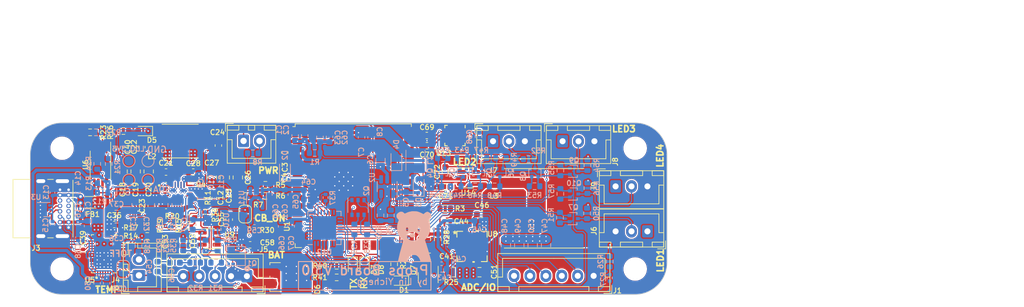
<source format=kicad_pcb>
(kicad_pcb (version 20221018) (generator pcbnew)
  (layers (0 "F.Cu" signal) (1 "In1.Cu" signal) (2 "In2.Cu" signal) (31 "B.Cu" signal) (34 "B.Paste" user) (35 "F.Paste" user) (36 "B.SilkS" user "B.Silkscreen") (37 "F.SilkS" user "F.Silkscreen") (38 "B.Mask" user) (39 "F.Mask" user) (44 "Edge.Cuts" user))
  (net 0 "")
  (net 1 "/3V3")
  (net 2 "GND")
  (net 3 "Net-(D3-K)")
  (net 4 "IN")
  (net 5 "/BAT_MON")
  (net 6 "Net-(U4-SDRV)")
  (net 7 "GNDA")
  (net 8 "Net-(C13-Pad1)")
  (net 9 "Net-(U4-BTST1)")
  (net 10 "/battery_charging/REGN")
  (net 11 "Net-(U4-BTST2)")
  (net 12 "/battery_charging/LDO_1V5")
  (net 13 "/battery_charging/LDO_3V3")
  (net 14 "/battery_charging/PPHV")
  (net 15 "/battery_charging/CC1")
  (net 16 "/battery_charging/CC2")
  (net 17 "/power_reg/5V_LDO")
  (net 18 "Net-(U8-SS)")
  (net 19 "Net-(U8-BST)")
  (net 20 "LX")
  (net 21 "/5V_PWR")
  (net 22 "Net-(U9-VDD)")
  (net 23 "Net-(U9-VC)")
  (net 24 "Net-(U10-VC2)")
  (net 25 "Net-(U10-VC1)")
  (net 26 "Net-(U10-VDD)")
  (net 27 "Net-(U10-CD)")
  (net 28 "/battery_charging/VBUS")
  (net 29 "/usb_uart/5V_UART_LDO")
  (net 30 "/EN")
  (net 31 "/imu/IMU_1V8")
  (net 32 "Net-(U13-REGOUT)")
  (net 33 "Net-(D1-A)")
  (net 34 "/VBAT_SENSE")
  (net 35 "Net-(D5-A)")
  (net 36 "Net-(D7-K)")
  (net 37 "Net-(D7-A)")
  (net 38 "Net-(D8-K)")
  (net 39 "Net-(D8-A)")
  (net 40 "/ADC1_CH5_GPIO")
  (net 41 "/ADC1_CH4_GPIO")
  (net 42 "/ADC2_CH9_GPIO")
  (net 43 "/ADC2_CH8_GPIO")
  (net 44 "Net-(J2-Pin_2)")
  (net 45 "/battery_charging/C_USB_P")
  (net 46 "/battery_charging/C_USB_N")
  (net 49 "/battery_charging/TS")
  (net 50 "Net-(J6-Pin_2)")
  (net 51 "Net-(J7-Pin_2)")
  (net 52 "Net-(J8-Pin_2)")
  (net 53 "Net-(J9-Pin_2)")
  (net 54 "/CB_EN")
  (net 55 "Net-(Q1A-G)")
  (net 56 "Net-(Q1B-G)")
  (net 57 "/usb_uart/RTS")
  (net 58 "Net-(Q2A-B1)")
  (net 59 "/IO0")
  (net 60 "/usb_uart/DTR")
  (net 61 "Net-(Q2B-B2)")
  (net 62 "/imu/INT_1V8")
  (net 63 "/INT")
  (net 64 "/imu/FSYNC_1V8")
  (net 65 "/FSYNC")
  (net 66 "/imu/SCL_1V8")
  (net 67 "/ESP_SCL")
  (net 68 "/imu/SDA_1V8")
  (net 69 "/ESP_SDA")
  (net 70 "/LED1")
  (net 71 "/LED2")
  (net 72 "/LED3")
  (net 73 "/LED4")
  (net 74 "/IND_LED")
  (net 75 "/PGOOD_5V")
  (net 76 "/EN_5V")
  (net 77 "Net-(R6-Pad2)")
  (net 78 "Net-(U2-Vfb)")
  (net 79 "Net-(U4-BATP)")
  (net 80 "/battery_charging/I2C_M_SCL")
  (net 81 "/battery_charging/I2C_M_SDA")
  (net 82 "/battery_charging/ILIM_HIZ")
  (net 83 "/battery_charging/PROG")
  (net 84 "Net-(U6-A0)")
  (net 85 "Net-(U6-A1)")
  (net 86 "Net-(U6-A2)")
  (net 87 "Net-(U6-WP)")
  (net 88 "Net-(U8-TON)")
  (net 89 "Net-(U8-FB)")
  (net 90 "Net-(U9-VM)")
  (net 91 "Net-(U10-VC1_CB)")
  (net 92 "Net-(U12-~{RST})")
  (net 106 "/ESP_RXD")
  (net 107 "/ESP_TXD")
  (net 116 "Net-(U5-DRAIN)")
  (net 118 "/battery_charging/PP5V")
  (net 121 "/battery_charging/VIN_3V3")
  (net 154 "Net-(J5-Pin_3)")
  (net 155 "Net-(JP2-A)")
  (net 156 "/battery_charging/PMID")
  (net 157 "/battery_charging/SW1")
  (net 158 "/battery_charging/SW2")
  (net 159 "/battery_protection/BATOUT")
  (net 160 "/battery_protection/CMN_DRN")
  (net 161 "/3V3_EN")
  (net 162 "/3V3_SW")
  (net 163 "GND1")
  (footprint "Connector_JST:JST_XH_B5B-XH-A_1x05_P2.50mm_Vertical" (layer "F.Cu") (at 130.025 117.625 180)
    (fp_text reference "J5")
    (fp_text value "Conn_01x05")
  )
  (footprint "MountingHole:MountingHole_3.2mm_M3_DIN965" (layer "F.Cu") (at 101 97.5)
    (fp_text reference "H4" hide)
    (fp_text value "MountingHole")
  )
  (footprint "Resistor_SMD:R_0603_1608Metric" (layer "F.Cu") (at 130.36 110.38)
    (fp_text reference "R30")
    (fp_text value "2k2")
  )
  (footprint "Capacitor_SMD:C_0805_2012Metric" (layer "F.Cu") (at 166.55 117)
    (fp_text reference "C51")
    (fp_text value "22u")
  )
  (footprint "Capacitor_SMD:C_0603_1608Metric" (layer "F.Cu") (at 135.975 98.18 -90)
    (fp_text reference "C4")
    (fp_text value "100n")
  )
  (footprint "Resistor_SMD:R_0603_1608Metric" (layer "F.Cu") (at 114.375 109.8 180)
    (fp_text reference "R17")
    (fp_text value "31.6k")
  )
  (footprint "Capacitor_SMD:C_0402_1005Metric" (layer "F.Cu") (at 124.9 105.32 -90)
    (fp_text reference "C12")
    (fp_text value "1000p")
  )
  (footprint "LED_SMD:LED_0603_1608Metric" (layer "F.Cu") (at 113.7375 94.8 180)
    (fp_text reference "D5")
    (fp_text value "LED")
  )
  (footprint "Capacitor_SMD:C_0805_2012Metric" (layer "F.Cu") (at 124.5 102.1 90)
    (fp_text reference "C27")
    (fp_text value "10u")
  )
  (footprint "Connector_JST:JST_XH_B6B-XH-A_1x06_P2.50mm_Vertical" (layer "F.Cu") (at 184.475 117.575 180)
    (fp_text reference "J1")
    (fp_text value "Conn_01x06")
  )
  (footprint "Resistor_SMD:R_0603_1608Metric" (layer "F.Cu") (at 129.75 105 180)
    (fp_text reference "R7")
    (fp_text value "10k")
  )
  (footprint "Capacitor_SMD:C_0603_1608Metric" (layer "F.Cu") (at 158.3 97.1 180)
    (fp_text reference "C70")
    (fp_text value "100n")
  )
  (footprint "Resistor_SMD:R_0603_1608Metric" (layer "F.Cu") (at 153.15 115.75 -90)
    (fp_text reference "R2")
    (fp_text value "2k2")
  )
  (footprint "Package_TO_SOT_SMD:SOT-23-5" (layer "F.Cu") (at 164.825 102.175)
    (fp_text reference "U14")
    (fp_text value "TLV74118")
  )
  (footprint "Connector_JST:JST_XH_B3B-XH-A_1x03_P2.50mm_Vertical" (layer "F.Cu") (at 168.675 96.4)
    (fp_text reference "J7")
    (fp_text value "LED2")
  )
  (footprint "Capacitor_SMD:C_0603_1608Metric" (layer "F.Cu") (at 158.725 114.5 180)
    (fp_text reference "C41")
    (fp_text value "100n")
  )
  (footprint "Capacitor_SMD:C_0603_1608Metric" (layer "F.Cu") (at 118.5 112.175 -90)
    (fp_text reference "C53")
    (fp_text value "100n")
  )
  (footprint "Resistor_SMD:R_0603_1608Metric" (layer "F.Cu") (at 121 108.5)
    (fp_text reference "R20")
    (fp_text value "31.6k")
  )
  (footprint "NetTie:NetTie-2_SMD_Pad0.5mm" (layer "F.Cu") (at 161.25 112.7 180)
    (fp_text reference "NT2" hide)
    (fp_text value "NetTie_2" hide)
  )
  (footprint "MountingHole:MountingHole_3.2mm_M3_DIN965" (layer "F.Cu") (at 191 97.5)
    (fp_text reference "H2" hide)
    (fp_text value "MountingHole")
  )
  (footprint "Capacitor_SMD:C_0603_1608Metric" (layer "F.Cu") (at 109.975 97.375 90)
    (fp_text reference "C40")
    (fp_text value "100n")
  )
  (footprint "Resistor_SMD:R_0603_1608Metric" (layer "F.Cu") (at 132.925 103.25)
    (fp_text reference "R5")
    (fp_text value "10k")
  )
  (footprint "Capacitor_SMD:C_0603_1608Metric" (layer "F.Cu") (at 127.25 108.725 90)
    (fp_text reference "C55")
    (fp_text value "100n")
  )
  (footprint "props_board:IC_BQ25798RQMR" (layer "F.Cu") (at 119.2375 104.95)
    (fp_text reference "U4")
    (fp_text value "BQ25798RQMR")
  )
  (footprint "Capacitor_SMD:C_0805_2012Metric" (layer "F.Cu") (at 112.55 101.15 90)
    (fp_text reference "C19")
    (fp_text value "10u")
  )
  (footprint "Capacitor_SMD:C_0805_2012Metric" (layer "F.Cu") (at 110.5 101.15 90)
    (fp_text reference "C18")
    (fp_text value "10u")
  )
  (footprint "Connector_JST:JST_XH_B3B-XH-A_1x03_P2.50mm_Vertical" (layer "F.Cu") (at 179.6 96.4)
    (fp_text reference "J8")
    (fp_text value "LED3")
  )
  (footprint "Package_SO:TSSOP-8_4.4x3mm_P0.65mm" (layer "F.Cu") (at 107.025 100.1375 -90)
    (fp_text reference "U6")
    (fp_text value "CAT24C256")
  )
  (footprint "Sensor_Motion:InvenSense_QFN-24_3x3mm_P0.4mm" (layer "F.Cu") (at 162.7 95.5 -90)
    (fp_text reference "U13")
    (fp_text value "ICM-20948")
  )
  (footprint "LED_SMD:LED_0603_1608Metric" (layer "F.Cu") (at 146.675 116.11 -90)
    (fp_text reference "D7")
    (fp_text value "LED")
  )
  (footprint "Capacitor_SMD:C_0805_2012Metric" (layer "F.Cu") (at 128.6 102.1 90)
    (fp_text reference "C26")
    (fp_text value "10u")
  )
  (footprint "Package_TO_SOT_SMD:SOT-23-6" (layer "F.Cu") (at 124.1875 111.725 180)
    (fp_text reference "U9")
    (fp_text value "S-8252")
  )
  (footprint "Resistor_SMD:R_0402_1005Metric" (layer "F.Cu") (at 123.49 107.5)
    (fp_text reference "R36")
    (fp_text value "100k")
  )
  (footprint "Resistor_SMD:R_0402_1005Metric" (layer "F.Cu") (at 117.76 109.75 180)
    (fp_text reference "R19")
    (fp_text value "6.04k")
  )
  (footprint "Resistor_SMD:R_0603_1608Metric" (layer "F.Cu") (at 105.4 95 180)
    (fp_text reference "R23")
    (fp_text value "10k")
  )
  (footprint "Capacitor_SMD:C_0805_2012Metric" (layer "F.Cu") (at 126.55 102.1 90)
    (fp_text reference "C25")
    (fp_text value "10u")
  )
  (footprint "Resistor_SMD:R_0603_1608Metric" (layer "F.Cu") (at 110.625 94.8)
    (fp_text reference "R16")
    (fp_text value "2k2")
  )
  (footprint "Capacitor_SMD:C_0603_1608Metric" (layer "F.Cu") (at 121.6 101.25 180)
    (fp_text reference "C28")
    (fp_text value "100n")
  )
  (footprint "MountingHole:MountingHole_3.2mm_M3_DIN965" (layer "F.Cu") (at 191 116.5)
    (fp_text reference "H1" hide)
    (fp_text value "MountingHole")
  )
  (footprint "Capacitor_SMD:C_0603_1608Metric" (layer "F.Cu") (at 125.55 97.075 -90)
    (fp_text reference "C24")
    (fp_text value "47n")
  )
  (footprint "Capacitor_SMD:C_0603_1608Metric" (layer "F.Cu") (at 158.275 95.5 180)
    (fp_text reference "C69")
    (fp_text value "100n")
  )
  (footprint "Resistor_SMD:R_0603_1608Metric" (layer "F.Cu") (at 158.35 111.825 -90)
    (fp_text reference "R4")
    (fp_text value "10k")
  )
  (footprint "Inductor_SMD:L_1206_3216Metric" (layer "F.Cu") (at 105.5 106)
    (fp_text reference "FB1")
    (fp_text value "BLM31SN500SH1L")
  )
  (footprint "Capacitor_SMD:C_0603_1608Metric" (layer "F.Cu") (at 130.54 112.69)
    (fp_text reference "C58")
    (fp_text value "100n")
  )
  (footprint "props_board:IND_ASPI-0530HI-1R0M-T2" (layer "F.Cu") (at 119.55 96.375 180)
    (fp_text reference "L2")
    (fp_text value "1u")
  )
  (footprint "Capacitor_SMD:C_0402_1005Metric" (layer "F.Cu") (at 104.3 113.9 -90)
    (fp_text reference "C39")
    (fp_text value "330p")
  )
  (footprint "props_board:IC_TPS25750DRJKR" (layer "F.Cu") (at 107.6 114.1 90)
    (fp_text reference "U5")
    (fp_text value "TPS25750DRJKR")
  )
  (footprint "LED_SMD:LED_0603_1608Metric" (layer "F.Cu") (at 153.9375 118.325 180)
    (fp_text reference "D1")
    (fp_text value "LED")
  )
  (footprint "Package_TO_SOT_SMD:TO-277A" (layer "F.Cu") (at 136.79 117.765 90)
    (fp_text reference "D6")
    (fp_text value "SS10P4C")
  )
  (footprint "Connector_JST:JST_XH_B2B-XH-A_1x02_P2.50mm_Vertical" (layer "F.Cu") (at 113.075 117.5 90)
    (fp_text reference "J4")
    (fp_text value "Conn_01x02")
  )
  (footprint "Resistor_SMD:R_0603_1608Metric" (layer "F.Cu") (at 160 111.825 -90)
    (fp_text reference "R28")
    (fp_text value "10k")
  )
  (footprint "Capacitor_SMD:C_0603_1608Metric" (layer "F.Cu") (at 117.325 101.25)
    (fp_text reference "C21")
    (fp_text value "100n")
  )
  (footprint "Connector_JST:JST_XH_B2B-XH-A_1x02_P2.50mm_Vertical" (layer "F.Cu") (at 129.5 96.35)
    (fp_text reference "J2" hide)
    (fp_text value "PWR")
  )
  (footprint "Capacitor_SMD:C_0603_1608Metric" (layer "F.Cu") (at 161.2 103.6 180)
    (fp_text reference "C71")
    (fp_text value "100n")
  )
  (footprint "Resistor_SMD:R_0603_1608Metric" (layer "F.Cu") (at 144.125 115.9925)
    (fp_text reference "R40")
    (fp_text value "2k2")
  )
  (footprint "Connector_JST:JST_XH_B3B-XH-A_1x03_P2.50mm_Vertical" (layer "F.Cu") (at 187.925 103.5)
    (fp_text reference "J9")
    (fp_text value "LED4")
  )
  (footprint "Capacitor_SMD:C_0603_1608Metric" (layer "F.Cu") (at 113.525 97.325 -90)
    (fp_text reference "C22")
    (fp_text value "47n")
  )
  (footprint "Resistor_SMD:R_0603_1608Metric" (layer "F.Cu") (at 161.175 107)
    (fp_text reference "R3")
    (fp_text value "10k")
  )
  (footprint "Capacitor_SMD:C_0805_2012Metric" (layer "F.Cu") (at 114.6 101.15 90)
    (fp_text reference "C20")
    (fp_text value "10u")
  )
  (footprint "Capacitor_SMD:C_0402_1005Metric" (layer "F.Cu") (at 161.48 109 180)
    (fp_text reference "C44")
    (fp_text value "10n")
  )
  (footprint "Capacitor_SMD:C_0603_1608Metric" (layer "F.Cu") (at 161.2 101.225 -90)
    (fp_text reference "C72")
    (fp_text value "1u")
  )
  (footprint "Resistor_SMD:R_0402_1005Metric" (layer "F.Cu") (at 120.79 109.8 180)
    (fp_text reference "R15")
    (fp_text value "100k")
  )
  (footprint "Capacitor_SMD:C_0603_1608Metric" (layer "F.Cu") (at 135.975 95.13 90)
    (fp_text reference "C3")
    (fp_text value "100n")
  )
  (footprint "Connector_JST:JST_XH_B3B-XH-A_1x03_P2.50mm_Vertical" (layer "F.Cu") (at 192.925 110.575 180)
    (fp_text reference "J6")
    (fp_text value "LED1")
  )
  (footprint "MountingHole:MountingHole_3.2mm_M3_DIN965" (layer "F.Cu") (at 101 116.5)
    (fp_text reference "H3" hide)
    (fp_text value "MountingHole")
  )
  (footprint "Resistor_SMD:R_0805_2012Metric" (layer "F.Cu") (at 162.5 117 180)
    (fp_text reference "R25")
    (fp_text value "200k")
  )
  (footprint "Package_TO_SOT_SMD:SOT-23-5" (layer "F.Cu") (at 158.5 117.8625 -90)
    (fp_text reference "U7")
    (fp_text value "AP7375")
  )
  (footprint "Capacitor_SMD:C_0603_1608Metric" (layer "F.Cu") (at 120.025 112.1 -90)
    (fp_text reference "C52")
    (fp_text value "100n")
  )
  (footprint "Resistor_SMD:R_0603_1608Metric" (layer "F.Cu") (at 122.8 105.425 90)
    (fp_text reference "R11")
    (fp_text value "100")
  )
  (footprint "Resistor_SMD:R_0603_1608Metric" (layer "F.Cu") (at 114.375 111.3)
    (fp_text reference "R14")
    (fp_text value "5.23k")
  )
  (footprint "LED_SMD:LED_0603_1608Metric" (layer "F.Cu") (at 148.5 116.1125 -90)
    (fp_text reference "D8")
    (fp_text value "LED")
  )
  (footprint "Jumper:SolderJumper-2_P1.3mm_Open_RoundedPad1.0x1.5mm" (layer "F.Cu") (at 129.75 107.85 90)
    (fp_text reference "JP1" hide)
    (fp_text value "Jumper_2_Open")
  )
  (footprint "props_board:INDM1250X1250X600" (layer "F.Cu") (at 176.7 106.95)
    (fp_text reference "L3")
    (fp_text value "3.3u")
  )
  (footprint "Resistor_SMD:R_0603_1608Metric" (layer "F.Cu") (at 132.925 105 180)
    (fp_text reference "R6")
    (fp_text value "10k")
  )
  (footprint "NetTie:NetTie-2_SMD_Pad0.5mm" (layer "F.Cu") (at 125.9 106.58)
    (fp_text reference "NT1" hide)
    (fp_text value "NetTie_2" hide)
  )
  (footprint "props_board:QFN4X4-22L_EP2_S_AOS" (layer "F.Cu") (at 165.375 112.94905)
    (fp_text reference "U8")
    (fp_text value "AOZ2261AQI-15")
  )
  (footprint "props_board:USB_C_Receptacle_GCT_USB4085" (layer "F.Cu") (at 102.025 104.025 -90)
    (fp_text reference "J3")
    (fp_text value "USB_C_Receptacle_USB2.0")
  )
  (footprint "Capacitor_SMD:C_0603_1608Metric" (layer "F.Cu") (at 109.2 109.5)
    (fp_text reference "C35")
    (fp_text value "100n")
  )
  (footprint "Capacitor_SMD:C_0603_1608Metric" (layer "F.Cu") (at 115 106.575 90)
    (fp_text reference "C23")
    (fp_text value "4.7u")
  )
  (footprint "Resistor_SMD:R_0603_1608Metric" (layer "F.Cu") (at 144.125 117.8175)
    (fp_text reference "R41")
    (fp_text value "2k2")
  )
  (footprint "RF_Module:ESP32-WROOM-32U" (layer "F.Cu") (at 146.725 103.4)
    (fp_text reference "U1")
    (fp_text value "ESP32-WROOM-32U")
  )
  (footprint "Capacitor_SMD:C_0603_1608Metric" (layer "F.Cu") (at 166.925 107.9)
    (fp_text reference "C46")
    (fp_text value "100n")
  )
  (footprint "Capacitor_SMD:C_0805_2012Metric" (layer "B.Cu") (at 174.9 112.75 -90)
    (fp_text reference "C50")
    (fp_text value "22u")
  )
  (footprint "Capacitor_SMD:C_0603_1608Metric" (layer "B.Cu") (at 122.8 105.425 -90)
    (fp_text reference "C9")
    (fp_text value "10u")
  )
  (footprint "Capacitor_SMD:C_0603_1608Metric" (layer "B.Cu") (at 143 95.725 90)
    (fp_text reference "C62")
    (fp_text value "100n")
  )
  (footprint "Capacitor_SMD:C_0402_1005Metric" (layer "B.Cu") (at 103.5 109.52 -90)
    (fp_text reference "C16")
    (fp_text value "10n")
  )
  (footprint "Capacitor_SMD:C_0603_1608Metric" (layer "B.Cu") (at 134.5 104.78 -90)
    (fp_text reference "C60")
    (fp_text value "100n")
  )
  (footprint "Capacitor_SMD:C_0603_1608Metric" (layer "B.Cu") (at 141.5 95.725 90)
    (fp_text reference "C63")
    (fp_text value "100n")
  )
  (footprint "Capacitor_SMD:C_0603_1608Metric" (layer "B.Cu") (at 160.6 114.875 180)
    (fp_text reference "C42")
    (fp_text value "100n")
  )
  (footprint "Resistor_SMD:R_0603_1608Metric" (layer "B.Cu") (at 121.9 115.5 180)
    (fp_text reference "R32")
    (fp_text value "100")
  )
  (footprint "Resistor_SMD:R_0603_1608Metric" (layer "B.Cu") (at 187 115.325 -90)
    (fp_text reference "R26")
    (fp_text value "31.6k")
  )
  (footprint "Capacitor_SMD:C_0805_2012Metric" (layer "B.Cu") (at 109.55 108)
    (fp_text reference "C37")
    (fp_text value "22u")
  )
  (footprint "Resistor_SMD:R_0603_1608Metric" (layer "B.Cu") (at 179.25 104.675 90)
    (fp_text reference "R57")
    (fp_text value "2k2")
  )
  (footprint "Resistor_SMD:R_0603_1608Metric" (layer "B.Cu") (at 121.675 112.8 -90)
    (fp_text reference "R33")
    (fp_text value "160")
  )
  (footprint "Package_TO_SOT_SMD:SOT-416" (layer "B.Cu") (at 164 101.35 -90)
    (fp_text reference "Q3")
    (fp_text value "RE1C002UNTCL")
  )
  (footprint "Resistor_SMD:R_0603_1608Metric" (layer "B.Cu") (at 130.95 98.3 180)
    (fp_text reference "R8")
    (fp_text value "10k")
  )
  (footprint "Resistor_SMD:R_0603_1608Metric" (layer "B.Cu") (at 151 108.075 90)
    (fp_text reference "R10")
    (fp_text value "10k")
  )
  (footprint "Package_TO_SOT_SMD:SOT-416" (layer "B.Cu") (at 166.4 101.35 -90)
    (fp_text reference "Q5")
    (fp_text value "RE1C002UNTCL")
  )
  (footprint "Resistor_SMD:R_0603_1608Metric" (layer "B.Cu") (at 183.44 107.75 -90)
    (fp_text reference "R50")
    (fp_text value "2k2")
  )
  (footprint "Resistor_SMD:R_0603_1608Metric" (layer "B.Cu") (at 179.19 108.425 90)
    (fp_text reference "R51")
    (fp_text value "2k2")
  )
  (footprint "Capacitor_SMD:C_0402_1005Metric" (layer "B.Cu") (at 99.5 104.48 90)
    (fp_text reference "C13")
    (fp_text value "10n")
  )
  (footprint "Capacitor_SMD:C_0603_1608Metric" (layer "B.Cu") (at 166.55 108.9)
    (fp_text reference "C45")
    (fp_text value "4.7u")
  )
  (footprint "Resistor_SMD:R_0603_1608Metric" (layer "B.Cu") (at 123.525 112.8 -90)
    (fp_text reference "R35")
    (fp_text value "100")
  )
  (footprint "Jumper:SolderJumper-2_P1.3mm_Open_RoundedPad1.0x1.5mm" (layer "B.Cu") (at 110.6 116.55 -90)
    (fp_text reference "JP2" hide)
    (fp_text value "Jumper_2_Open")
  )
  (footprint "Capacitor_SMD:C_0805_2012Metric" (layer "B.Cu") (at 170.7 112.75 -90)
    (fp_text reference "C48")
    (fp_text value "22u")
  )
  (footprint "Resistor_SMD:R_0603_1608Metric" (layer "B.Cu") (at 159.775 103.5)
    (fp_text reference "R44")
    (fp_text value "2k2")
  )
  (footprint "Diode_SMD:D_SOD-323" (layer "B.Cu") (at 136 101.05 90)
    (fp_text reference "D2")
    (fp_text value "MM3Z3V0ST1G")
  )
  (footprint "Resistor_SMD:R_0603_1608Metric" (layer "B.Cu") (at 120.025 112.8 -90)
    (fp_text reference "R29")
    (fp_text value "270")
  )
  (footprint "Capacitor_SMD:C_0603_1608Metric" (layer "B.Cu") (at 116 116.125 90)
    (fp_text reference "C54")
    (fp_text value "100n")
  )
  (footprint "Capacitor_SMD:C_0603_1608Metric" (layer "B.Cu") (at 149.525 95.8 -90)
    (fp_text reference "C8")
    (fp_text value "10u")
  )
  (footprint "Capacitor_SMD:C_0805_2012Metric" (layer "B.Cu") (at 112.7 106.45 -90)
    (fp_text reference "C34")
    (fp_text value "10u")
  )
  (footprint "Resistor_SMD:R_0603_1608Metric" (layer "B.Cu") (at 108.325 99.9625 -90)
    (fp_text reference "R21")
    (fp_text value "10k")
  )
  (footprint "Package_DFN_QFN:QFN-28-1EP_5x5mm_P0.5mm_EP3.35x3.35mm" (layer "B.Cu") (at 142.2 110.04)
    (fp_text reference "U12")
    (fp_text value "CP2102N-Axx-xQFN28")
  )
  (footprint "Capacitor_SMD:C_0603_1608Metric" (layer "B.Cu") (at 139.1 95.5 90)
    (fp_text reference "C2")
    (fp_text value "10u")
  )
  (footprint "TestPoint:TestPoint_Pad_D1.5mm" (layer "B.Cu") (at 114.5 102.5 180)
    (fp_text reference "TP2" hide)
    (fp_text value "SDA")
  )
  (footprint "Resistor_SMD:R_0603_1608Metric" (layer "B.Cu") (at 179.25 101 90)
    (fp_text reference "R55")
    (fp_text value "2k2")
  )
  (footprint "Capacitor_SMD:C_0603_1608Metric" (layer "B.Cu") (at 137.6 95.5 90)
    (fp_text reference "C1")
    (fp_text value "10u")
  )
  (footprint "Diode_SMD:D_SOD-323" (layer "B.Cu") (at 157 103.45 90)
    (fp_text reference "D3")
    (fp_text value "1N4148")
  )
  (footprint "Capacitor_SMD:C_0603_1608Metric" (layer "B.Cu") (at 131.2 109.005)
    (fp_text reference "C59")
    (fp_text value "100n")
  )
  (footprint "Resistor_SMD:R_0603_1608Metric" (layer "B.Cu") (at 160.775 99.05)
    (fp_text reference "R45")
    (fp_text value "2k2")
  )
  (footprint "Resistor_SMD:R_0603_1608Metric" (layer "B.Cu") (at 125.425 112.8 -90)
    (fp_text reference "R34")
    (fp_text value "270")
  )
  (footprint "Capacitor_SMD:C_0603_1608Metric" (layer "B.Cu") (at 108 118.725 -90)
    (fp_text reference "C29")
    (fp_text value "10u")
  )
  (footprint "Resistor_SMD:R_0603_1608Metric" (layer "B.Cu") (at 148.9 110.275 90)
    (fp_text reference "R38")
    (fp_text value "10k")
  )
  (footprint "Diode_SMD:D_SOD-323" (layer "B.Cu") (at 153.5 99.4 90)
    (fp_text reference "D4")
    (fp_text value "B5819WS")
  )
  (footprint "Resistor_SMD:R_0603_1608Metric" (layer "B.Cu") (at 174.275 99.225)
    (fp_text reference "R52")
    (fp_text value "2k2")
  )
  (footprint "Resistor_SMD:R_0603_1608Metric" (layer "B.Cu") (at 162.825 103.5)
    (fp_text reference "R42")
    (fp_text value "2k2")
  )
  (footprint "Capacitor_SMD:C_0402_1005Metric" (layer "B.Cu") (at 99.5 109.52 -90)
    (fp_text reference "C15")
    (fp_text value "10n")
  )
  (footprint "Capacitor_SMD:C_0603_1608Metric" (layer "B.Cu") (at 136.975 109.78 -90)
    (fp_text reference "C67")
    (fp_text value "100n")
  )
  (footprint "Resistor_SMD:R_0603_1608Metric" (layer "B.Cu") (at 106.525 99.9625 90)
    (fp_text reference "R24")
    (fp_text value "10k")
  )
  (footprint "Capacitor_SMD:C_0603_1608Metric" (layer "B.Cu") (at 105 109.725 -90)
    (fp_text reference "C17")
    (fp_text value "4.7u")
  )
  (footprint "Capacitor_SMD:C_0603_1608Metric" (layer "B.Cu") (at 121.5 109.525 90)
    (fp_text reference "C57")
    (fp_text value "330n")
  )
  (footprint "Package_TO_SOT_SMD:SOT-416" (layer "B.Cu") (at 181.405 104.7)
    (fp_text reference "Q10")
    (fp_text value "RE1C002UNTCL")
  )
  (footprint "Resistor_SMD:R_0603_1608Metric" (layer "B.Cu") (at 107.375 103 180)
    (fp_text reference "R13")
    (fp_text value "2k2")
  )
  (footprint "Resistor_SMD:R_0603_1608Metric" (layer "B.Cu") (at 152.625 108.075 -90)
    (fp_text reference "R9")
    (fp_text value "31.6k")
  )
  (footprint "Resistor_SMD:R_0603_1608Metric" (layer "B.Cu") (at 175.2 103.475 180)
    (fp_text reference "R53")
    (fp_text value "2k2")
  )
  (footprint "Resistor_SMD:R_0603_1608Metric" (layer "B.Cu") (at 163.825 99.05)
    (fp_text reference "R43")
    (fp_text value "2k2")
  )
  (footprint "Capacitor_SMD:C_0603_1608Metric" (layer "B.Cu") (at 155 103.625 -90)
    (fp_text reference "C5")
    (fp_text value "100n")
  )
  (footprint "TestPoint:TestPoint_Pad_D1.5mm" (layer "B.Cu") (at 111.5 102.5 180)
    (fp_text reference "TP3" hide)
    (fp_text value "SCL")
  )
  (footprint "Resistor_SMD:R_0603_1608Metric" (layer "B.Cu") (at 125.2 115.5)
    (fp_text reference "R31")
    (fp_text value "270")
  )
  (footprint "Capacitor_SMD:C_0603_1608Metric" (layer "B.Cu") (at 139.75 105.555)
    (fp_text reference "C65")
    (fp_text value "100n")
  )
  (footprint "Capacitor_SMD:C_0805_2012Metric" (layer "B.Cu") (at 116.9 106.45 -90)
    (fp_text reference "C31")
    (fp_text value "10u")
  )
  (footprint "Capacitor_SMD:C_0603_1608Metric" (layer "B.Cu") (at 124.4 105.425 -90)
    (fp_text reference "C10")
    (fp_text value "10u")
  )
  (footprint "Resistor_SMD:R_0603_1608Metric" (layer "B.Cu") (at 165.875 103.5)
    (fp_text reference "R46")
    (fp_text value "2k2")
  )
  (footprint "Capacitor_SMD:C_0603_1608Metric" (layer "B.Cu") (at 166.4 95.7 -90)
    (fp_text reference "C68")
    (fp_text value "100n")
  )
  (footprint "Capacitor_SMD:C_0805_2012Metric" (layer "B.Cu") (at 172.8 112.75 -90)
    (fp_text reference "C49")
    (fp_text value "22u")
  )
  (footprint "Package_TO_SOT_SMD:SOT-416" (layer "B.Cu") (at 175.25 101.32 90)
    (fp_text reference "Q8")
    (fp_text value "RE1C002UNTCL")
  )
  (footprint "Capacitor_SMD:C_0603_1608Metric" (layer "B.Cu") (at 118.725 115.5 180)
    (fp_text reference "C56")
    (fp_text value "100n")
  )
  (footprint "Package_TO_SOT_SMD:SOT-416" (layer "B.Cu") (at 181.405 101.125)
    (fp_text reference "Q9")
    (fp_text value "RE1C002UNTCL")
  )
  (footprint "Resistor_SMD:R_0402_1005Metric" (layer "B.Cu") (at 187 117.9 -90)
    (fp_text reference "R27")
    (fp_text value "6.04k")
  )
  (footprint "Package_TO_SOT_SMD:SOT-23-6" (layer "B.Cu") (at 152.05 103.5375 90)
    (fp_text reference "U2")
    (fp_text value "MCP16301")
  )
  (footprint "Capacitor_SMD:C_0805_2012Metric" (layer "B.Cu") (at 151 99.35 90)
    (fp_text reference "C6")
    (fp_text value "10u")
  )
  (footprint "TestPoint:TestPoint_Pad_D1.5mm" (layer "B.Cu") (at 114.5 99.5 180)
    (fp_text reference "TP4" hide)
    (fp_text value "GND")
  )
  (footprint "Capacitor_SMD:C_0603_1608Metric" (layer "B.Cu") (at 160.6 116.475 180)
    (fp_text reference "C43")
    (fp_text value "10u")
  )
  (footprint "Capacitor_SMD:C_0603_1608Metric" (layer "B.Cu") (at 139.75 104.08)
    (fp_text reference "C64")
    (fp_text value "4.7u")
  )
  (footprint "Package_TO_SOT_SMD:SOT-23-5" (layer "B.Cu") (at 131.525 105.3675 90)
    (fp_text reference "U11")
    (fp_text value "AP7375")
  )
  (footprint "Resistor_SMD:R_0603_1608Metric" (layer "B.Cu") (at 113 112.9 -90)
    (fp_text reference "R18")
    (fp_text value "10k")
  )
  (footprint "props_board:SON65P300X300X100-9N" (layer "B.Cu") (at 124.45 108.9 90)
    (fp_text reference "U10")
    (fp_text value "BQ29209DRBR")
  )
  (footprint "props_board:bear" (layer "B.Cu") (at 156.2 110.9 180)
    (fp_text reference "G***" hide)
    (fp_text value "LOGO" hide)
  )
  (footprint "Resistor_SMD:R_0603_1608Metric" (layer "B.Cu") (at 168.925 103.5)
    (fp_text reference "R48")
    (fp_text value "2k2")
  )
  (footprint "Capacitor_SMD:C_0603_1608Metric" (layer "B.Cu") (at 126 105.425 -90)
    (fp_text reference "C11")
    (fp_text value "100n")
  )
  (footprint "Capacitor_SMD:C_0805_2012Metric" (layer "B.Cu") (at 177 112.75 -90)
    (fp_text reference "C47")
    (fp_text value "22u")
  )
  (footprint "Resistor_SMD:R_0603_1608Metric" (layer "B.Cu") (at 140.675 98.25)
    (fp_text reference "R1")
    (fp_text value "10k")
  )
  (footprint "Resistor_SMD:R_0402_1005Metric" (layer "B.Cu") (at 142.375 105.265 -90)
    (fp_text reference "R37")
    (fp_text value "1k")
  )
  (footprint "TestPoint:TestPoint_Pad_D1.5mm" (layer "B.Cu") (at 111.5 99.5 180)
    (fp_text reference "TP1" hide)
    (fp_text value "LDO_3V3")
  )
  (footprint "Capacitor_SMD:C_0603_1608Metric" (layer "B.Cu") (at 106.5 118.725 -90)
    (fp_text reference "C30")
    (fp_text value "10u")
  )
  (footprint "Capacitor_SMD:C_0402_1005Metric" (layer "B.Cu") (at 103.5 104.48 90)
    (fp_text reference "C14")
    (fp_text value "10n")
  )
  (footprint "Resistor_SMD:R_0603_1608Metric" (layer "B.Cu") (at 106.325 95 180)
    (fp_text reference "R22")
    (fp_text value "10k")
  )
  (footprint "Resistor_SMD:R_0603_1608Metric" (layer "B.Cu") (at 107.375 104.5 180)
    (fp_text reference "R12")
    (fp_text value "2k2")
  )
  (footprint "Package_TO_SOT_SMD:SOT-416" (layer "B.Cu") (at 160.6 101.35 -90)
    (fp_text reference "Q4")
    (fp_text value "RE1C002UNTCL")
  )
  (footprint "Resistor_SMD:R_0603_1608Metric" (layer "B.Cu") (at 183.5 103.775 -90)
    (fp_text reference "R56")
    (fp_text value "2k2")
  )
  (footprint "Package_SO:TSOP-6_1.65x3.05mm_P0.95mm" (layer "B.Cu") (at 147.475 106.815 -90)
    (fp_text reference "Q2")
    (fp_text value "BC817DS")
  )
  (footprint "Package_TO_SOT_SMD:SOT-416" (layer "B.Cu") (at 181.345 108.575)
    (fp_text reference "Q7")
    (fp_text value "RE1C002UNTCL")
  )
  (footprint "Capacitor_SMD:C_0603_1608Metric" (layer "B.Cu") (at 148.025 95.8 -90)
    (fp_text reference "C7")
    (fp_text value "10u")
  )
  (footprint "Package_SON:WSON-6-1EP_2x2mm_P0.65mm_EP1x1.6mm" (layer "B.Cu") (at 98.1125 107.15)
    (fp_text reference "U3")
    (fp_text value "TVS2200DRV")
  )
  (footprint "Capacitor_SMD:C_0603_1608Metric" (layer "B.Cu") (at 135.475 109.78 -90)
    (fp_text reference "C66")
    (fp_text value "4.7u")
  )
  (footprint "Resistor_SMD:R_0603_1608Metric" (layer "B.Cu") (at 183.5 100.175 -90)
    (fp_text reference "R54")
    (fp_text value "2k2")
  )
  (footprint "Capacitor_SMD:C_0805_2012Metric" (layer "B.Cu") (at 114.8 106.45 -90)
    (fp_text reference "C32")
    (fp_text value "10u")
  )
  (footprint "props_board:DFN3X3" (layer "B.Cu") (at 128.2725 114.4525)
    (fp_text reference "Q1")
    (fp_text value "AON7804")
  )
  (footprint "props_board:TYA3012" (layer "B.Cu") (at 157.8 99.4 90)
    (fp_text reference "L1")
    (fp_text value "15u")
  )
  (footprint "Resistor_SMD:R_0603_1608Metric" (layer "B.Cu") (at 169.925 99.05)
    (fp_text reference "R49")
    (fp_text value "2k2")
  )
  (footprint "Resistor_SMD:R_0603_1608Metric" (layer "B.Cu") (at 146.9 110.275 90)
    (fp_text reference "R39")
    (fp_text value "10k")
  )
  (footprint "Resistor_SMD:R_0603_1608Metric" (layer "B.Cu") (at 166.875 99.05)
    (fp_text reference "R47")
    (fp_text value "2k2")
  )
  (footprint "Capacitor_SMD:C_0603_1608Metric" (layer "B.Cu") (at 135.975 104.78 -90)
    (fp_text reference "C61")
    (fp_text value "10u")
  )
  (footprint "Capacitor_SMD:C_0402_1005Metric" (layer "B.Cu") (at 103.5 111.52 90)
    (fp_text reference "C38")
    (fp_text value "330p")
  )
  (footprint "Package_TO_SOT_SMD:SOT-416" (layer "B.Cu") (at 169.75 101.35 -90)
    (fp_text reference "Q6")
    (fp_text value "RE1C002UNTCL")
  )
  (footprint "Capacitor_SMD:C_0805_2012Metric" (layer "B.Cu") (at 119 106.45 -90)
    (fp_text reference "C33")
    (fp_text value "10u")
  )
  (footprint "Capacitor_SMD:C_0805_2012Metric" (layer "B.Cu") (at 109.55 110)
    (fp_text reference "C36")
    (fp_text value "22u")
  )
  (gr_rect (start 138.125 115.325) (end 158.925 119.825) (stroke (width 0.15)) (fill none) (layer "B.SilkS"))
  (gr_arc (start 96 98.5) (mid 97.464466 94.964467) (end 101 93.5) (stroke (width 0.1)) (layer "Edge.Cuts"))
  (gr_line (start 191 120.5) (end 101 120.5) (stroke (width 0.1)) (layer "Edge.Cuts"))
  (gr_line (start 196 98.5) (end 196 115.5) (stroke (width 0.1)) (layer "Edge.Cuts"))
  (gr_arc (start 196 115.5) (mid 194.535534 119.035533) (end 191 120.5) (stroke (width 0.1)) (layer "Edge.Cuts"))
  (gr_line (start 96 98.5) (end 96 115.5) (stroke (width 0.1)) (layer "Edge.Cuts"))
  (gr_line (start 101 93.5) (end 191 93.5) (stroke (width 0.1)) (layer "Edge.Cuts"))
  (gr_arc (start 101 120.5) (mid 97.464467 119.035534) (end 96 115.5) (stroke (width 0.1)) (layer "Edge.Cuts"))
  (gr_arc (start 191 93.5) (mid 194.535533 94.964466) (end 196 98.5) (stroke (width 0.1)) (layer "Edge.Cuts"))
  (gr_text "by Lin Yicheng" (at 158.525 119.075) (layer "B.SilkS") (effects (font (size 1 1)) (justify left bottom mirror)))
  (gr_text "TOFF" (at 112.1 114.675) (layer "B.SilkS") (effects (font (size 1 1) (thickness 0.2) bold) (justify left bottom mirror)))
  (gr_text "Props Board V3.0" (at 158.725 117.575) (layer "B.SilkS") (effects (font (size 1.5 1.5) (thickness 0.25) bold) (justify left bottom mirror)))
  (gr_text "LED2" (at 162.225 100.225) (layer "F.SilkS") (effects (font (size 1 1) (thickness 0.25) bold) (justify left bottom)))
  (gr_text "ADC/IO" (at 163.525 119.975) (layer "F.SilkS") (effects (font (size 1 1) (thickness 0.25) bold) (justify left bottom)))
  (gr_text "BAT" (at 133.175 114.875) (layer "F.SilkS") (effects (font (size 1 1) (thickness 0.25) bold) (justify left bottom)))
  (gr_text "TX\nRX" (at 149 119.8 90) (layer "F.SilkS") (effects (font (size 1 1) (thickness 0.2) bold) (justify left bottom)))
  (gr_text "LED3" (at 187.225 95.05) (layer "F.SilkS") (effects (font (size 1 1) (thickness 0.25) bold) (justify left bottom)))
  (gr_text "LED4" (at 195.5 100.675 90) (layer "F.SilkS") (effects (font (size 1 1) (thickness 0.25) bold) (justify left bottom)))
  (gr_text "TEMP" (at 106.075 120.325) (layer "F.SilkS") (effects (font (size 1 1) (thickness 0.25) bold) (justify left bottom)))
  (gr_text "CB_ON" (at 131.05 109.075) (layer "F.SilkS") (effects (font (size 1 1) (thickness 0.25) bold) (justify left bottom)))
  (gr_text "LED1" (at 195.55 117.175 90) (layer "F.SilkS") (effects (font (size 1 1) (thickness 0.25) bold) (justify left bottom)))
  (segment (start 164.425 101.225) (end 164.8 101.6) (width 0.2) (layer "F.Cu") (net 1))
  (segment (start 167.695 102.575) (end 164.825 102.575) (width 0.2) (layer "F.Cu") (net 1))
  (segment (start 159.575 102.875) (end 158.95 103.5) (width 0.2) (layer "F.Cu") (net 1))
  (segment (start 164.705 102.695) (end 164.275 103.125) (width 0.2) (layer "F.Cu") (net 1))
  (segment (start 163.4375 102.875) (end 162.35 102.875) (width 0.2) (layer "F.Cu") (net 1))
  (segment (start 135.975 95.905) (end 136.485 96.415) (width 0.5) (layer "F.Cu") (net 1))
  (segment (start 162.35 102.875) (end 159.575 102.875) (width 0.2) (layer "F.Cu") (net 1))
  (segment (start 160.78 105.52) (end 161.68 105.52) (width 0.2) (layer "F.Cu") (net 1))
  (segment (start 137.975 96.415) (end 136.965 96.415) (width 0.5) (layer "F.Cu") (net 1))
  (segment (start 160.35 105.95) (end 160.78 105.52) (width 0.2) (layer "F.Cu") (net 1))
  (segment (start 147.55 95.05) (end 144.25 95.05) (width 0.5) (layer "F.Cu") (net 1))
  (segment (start 164.825 102.575) (end 164.705 102.695) (width 0.2) (layer "F.Cu") (net 1))
  (segment (start 164.8 101.6) (end 164.8 102.6) (width 0.2) (layer "F.Cu") (net 1))
  (segment (start 162 103.225) (end 162.35 102.875) (width 0.2) (layer "F.Cu") (net 1))
  (segment (start 168.1 102.98) (end 167.695 102.575) (width 0.2) (layer "F.Cu") (net 1))
  (segment (start 139.15 96.35) (end 139.1 96.4) (width 0.5) (layer "F.Cu") (net 1))
  (segment (start 136.965 96.415) (end 135.975 97.405) (width 0.5) (layer "F.Cu") (net 1))
  (segment (start 136.485 96.415) (end 137.975 96.415) (width 0.5) (layer "F.Cu") (net 1))
  (segment (start 144.25 95.05) (end 142.95 96.35) (width 0.5) (layer "F.Cu") (net 1))
  (segment (start 160.35 107) (end 160.35 105.95) (width 0.2) (layer "F.Cu") (net 1))
  (segment (start 163.6875 101.225) (end 164.425 101.225) (width 0.2) (layer "F.Cu") (net 1))
  (segment (start 164.275 103.125) (end 163.6875 103.125) (width 0.2) (layer "F.Cu") (net 1))
  (segment (start 164.8 102.6) (end 164.705 102.695) (width 0.2) (layer "F.Cu") (net 1))
  (segment (start 161.975 105.225) (end 161.975 103.6) (width 0.2) (layer "F.Cu") (net 1))
  (segment (start 163.6875 103.125) (end 163.4375 102.875) (width 0.2) (layer "F.Cu") (net 1))
  (segment (start 161.68 105.52) (end 161.975 105.225) (width 0.2) (layer "F.Cu") (net 1))
  (segment (start 142.95 96.35) (end 139.15 96.35) (width 0.5) (layer "F.Cu") (net 1))
  (via (at 161.975 104) (size 0.4) (drill 0.2) (layers "F.Cu" "B.Cu") (net 1))
  (via (at 139.1 96.4) (size 0.4) (drill 0.2) (layers "F.Cu" "B.Cu") (net 1))
  (via (at 147.55 95.05) (size 0.4) (drill 0.2) (layers "F.Cu" "B.Cu") (net 1))
  (via (at 164.8 102.6) (size 0.4) (drill 0.2) (layers "F.Cu" "B.Cu") (net 1))
  (via (at 168.1 102.98) (size 0.4) (drill 0.2) (layers "F.Cu" "B.Cu") (net 1))
  (via (at 158.95 103.5) (size 0.4) (drill 0.2) (layers "F.Cu" "B.Cu") (net 1))
  (via (at 162 103.5) (size 0.4) (drill 0.2) (layers "F.Cu" "B.Cu") (net 1))
  (via (at 137.975 96.415) (size 0.4) (drill 0.2) (layers "F.Cu" "B.Cu") (net 1))
  (segment (start 169.3 101.4) (end 168.1 102.6) (width 0.2) (layer "B.Cu") (net 1))
  (segment (start 158.6 103.85) (end 158.95 103.5) (width 0.15) (layer "B.Cu") (net 1))
  (segment (start 181.3 108.2) (end 181.3 110.1) (width 0.2) (layer "B.Cu") (net 1))
  (segment (start 180.755 105.2) (end 179.55 105.2) (width 0.2) (layer "B.Cu") (net 1))
  (segment (start 181.8 110.6) (end 182.8 110.6) (width 0.2) (layer "B.Cu") (net 1))
  (segment (start 153.441041 106) (end 157.8 106) (width 0.15) (layer "B.Cu") (net 1))
  (segment (start 181.3 105.51) (end 181.305 105.505) (width 0.2) (layer "B.Cu") (net 1))
  (segment (start 181.3 108.75) (end 181.3 108.2) (width 0.2) (layer "B.Cu") (net 1))
  (segment (start 183.2 118.2) (end 182.4 119) (width 0.2) (layer "B.Cu") (net 1))
  (segment (start 139.85 98.25) (end 139.85 97.025) (width 0.5) (layer "B.Cu") (net 1))
  (segment (start 183.2 111) (end 183.2 118.2) (width 0.2) (layer "B.Cu") (net 1))
  (segment (start 158.6 105.2) (end 158.6 103.85) (width 0.15) (layer "B.Cu") (net 1))
  (segment (start 181.3 110.1) (end 181.8 110.6) (width 0.2) (layer "B.Cu") (net 1))
  (segment (start 176.31 101.97) (end 175.75 101.97) (width 0.2) (layer "B.Cu") (net 1))
  (segment (start 147.575 95.025) (end 147.55 95.05) (width 0.5) (layer "B.Cu") (net 1))
  (segment (start 165.05 102.85) (end 164.8 102.6) (width 0.2) (layer "B.Cu") (net 1))
  (segment (start 182.4 119) (end 172.8 119) (width 0.2) (layer "B.Cu") (net 1))
  (segment (start 152.605 105.995) (end 152.835 105.765) (width 0.15) (layer "B.Cu") (net 1))
  (segment (start 152.605 107.23) (end 152.605 105.995) (width 0.15) (layer "B.Cu") (net 1))
  (segment (start 172.8 119) (end 171.975 118.175) (width 0.2) (layer "B.Cu") (net 1))
  (segment (start 180.755 101.625) (end 179.45 101.625) (width 0.2) (layer "B.Cu") (net 1))
  (segment (start 152.835 105.765) (end 153.206041 105.765) (width 0.15) (layer "B.Cu") (net 1))
  (segment (start 139.85 97.025) (end 139.1 96.275) (width 0.5) (layer "B.Cu") (net 1))
  (segment (start 153.206041 105.765) (end 153.441041 106) (width 0.15) (layer "B.Cu") (net 1))
  (segment (start 179.55 105.2) (end 179.25 105.5) (width 0.2) (layer "B.Cu") (net 1))
  (segment (start 181.305 105.505) (end 181.305 104.76) (width 0.2) (layer "B.Cu") (net 1))
  (segment (start 182.8 110.6) (end 183.2 111) (width 0.2) (layer "B.Cu") (net 1))
  (segment (start 180.695 109.075) (end 180.975 109.075) (width 0.2) (layer "B.Cu") (net 1))
  (segment (start 148.025 95.025) (end 147.575 95.025) (width 0.5) (layer "B.Cu") (net 1))
  (segment (start 168.1 103.5) (end 168.1 102.98) (width 0.2) (layer "B.Cu") (net 1))
  (segment (start 176.455 101.825) (end 176.31 101.97) (width 0.2) (layer "B.Cu") (net 1))
  (segment (start 175.75 101.97) (end 175.75 103.2) (width 0.2) (layer "B.Cu") (net 1))
  (segment (start 175.18 101.4) (end 169.3 101.4) (width 0.2) (layer "B.Cu") (net 1))
  (segment (start 179.25 101.825) (end 176.455 101.825) (width 0.2) (layer "B.Cu") (net 1))
  (segment (start 181.305 104.76) (end 181.305 102.175) (width 0.2) (layer "B.Cu") (net 1))
  (segment (start 180.975 109.075) (end 181.3 108.75) (width 0.2) (layer "B.Cu") (net 1))
  (segment (start 180.695 109.075) (end 179.365 109.075) (width 0.2) (layer "B.Cu") (net 1))
  (segment (start 168.1 102.6) (end 168.1 102.98) (width 0.2) (layer "B.Cu") (net 1))
  (segment (start 181.3 108.2) (end 181.3 105.51) (width 0.2) (layer "B.Cu") (net 1))
  (segment (start 175.75 101.97) (end 175.18 101.4) (width 0.2) (layer "B.Cu") (net 1))
  (segment (start 180.865 105.2) (end 181.305 104.76) (width 0.2) (layer "B.Cu") (net 1))
  (segment (start 157.8 106) (end 158.6 105.2) (width 0.15) (layer "B.Cu") (net 1))
  (segment (start 165.05 103.5) (end 165.05 102.85) (width 0.2) (layer "B.Cu") (net 1))
  (segment (start 137.975 96.415) (end 139.085 96.415) (width 0.5) (layer "B.Cu") (net 1))
  (segment (start 181.305 102.175) (end 180.755 101.625) (width 0.2) (layer "B.Cu") (net 1))
  (segment (start 158.5 115.05) (end 158.5 116.725) (width 0.5) (layer "F.Cu") (net 2))
  (segment (start 109.975 109.5) (end 110 109.5) (width 0.15) (layer "F.Cu") (net 2))
  (segment (start 166.12557 110.772252) (end 166.340931 110.556891) (width 0.2) (layer "F.Cu") (net 2))
  (segment (start 161.2 95.3) (end 160.465686 95.3) (width 0.2) (layer "F.Cu") (net 2))
  (segment (start 159.865686 95.9) (end 159.865686 95.901776) (width 0.2) (layer "F.Cu") (net 2))
  (segment (start 159.94 103.6) (end 159.84 103.7) (width 0.15) (layer "F.Cu") (net 2))
  (segment (start 160.425 103.6) (end 159.94 103.6) (width 0.15) (layer "F.Cu") (net 2))
  (segment (start 163.7 97) (end 163.7 97.7) (width 0.2) (layer "F.Cu") (net 2))
  (segment (start 164.2 96.1) (end 164.9 96.1) (width 0.2) (layer "F.Cu") (net 2))
  (segment (start 110 109.5) (end 110.5 110) (width 0.15) (layer "F.Cu") (net 2))
  (segment (start 108.965 113.7) (end 108.74 113.925) (width 0.15) (layer "F.Cu") (net 2))
  (segment (start 167.35 113.72) (end 167.73 113.72) (width 0.15) (layer "F.Cu") (net 2))
  (segment (start 160.465686 95.3) (end 159.865686 95.9) (width 0.2) (layer "F.Cu") (net 2))
  (segment (start 157.95 114.5) (end 158.5 115.05) (width 0.5) (layer "F.Cu") (net 2))
  (segment (start 167.73 113.72) (end 167.75 113.74) (width 0.15) (layer "F.Cu") (net 2))
  (segment (start 127.17 106.58) (end 127.25 106.5) (width 0.2) (layer "F.Cu") (net 2))
  (segment (start 160.75 112.7) (end 160.05 112.7) (width 0.2) (layer "F.Cu") (net 2))
  (segment (start 115 105.8) (end 113.4 107.4) (width 0.2) (layer "F.Cu") (net 2))
  (segment (start 109.5 113.7) (end 108.965 113.7) (width 0.15) (layer "F.Cu") (net 2))
  (segment (start 126.4 106.58) (end 127.17 106.58) (width 0.5) (layer "F.Cu") (net 2))
  (segment (start 159.683731 96.083731) (end 159.467462 96.3) (width 0.2) (layer "F.Cu") (net 2))
  (segment (start 166.12557 111.12406) (end 166.12557 110.772252) (width 0.2) (layer "F.Cu") (net 2))
  (segment (start 106.235 113.7) (end 106.46 113.925) (width 0.15) (layer "F.Cu") (net 2))
  (segment (start 159.865686 95.901776) (end 159.683731 96.083731) (width 0.2) (layer "F.Cu") (net 2))
  (segment (start 113.4 107.4) (end 112.9295 107.4) (width 0.2) (layer "F.Cu") (net 2))
  (segment (start 159.467462 96.3) (end 158.3 96.3) (width 0.2) (layer "F.Cu") (net 2))
  (segment (start 105.7 113.7) (end 106.235 113.7) (width 0.15) (layer "F.Cu") (net 2))
  (via (at 108.7 113.95) (size 0.4) (drill 0.2) (layers "F.Cu" "B.Cu") (net 2))
  (via (at 108.2 116.2) (size 0.4) (drill 0.2) (layers "F.Cu" "B.Cu") (net 2))
  (via (at 141.205167 105.194833) (size 0.4) (drill 0.2) (layers "F.Cu" "B.Cu") (net 2))
  (via (at 167.030688 110.265544) (size 0.4) (drill 0.2) (layers "F.Cu" "B.Cu") (net 2))
  (via (at 157.6 105.5245) (size 0.4) (drill 0.2) (layers "F.Cu" "B.Cu") (net 2))
  (via (at 106.5 116.2) (size 0.4) (drill 0.2) (layers "F.Cu" "B.Cu") (net 2))
  (via (at 163.7 97.7) (size 0.4) (drill 0.2) (layers "F.Cu" "B.Cu") (net 2))
  (via (at 131.78 113.53) (size 0.4) (drill 0.2) (layers "F.Cu" "B.Cu") (net 2))
  (via (at 107 114.45) (size 0.4) (drill 0.2) (layers "F.Cu" "B.Cu") (net 2))
  (via (at 175.069312 109.512772) (size 0.4) (drill 0.2) (layers "F.Cu" "B.Cu") (net 2))
  (via (at 106.5 113.95) (size 0.4) (drill 0.2) (layers "F.Cu" "B.Cu") (net 2))
  (via (at 106.5 115.7) (size 0.4) (drill 0.2) (layers "F.Cu" "B.Cu") (net 2))
  (via (at 175.069312 110.115544) (size 0.4) (drill 0.2) (layers "F.Cu" "B.Cu") (net 2))
  (via (at 158.3 96.3) (size 0.4) (drill 0.2) (layers "F.Cu" "B.Cu") (net 2))
  (via (at 110.5 110) (size 0.4) (drill 0.2) (layers "F.Cu" "B.Cu") (net 2))
  (via (at 167.58 109.06) (size 0.4) (drill 0.2) (layers "F.Cu" "B.Cu") (net 2))
  (via (at 174.52 109.512772) (size 0.4) (drill 0.2) (layers "F.Cu" "B.Cu") (net 2))
  (via (at 129.439905 111.849405) (size 0.4) (drill 0.2) (layers "F.Cu" "B.Cu") (net 2))
  (via (at 127.72 112.43) (size 0.4) (drill 0.2) (layers "F.Cu" "B.Cu") (net 2))
  (via (at 140.75 104) (size 0.4) (drill 0.2) (layers "F.Cu" "B.Cu") (net 2))
  (via (at 108.7 115.7) (size 0.4) (drill 0.2) (layers "F.Cu" "B.Cu") (net 2))
  (via (at 128.974991 111.85268) (size 0.4) (drill 0.2) (layers "F.Cu" "B.Cu") (net 2))
  (via (at 108.2 115.7) (size 0.4) (drill 0.2) (layers "F.Cu" "B.Cu") (net 2))
  (via (at 160.6495 112.7) (size 0.4) (drill 0.2) (layers "F.Cu" "B.Cu") (net 2))
  (via (at 127.25 106.5) (size 0.4) (drill 0.2) (layers "F.Cu" "B.Cu") (net 2))
  (via (at 152.1 103.55) (size 0.4) (drill 0.2) (layers "F.Cu" "B.Cu") (net 2))
  (via (at 167.58 109.662772) (size 0.4) (drill 0.2) (layers "F.Cu" "B.Cu") (net 2))
  (via (at 167.030688 109.662772) (size 0.4) (drill 0.2) (layers "F.Cu" "B.Cu") (net 2))
  (via (at 106.5 119.525) (size 0.4) (drill 0.2) (layers "F.Cu" "B.Cu") (net 2))
  (via (at 128.584714 112.158053) (size 0.4) (drill 0.2) (layers "F.Cu" "B.Cu") (net 2))
  (via (at 164.9 96.1) (size 0.4) (drill 0.2) (layers "F.Cu" "B.Cu") (net 2))
  (via (at 108.2 113.95) (size 0.4) (drill 0.2) (layers "F.Cu" "B.Cu") (net 2))
  (via (at 97.6 107.75) (size 0.4) (drill 0.2) (layers "F.Cu" "B.Cu") (net 2))
  (via (at 152 105.05) (size 0.4) (drill 0.2) (layers "F.Cu" "B.Cu") (net 2))
  (via (at 97.6 105.9) (size 0.4) (drill 0.2) (layers "F.Cu" "B.Cu") (net 2))
  (via (at 107 115.7) (size 0.4) (drill 0.2) (layers "F.Cu" "B.Cu") (net 2))
  (via (at 128.22 112.44) (size 0.4) (drill 0.2) (layers "F.Cu" "B.Cu") (net 2))
  (via (at 108.7 114.45) (size 0.4) (drill 0.2) (layers "F.Cu" "B.Cu") (net 2))
  (via (at 167.75 113.74) (size 0.4) (drill 0.2) (layers "F.Cu" "B.Cu") (net 2))
  (via (at 106.5 114.45) (size 0.4) (drill 0.2) (layers "F.Cu" "B.Cu") (net 2))
  (via (at 108.2 114.45) (size 0.4) (drill 0.2) (layers "F.Cu" "B.Cu") (net 2))
  (via (at 128.7225 113.2355) (size 0.4) (drill 0.2) (layers "F.Cu" "B.Cu") (net 2))
  (via (at 174.52 108.91) (size 0.4) (drill 0.2) (layers "F.Cu" "B.Cu") (net 2))
  (via (at 175.069312 108.91) (size 0.4) (drill 0.2) (layers "F.Cu" "B.Cu") (net 2))
  (via (at 107 116.2) (size 0.4) (drill 0.2) (layers "F.Cu" "B.Cu") (net 2))
  (via (at 108.7 116.2) (size 0.4) (drill 0.2) (layers "F.Cu" "B.Cu") (net 2))
  (via (at 166.340931 110.556891) (size 0.4) (drill 0.2) (layers "F.Cu" "B.Cu") (net 2))
  (via (at 112.9295 107.4) (size 0.4) (drill 0.2) (layers "F.Cu" "B.Cu") (net 2))
  (via (at 107 113.95) (size 0.4) (drill 0.2) (layers "F.Cu" "B.Cu") (net 2))
  (via (at 108 119.55) (size 0.4) (drill 0.2) (layers "F.Cu" "B.Cu") (net 2))
  (via (at 167.58 110.265544) (size 0.4) (drill 0.2) (layers "F.Cu" "B.Cu") (net 2))
  (via (at 97.6 108.35) (size 0.4) (drill 0.2) (layers "F.Cu" "B.Cu") (net 2))
  (via (at 128.7225 112.69) (size 0.4) (drill 0.2) (layers "F.Cu" "B.Cu") (net 2))
  (via (at 151 107.1) (size 0.4) (drill 0.2) (layers "F.Cu" "B.Cu") (net 2))
  (via (at 97.6 107.15) (size 0.4) (drill 0.2) (layers "F.Cu" "B.Cu") (net 2))
  (via (at 97.6 106.5) (size 0.4) (drill 0.2) (layers "F.Cu" "B.Cu") (net 2))
  (via (at 174.52 110.115544) (size 0.4) (drill 0.2) (layers "F.Cu" "B.Cu") (net 2))
  (via (at 159.84 103.7) (size 0.4) (drill 0.2) (layers "F.Cu" "B.Cu") (net 2))
  (via (at 159.95 102.3) (size 0.4) (drill 0.2) (layers "F.Cu" "B.Cu") (net 2))
  (via (at 167.030688 109.06) (size 0.4) (drill 0.2) (layers "F.Cu" "B.Cu") (net 2))
  (segment (start 128.7225 112.105171) (end 128.974991 111.85268) (width 0.15) (layer "B.Cu") (net 2))
  (segment (start 99.8 101.7) (end 99.5 102) (width 0.25) (layer "B.Cu") (net 2))
  (segment (start 166.340931 109.884069) (end 166.340931 110.556891) (width 0.2) (layer "B.Cu") (net 2))
  (segment (start 99.5 110) (end 100.65 110) (width 0.5) (layer "B.Cu") (net 2))
  (segment (start 127.7255 112.4245) (end 127.72 112.43) (width 0.15) (layer "B.Cu") (net 2))
  (segment (start 128.22 112.5) (end 128.22 112.44) (width 0.15) (layer "B.Cu") (net 2))
  (segment (start 128.7225 112.69) (end 128.7225 112.105171) (width 0.15) (layer "B.Cu") (net 2))
  (segment (start 128.7225 113.0025) (end 128.22 112.5) (width 0.15) (layer "B.Cu") (net 2))
  (segment (start 104.5 110) (end 105 110.5) (width 0.5) (layer "B.Cu") (net 2))
  (segment (start 128.974991 111.85268) (end 129.43663 111.85268) (width 0.15) (layer "B.Cu") (net 2))
  (segment (start 129.43663 111.85268) (end 129.439905 111.849405) (width 0.15) (layer "B.Cu") (net 2))
  (segment (start 140.845 105.555) (end 141.205167 105.194833) (width 0.15) (layer "B.Cu") (net 2))
  (segment (start 128.1445 112.4245) (end 127.7255 112.4245) (width 0.15) (layer "B.Cu") (net 2))
  (segment (start 99.5 102) (end 99.5 104) (width 0.25) (layer "B.Cu") (net 2))
  (segment (start 128.22 112.44) (end 128.16 112.44) (width 0.15) (layer "B.Cu") (net 2))
  (segment (start 103.2 101.7) (end 99.8 101.7) (width 0.25) (layer "B.Cu") (net 2))
  (segment (start 128.7225 112.295839) (end 128.584714 112.158053) (width 0.15) (layer "B.Cu") (net 2))
  (segment (start 131.525 106.505) (end 131.525 108.555) (width 0.5) (layer "B.Cu") (net 2))
  (segment (start 127.7145 112.4245) (end 127.2345 112.4245) (width 0.15) (layer "B.Cu") (net 2))
  (segment (start 131.525 108.555) (end 131.975 109.005) (width 0.5) (layer "B.Cu") (net 2))
  (segment (start 167.08 109.145) (end 166.340931 109.884069) (width 0.2) (layer "B.Cu") (net 2))
  (segment (start 127.72 112.43) (end 127.7145 112.4245) (width 0.15) (layer "B.Cu") (net 2))
  (segment (start 103.5 102) (end 103.2 101.7) (width 0.25) (layer "B.Cu") (net 2))
  (segment (start 128.7225 112.69) (end 128.7225 112.295839) (width 0.15) (layer "B.Cu") (net 2))
  (segment (start 103.5 104) (end 103.5 102) (width 0.25) (layer "B.Cu") (net 2))
  (segment (start 103.5 110) (end 104.5 110) (width 0.5) (layer "B.Cu") (net 2))
  (segment (start 128.16 112.44) (end 128.1445 112.4245) (width 0.15) (layer "B.Cu") (net 2))
  (segment (start 128.7225 113.0925) (end 128.7225 112.69) (width 0.15) (layer "B.Cu") (net 2))
  (segment (start 154.05 104.4) (end 153.75 104.7) (width 0.5) (layer "B.Cu") (net 3))
  (segment (start 153.725 104.675) (end 153 104.675) (width 0.5) (layer "B.Cu") (net 3))
  (segment (start 157 104.5) (end 155.1 104.5) (width 0.5) (layer "B.Cu") (net 3))
  (segment (start 155 104.4) (end 154.05 104.4) (width 0.5) (layer "B.Cu") (net 3))
  (segment (start 153.75 104.7) (end 153.725 104.675) (width 0.5) (layer "B.Cu") (net 3))
  (segment (start 159.45 116.725) (end 159.45 114.55) (width 0.5) (layer "F.Cu") (net 4))
  (segment (start 130.125 102.22) (end 130.4 101.945) (width 0.15) (layer "F.Cu") (net 4))
  (segment (start 159.45 117.450462) (end 159.432173 117.468289) (width 0.5) (layer "F.Cu") (net 4))
  (segment (start 159.45 116.725) (end 159.45 117.450462) (width 0.5) (layer "F.Cu") (net 4))
  (segment (start 139.067714 102.013543) (end 140.586457 102.013543) (width 0.15) (layer "F.Cu") (net 4))
  (segment (start 130.4 101.945) (end 130.4 101.8) (width 0.15) (layer "F.Cu") (net 4))
  (segment (start 140.586457 102.013543) (end 142.2 100.4) (width 0.15) (layer "F.Cu") (net 4))
  (segment (start 136.486881 101.8) (end 136.542734 101.744147) (width 0.15) (layer "F.Cu") (net 4))
  (segment (start 142.2 100.4) (end 150.9755 100.4) (width 0.15) (layer "F.Cu") (net 4))
  (segment (start 150.9755 100.4) (end 151 100.4245) (width 0.15) (layer "F.Cu") (net 4))
  (segment (start 130.4 101.8) (end 136.486881 101.8) (width 0.15) (layer "F.Cu") (net 4))
  (via (at 163.45 117.1) (size 0.4) (drill 0.2) (layers "F.Cu" "B.Cu") (net 4))
  (via (at 164.55 117.1) (size 0.4) (drill 0.2) (layers "F.Cu" "B.Cu") (net 4))
  (via (at 122.5 102.7) (size 0.4) (drill 0.2) (layers "F.Cu" "B.Cu") (net 4))
  (via (at 163.45 117.65) (size 0.4) (drill 0.2) (layers "F.Cu" "B.Cu") (net 4))
  (via (at 165.6 117.1) (size 0.4) (drill 0.2) (layers "F.Cu" "B.Cu") (net 4))
  (via (at 164.55 117.65) (size 0.4) (drill 0.2) (layers "F.Cu" "B.Cu") (net 4))
  (via (at 165.6 116.6) (size 0.4) (drill 0.2) (layers "F.Cu" "B.Cu") (net 4))
  (via (at 124.22 102.25) (size 0.4) (drill 0.2) (layers "F.Cu" "B.Cu") (net 4))
  (via (at 120.15 102.05) (size 0.4) (drill 0.2) (layers "F.Cu" "B.Cu") (net 4))
  (via (at 120.15 102.55) (size 0.4) (drill 0.2) (layers "F.Cu" "B.Cu") (net 4))
  (via (at 136.542734 101.744147) (size 0.4) (drill 0.2) (layers "F.Cu" "B.Cu") (net 4))
  (via (at 151 100.4245) (size 0.4) (drill 0.2) (layers "F.Cu" "B.Cu") (net 4))
  (via (at 165.6 117.65) (size 0.4) (drill 0.2) (layers "F.Cu" "B.Cu") (net 4))
  (via (at 123.05 102.15) (size 0.4) (drill 0.2) (layers "F.Cu" "B.Cu") (net 4))
  (via (at 163.45 116.6) (size 0.4) (drill 0.2) (layers "F.Cu" "B.Cu") (net 4))
  (via (at 139.067714 102.013543) (size 0.4) (drill 0.2) (layers "F.Cu" "B.Cu") (net 4))
  (via (at 124.83 103.69) (size 0.4) (drill 0.2) (layers "F.Cu" "B.Cu") (net 4))
  (via (at 124.85 102.8055) (size 0.4) (drill 0.2) (layers "F.Cu" "B.Cu") (net 4))
  (via (at 124.25 102.8055) (size 0.4) (drill 0.2) (layers "F.Cu" "B.Cu") (net 4))
  (via (at 164.55 116.6) (size 0.4) (drill 0.2) (layers "F.Cu" "B.Cu") (net 4))
  (via (at 124.86 102.24) (size 0.4) (drill 0.2) (layers "F.Cu" "B.Cu") (net 4))
  (via (at 124.22 103.67) (size 0.4) (drill 0.2) (layers "F.Cu" "B.Cu") (net 4))
  (via (at 122.5 101.55) (size 0.4) (drill 0.2) (layers "F.Cu" "B.Cu") (net 4))
  (via (at 159.432173 117.468289) (size 0.4) (drill 0.2) (layers "F.Cu" "B.Cu") (net 4))
  (via (at 122.5 102.15) (size 0.4) (drill 0.2) (layers "F.Cu" "B.Cu") (net 4))
  (via (at 130.125 102.22) (size 0.4) (drill 0.2) (layers "F.Cu" "B.Cu") (net 4))
  (segment (start 152.05 102.4) (end 152.05 101.5) (width 0.5) (layer "B.Cu") (net 4))
  (segment (start 130.125 102.22) (end 130.125 98.3) (width 0.15) (layer "B.Cu") (net 4))
  (segment (start 136.81213 102.013543) (end 139.067714 102.013543) (width 0.15) (layer "B.Cu") (net 4))
  (segment (start 136.542734 101.744147) (end 136.81213 102.013543) (width 0.15) (layer "B.Cu") (net 4))
  (segment (start 152.05 101.5) (end 151 100.45) (width 0.5) (layer "B.Cu") (net 4))
  (segment (start 122.525 117.625) (end 120.025 117.625) (width 1.5) (layer "F.Cu") (net 5))
  (segment (start 131.05 104.3) (end 126.1155 104.3) (width 0.15) (layer "F.Cu") (net 5))
  (segment (start 126.1155 104.3) (end 126 104.4155) (width 0.15) (layer "F.Cu") (net 5))
  (segment (start 132.1 103.25) (end 131.05 104.3) (width 0.15) (layer "F.Cu") (net 5))
  (via (at 121.300994 103.9) (size 0.4) (drill 0.2) (layers "F.Cu" "B.Cu") (net 5))
  (via (at 121.850497 103.9) (size 0.4) (drill 0.2) (layers "F.Cu" "B.Cu") (net 5))
  (via (at 122.4 103.9) (size 0.4) (drill 0.2) (layers "F.Cu" "B.Cu") (net 5))
  (via (at 123 103.9) (size 0.4) (drill 0.2) (layers "F.Cu" "B.Cu") (net 5))
  (via (at 126 104.4155) (size 0.4) (drill 0.2) (layers "F.Cu" "B.Cu") (net 5))
  (segment (start 122.725 114.675) (end 121.675 113.625) (width 0.2) (layer "B.Cu") (net 5))
  (segment (start 122.725 115.5) (end 122.725 114.675) (width 0.2) (layer "B.Cu") (net 5))
  (segment (start 122.525 115.7) (end 122.525 117.625) (width 0.2) (layer "B.Cu") (net 5))
  (segment (start 116 116.9) (end 116.725 117.625) (width 0.2) (layer "B.Cu") (net 5))
  (segment (start 116.725 117.625) (end 120.025 117.625) (width 0.2) (layer "B.Cu") (net 5))
  (segment (start 120.025 113.625) (end 121.675 113.625) (width 0.2) (layer "B.Cu") (net 5))
  (segment (start 121.1 103.35) (end 121.81 103.35) (width 0.15) (layer "F.Cu") (net 6))
  (segment (start 121.81 103.35) (end 121.93 103.23) (width 0.15) (layer "F.Cu") (net 6))
  (segment (start 124.9 104.84) (end 127.18 104.84) (width 0.15) (layer "F.Cu") (net 6))
  (segment (start 127.18 104.84) (end 127.19 104.85) (width 0.15) (layer "F.Cu") (net 6))
  (via (at 127.19 104.85) (size 0.4) (drill 0.2) (layers "F.Cu" "B.Cu") (net 6))
  (via (at 121.93 103.23) (size 0.4) (drill 0.2) (layers "F.Cu" "B.Cu") (net 6))
  (segment (start 126.69 103.23) (end 127.25 103.79) (width 0.15) (layer "B.Cu") (net 6))
  (segment (start 127.25 103.79) (end 127.25 104.79) (width 0.15) (layer "B.Cu") (net 6))
  (segment (start 127.25 104.79) (end 127.19 104.85) (width 0.15) (layer "B.Cu") (net 6))
  (segment (start 121.93 103.23) (end 126.69 103.23) (width 0.15) (layer "B.Cu") (net 6))
  (segment (start 125.4 106.58) (end 124.66 106.58) (width 0.5) (layer "F.Cu") (net 7))
  (segment (start 117.986 107.92) (end 118.55 107.92) (width 0.15) (layer "F.Cu") (net 7))
  (segment (start 118.65 106.8625) (end 118.65 107.82) (width 0.15) (layer "F.Cu") (net 7))
  (segment (start 121.25 107.75) (end 120.93 108.07) (width 0.15) (layer "F.Cu") (net 7))
  (segment (start 120.28 109.8) (end 119.785 110.295) (width 0.15) (layer "F.Cu") (net 7))
  (segment (start 114.25 113.825) (end 113.075 115) (width 0.15) (layer "F.Cu") (net 7))
  (segment (start 114.25 110.02) (end 114.25 113.825) (width 0.15) (layer "F.Cu") (net 7))
  (segment (start 117.795 110.295) (end 117.25 109.75) (width 0.15) (layer "F.Cu") (net 7))
  (segment (start 124.66 106.58) (end 124.66 105.81) (width 0.5) (layer "F.Cu") (net 7))
  (segment (start 122.435 107.083959) (end 122.435 107.436041) (width 0.15) (layer "F.Cu") (net 7))
  (segment (start 122.435 107.436041) (end 122.121041 107.75) (width 0.15) (layer "F.Cu") (net 7))
  (segment (start 118.2375 107.6685) (end 118.2375 106.85) (width 0.15) (layer "F.Cu") (net 7))
  (segment (start 122.121041 107.75) (end 121.25 107.75) (width 0.15) (layer "F.Cu") (net 7))
  (segment (start 113.55 109.8) (end 114.03 109.8) (width 0.15) (layer "F.Cu") (net 7))
  (segment (start 124.9 105.8) (end 123.745 106.955) (width 0.15) (layer "F.Cu") (net 7))
  (segment (start 117.98 107.926) (end 118.2375 107.6685) (width 0.15) (layer "F.Cu") (net 7))
  (segment (start 118.668124 107.92) (end 118.55 107.92) (width 0.15) (layer "F.Cu") (net 7))
  (segment (start 123.745 106.955) (end 122.563959 106.955) (width 0.15) (layer "F.Cu") (net 7))
  (segment (start 118.65 107.82) (end 118.55 107.92) (width 0.15) (layer "F.Cu") (net 7))
  (segment (start 122.563959 106.955) (end 122.435 107.083959) (width 0.15) (layer "F.Cu") (net 7))
  (segment (start 120.93 108.07) (end 120.93 109.15) (width 0.15) (layer "F.Cu") (net 7))
  (segment (start 117.98 107.926) (end 117.986 107.92) (width 0.15) (layer "F.Cu") (net 7))
  (segment (start 116.6 109.1) (end 117.25 109.75) (width 0.15) (layer "F.Cu") (net 7))
  (segment (start 120.93 109.15) (end 120.28 109.8) (width 0.15) (layer "F.Cu") (net 7))
  (segment (start 119.4375 107.150624) (end 118.668124 107.92) (width 0.15) (layer "F.Cu") (net 7))
  (segment (start 113.55 109.8) (end 114.25 109.1) (width 0.15) (layer "F.Cu") (net 7))
  (segment (start 114.03 109.8) (end 114.25 110.02) (width 0.15) (layer "F.Cu") (net 7))
  (segment (start 114.25 109.1) (end 116.6 109.1) (width 0.15) (layer "F.Cu") (net 7))
  (segment (start 119.4375 106.85) (end 119.4375 107.150624) (width 0.15) (layer "F.Cu") (net 7))
  (segment (start 119.785 110.295) (end 117.795 110.295) (width 0.15) (layer "F.Cu") (net 7))
  (via (at 117.98 107.926) (size 0.4) (drill 0.2) (layers "F.Cu" "B.Cu") (net 7))
  (via (at 117.25 109.75) (size 0.4) (drill 0.2) (layers "F.Cu" "B.Cu") (net 7))
  (segment (start 117.98 109.02) (end 117.25 109.75) (width 0.15) (layer "B.Cu") (net 7))
  (segment (start 113 113.725) (end 113 114.925) (width 0.15) (layer "B.Cu") (net 7))
  (segment (start 117.98 107.926) (end 117.98 109.02) (width 0.15) (layer "B.Cu") (net 7))
  (segment (start 100.675 104.875) (end 103.675 104.875) (width 0.5) (layer "F.Cu") (net 8))
  (segment (start 103.675 109.125) (end 103.9 108.9) (width 0.5) (layer "F.Cu") (net 8))
  (segment (start 103.9 108.9) (end 103.9 107) (width 0.5) (layer "F.Cu") (net 8))
  (segment (start 100.675 109.125) (end 103.5 109.125) (width 0.5) (layer "F.Cu") (net 8))
  (segment (start 103.9 107) (end 103.9 106.1) (width 0.5) (layer "F.Cu") (net 8))
  (segment (start 103.675 104.875) (end 103.925 105.125) (width 0.5) (layer "F.Cu") (net 8))
  (segment (start 103.925 105.125) (end 103.925 106) (width 0.5) (layer "F.Cu") (net 8))
  (segment (start 103.5 109.125) (end 103.675 109.125) (width 0.5) (layer "F.Cu") (net 8))
  (via (at 103.9 107) (size 0.8) (drill 0.4) (layers "F.Cu" "B.Cu") (net 8))
  (via (at 103.5 109.125) (size 0.4) (drill 0.2) (layers "F.Cu" "B.Cu") (net 8))
  (via (at 103.9 106.1) (size 0.8) (drill 0.4) (layers "F.Cu" "B.Cu") (net 8))
  (via (at 103.9 105.1) (size 0.8) (drill 0.4) (layers "F.Cu" "B.Cu") (net 8))
  (segment (start 99.5 107.7) (end 99.5 109.04) (width 0.2) (layer "B.Cu") (net 8))
  (segment (start 100.675 104.875) (end 102.025 104.875) (width 0.5) (layer "B.Cu") (net 8))
  (segment (start 103.415 104.875) (end 103.5 104.96) (width 0.5) (layer "B.Cu") (net 8))
  (segment (start 99.5 107.3) (end 99.5 106.4) (width 0.2) (layer "B.Cu") (net 8))
  (segment (start 103.5 109.04) (end 104.91 109.04) (width 0.5) (layer "B.Cu") (net 8))
  (segment (start 99.35 107.15) (end 99.5 107.3) (width 0.2) (layer "B.Cu") (net 8))
  (segment (start 99.5 104.96) (end 99.5 106.4) (width 0.2) (layer "B.Cu") (net 8))
  (segment (start 102.025 104.875) (end 103.415 104.875) (width 0.5) (layer "B.Cu") (net 8))
  (segment (start 99 106.5) (end 99.4 106.5) (width 0.2) (layer "B.Cu") (net 8))
  (segment (start 99.585 104.875) (end 99.5 104.96) (width 0.5) (layer "B.Cu") (net 8))
  (segment (start 99.5 107.7) (end 99.5 107.3) (width 0.2) (layer "B.Cu") (net 8))
  (segment (start 99 107.15) (end 99.35 107.15) (width 0.2) (layer "B.Cu") (net 8))
  (segment (start 100.675 104.875) (end 99.585 104.875) (width 0.5) (layer "B.Cu") (net 8))
  (segment (start 99.4 107.8) (end 99.5 107.7) (width 0.2) (layer "B.Cu") (net 8))
  (segment (start 99 107.8) (end 99.4 107.8) (width 0.2) (layer "B.Cu") (net 8))
  (segment (start 99.4 106.5) (end 99.5 106.4) (width 0.2) (layer "B.Cu") (net 8))
  (segment (start 114.475 98.225) (end 113.65 98.225) (width 0.2) (layer "F.Cu") (net 9))
  (segment (start 116.775 104.55) (end 117.3375 104.55) (width 0.2) (layer "F.Cu") (net 9))
  (segment (start 116.74217 104.51717) (end 116.775 104.55) (width 0.2) (layer "F.Cu") (net 9))
  (via (at 116.74217 104.51717) (size 0.4) (drill 0.2) (layers "F.Cu" "B.Cu") (net 9))
  (via (at 114.475 98.225) (size 0.4) (drill 0.2) (layers "F.Cu" "B.Cu") (net 9))
  (segment (start 116.91 103.25) (end 116.827074 103.332926) (width 0.15) (layer "F.Cu") (net 10))
  (segment (start 109.732926 103.332926) (end 109.39 102.99) (width 0.15) (layer "F.Cu") (net 10))
  (segment (start 109.39 102.99) (end 109.39 99.54) (width 0.15) (layer "F.Cu") (net 10))
  (segment (start 119.6245 109.0505) (end 116.974764 109.0505) (width 0.15) (layer "F.Cu") (net 10))
  (segment (start 120.175 108.5) (end 119.6245 109.0505) (width 0.15) (layer "F.Cu") (net 10))
  (segment (start 112.89 109.383959) (end 112.89 110.64) (width 0.15) (layer "F.Cu") (net 10))
  (segment (start 116.91 103.25) (end 117.01 103.35) (width 0.15) (layer "F.Cu") (net 10))
  (segment (start 117.3375 104.95) (end 117.84 104.95) (width 0.2) (layer "F.Cu") (net 10))
  (segment (start 116.724264 108.8) (end 113.473959 108.8) (width 0.15) (layer "F.Cu") (net 10))
  (segment (start 109.39 99.54) (end 109.67 99.26) (width 0.15) (layer "F.Cu") (net 10))
  (segment (start 116.974764 109.0505) (end 116.724264 108.8) (width 0.15) (layer "F.Cu") (net 10))
  (segment (start 115.28 107.35) (end 115.8 106.83) (width 0.2) (layer "F.Cu") (net 10))
  (segment (start 117.84 104.95) (end 117.9 104.89) (width 0.2) (layer "F.Cu") (net 10))
  (segment (start 116.938603 104.95) (end 117.3375 104.95) (width 0.2) (layer "F.Cu") (net 10))
  (segment (start 115.8 106.83) (end 115.8 106.088603) (width 0.2) (layer "F.Cu") (net 10))
  (segment (start 116.827074 103.332926) (end 109.732926 103.332926) (width 0.15) (layer "F.Cu") (net 10))
  (segment (start 112.89 110.64) (end 113.55 111.3) (width 0.15) (layer "F.Cu") (net 10))
  (segment (start 113.473959 108.8) (end 112.89 109.383959) (width 0.15) (layer "F.Cu") (net 10))
  (segment (start 117.01 103.35) (end 117.3375 103.35) (width 0.15) (layer "F.Cu") (net 10))
  (segment (start 115.8 106.088603) (end 116.938603 104.95) (width 0.2) (layer "F.Cu") (net 10))
  (via (at 116.91 103.25) (size 0.4) (drill 0.2) (layers "F.Cu" "B.Cu") (net 10))
  (via (at 114.525 94.8) (size 0.4) (drill 0.2) (layers "F.Cu" "B.Cu") (net 10))
  (via (at 117.9 104.89) (size 0.4) (drill 0.2) (layers "F.Cu" "B.Cu") (net 10))
  (via (at 109.67 99.26) (size 0.4) (drill 0.2) (layers "F.Cu" "B.Cu") (net 10))
  (via (at 113.55 111.3) (size 0.4) (drill 0.2) (layers "F.Cu" "B.Cu") (net 10))
  (segment (start 110.05 94.59) (end 114.315 94.59) (width 0.15) (layer "B.Cu") (net 10))
  (segment (start 109.67 94.97) (end 110.05 94.59) (width 0.15) (layer "B.Cu") (net 10))
  (segment (start 114.315 94.59) (end 114.525 94.8) (width 0.15) (layer "B.Cu") (net 10))
  (segment (start 117.15 103.25) (end 117.42 103.52) (width 0.2) (layer "B.Cu") (net 10))
  (segment (start 116.91 103.25) (end 117.15 103.25) (width 0.2) (layer "B.Cu") (net 10))
  (segment (start 109.67 99.26) (end 109.67 94.97) (width 0.15) (layer "B.Cu") (net 10))
  (segment (start 117.42 104.41) (end 117.9 104.89) (width 0.2) (layer "B.Cu") (net 10))
  (segment (start 117.42 103.52) (end 117.42 104.41) (width 0.2) (layer "B.Cu") (net 10))
  (segment (start 123.7 103.682107) (end 123.7 105.15) (width 0.2) (layer "F.Cu") (net 11))
  (segment (start 123.5 105.35) (end 121.1 105.35) (width 0.2) (layer "F.Cu") (net 11))
  (segment (start 125.55 97.85) (end 123.8 97.85) (width 0.2) (layer "F.Cu") (net 11))
  (segment (start 123.525 101.553638) (end 123.525 103.507107) (width 0.2) (layer "F.Cu") (net 11))
  (segment (start 123.4282 101.456838) (end 123.525 101.553638) (width 0.2) (layer "F.Cu") (net 11))
  (segment (start 123.8 97.85) (end 123.65 98) (width 0.2) (layer "F.Cu") (net 11))
  (segment (start 123.7 105.15) (end 123.5 105.35) (width 0.2) (layer "F.Cu") (net 11))
  (segment (start 123.525 103.507107) (end 123.7 103.682107) (width 0.2) (layer "F.Cu") (net 11))
  (via (at 123.65 98) (size 0.4) (drill 0.2) (layers "F.Cu" "B.Cu") (net 11))
  (via (at 123.4282 101.456838) (size 0.4) (drill 0.2) (layers "F.Cu" "B.Cu") (net 11))
  (segment (start 123.4282 101.456838) (end 123.4282 98.2218) (width 0.2) (layer "B.Cu") (net 11))
  (segment (start 123.4282 98.2218) (end 123.65 98) (width 0.2) (layer "B.Cu") (net 11))
  (segment (start 107.2 117.9) (end 107.6 117.9) (width 0.15) (layer "F.Cu") (net 12))
  (segment (start 107 117) (end 107 117.7) (width 0.15) (layer "F.Cu") (net 12))
  (segment (start 107 117.7) (end 107.2 117.9) (width 0.15) (layer "F.Cu") (net 12))
  (segment (start 107.8 117.75) (end 108 117.95) (width 0.15) (layer "F.Cu") (net 12))
  (segment (start 107.8 117) (end 107.8 117.75) (width 0.15) (layer "F.Cu") (net 12))
  (segment (start 107.4 117.7) (end 107.6 117.9) (width 0.15) (layer "F.Cu") (net 12))
  (segment (start 107.4 117) (end 107.4 117.7) (width 0.15) (layer "F.Cu") (net 12))
  (segment (start 107.6 117.9) (end 107.95 117.9) (width 0.15) (layer "F.Cu") (net 12))
  (segment (start 107.95 117.9) (end 108 117.95) (width 0.15) (layer "F.Cu") (net 12))
  (via (at 108 117.95) (size 0.4) (drill 0.2) (layers "F.Cu" "B.Cu") (net 12))
  (segment (start 108 102.1) (end 108.9 101.2) (width 0.5) (layer "F.Cu") (net 13))
  (segment (start 108.9 95.7) (end 109.8 94.8) (width 0.5) (layer "F.Cu") (net 13))
  (segment (start 109.25 98.15) (end 108.9 98.5) (width 0.5) (layer "F.Cu") (net 13))
  (segment (start 109.975 98.15) (end 109.25 98.15) (width 0.5) (layer "F.Cu") (net 13))
  (segment (start 106.6 117.85) (end 106.5 117.95) (width 0.15) (layer "F.Cu") (net 13))
  (segment (start 108.9 98.5) (end 108.9 95.7) (width 0.5) (layer "F.Cu") (net 13))
  (segment (start 108 103) (end 108 102.1) (width 0.5) (layer "F.Cu") (net 13))
  (segment (start 106.6 117) (end 106.6 117.85) (width 0.15) (layer "F.Cu") (net 13))
  (segment (start 108.9 101.2) (end 108.9 98.5) (width 0.5) (layer "F.Cu") (net 13))
  (via (at 108.2 103) (size 0.4) (drill 0.2) (layers "F.Cu" "B.Cu") (net 13))
  (via (at 106.5 117.95) (size 0.4) (drill 0.2) (layers "F.Cu" "B.Cu") (net 13))
  (via (at 110.0945 98.15) (size 0.4) (drill 0.2) (layers "F.Cu" "B.Cu") (net 13))
  (segment (start 96.95 100.95) (end 96.415 101.485) (width 0.5) (layer "B.Cu") (net 13))
  (segment (start 108.051471 103) (end 106.951471 101.9) (width 0.5) (layer "B.Cu") (net 13))
  (segment (start 106.951471 101.9) (end 104.8 101.9) (width 0.5) (layer "B.Cu") (net 13))
  (segment (start 96.415 101.485) (end 96.415 112.615) (width 0.5) (layer "B.Cu") (net 13))
  (segment (start 104.9 117.9) (end 106.45 117.9) (width 0.5) (layer "B.Cu") (net 13))
  (segment (start 101.75 113.6) (end 104.2 116.05) (width 0.5) (layer "B.Cu") (net 13))
  (segment (start 104.2 117.2) (end 104.9 117.9) (width 0.5) (layer "B.Cu") (net 13))
  (segment (start 96.415 112.615) (end 97.4 113.6) (width 0.5) (layer "B.Cu") (net 13))
  (segment (start 108.2 104.5) (end 108.2 103) (width 0.5) (layer "B.Cu") (net 13))
  (segment (start 104.2 116.05) (end 104.2 117.2) (width 0.5) (layer "B.Cu") (net 13))
  (segment (start 104.8 101.9) (end 103.85 100.95) (width 0.5) (layer "B.Cu") (net 13))
  (segment (start 103.85 100.95) (end 96.95 100.95) (width 0.5) (layer "B.Cu") (net 13))
  (segment (start 111.4445 99.5) (end 110.0945 98.15) (width 0.2) (layer "B.Cu") (net 13))
  (segment (start 97.4 113.6) (end 101.75 113.6) (width 0.5) (layer "B.Cu") (net 13))
  (via (at 108.7 109.4) (size 0.4) (drill 0.2) (layers "F.Cu" "B.Cu") (net 14))
  (via (at 112.725 104.925) (size 0.4) (drill 0.2) (layers "F.Cu" "B.Cu") (net 14))
  (via (at 115.825 104.925) (size 0.4) (drill 0.2) (layers "F.Cu" "B.Cu") (net 14))
  (via (at 116.75 106.275) (size 0.4) (drill 0.2) (layers "F.Cu" "B.Cu") (net 14))
  (via (at 115.35 104.925) (size 0.4) (drill 0.2) (layers "F.Cu" "B.Cu") (net 14))
  (via (at 108.7 108.75) (size 0.4) (drill 0.2) (layers "F.Cu" "B.Cu") (net 14))
  (via (at 113.75 104.925) (size 0.4) (drill 0.2) (layers "F.Cu" "B.Cu") (net 14))
  (via (at 108.1 109.4) (size 0.4) (drill 0.2) (layers "F.Cu" "B.Cu") (net 14))
  (via (at 108.1 108.225) (size 0.4) (drill 0.2) (layers "F.Cu" "B.Cu") (net 14))
  (via (at 108.1 110.3) (size 0.4) (drill 0.2) (layers "F.Cu" "B.Cu") (net 14))
  (via (at 108.1 108.775) (size 0.4) (drill 0.2) (layers "F.Cu" "B.Cu") (net 14))
  (via (at 113.275 104.925) (size 0.4) (drill 0.2) (layers "F.Cu" "B.Cu") (net 14))
  (via (at 114.25 104.925) (size 0.4) (drill 0.2) (layers "F.Cu" "B.Cu") (net 14))
  (via (at 112.175 104.925) (size 0.4) (drill 0.2) (layers "F.Cu" "B.Cu") (net 14))
  (via (at 116.25 106.275) (size 0.4) (drill 0.2) (layers "F.Cu" "B.Cu") (net 14))
  (via (at 109.275 108.75) (size 0.4) (drill 0.2) (layers "F.Cu" "B.Cu") (net 14))
  (via (at 108.675 108.225) (size 0.4) (drill 0.2) (layers "F.Cu" "B.Cu") (net 14))
  (via (at 109.3 108.25) (size 0.4) (drill 0.2) (layers "F.Cu" "B.Cu") (net 14))
  (via (at 114.8 104.925) (size 0.4) (drill 0.2) (layers "F.Cu" "B.Cu") (net 14))
  (via (at 109.25 110.325) (size 0.4) (drill 0.2) (layers "F.Cu" "B.Cu") (net 14))
  (via (at 108.675 110.325) (size 0.4) (drill 0.2) (layers "F.Cu" "B.Cu") (net 14))
  (segment (start 104.996018 112.5) (end 105.7 112.5) (width 0.15) (layer "F.Cu") (net 15))
  (segment (start 104.683009 112.813009) (end 104.996018 112.5) (width 0.15) (layer "F.Cu") (net 15))
  (via (at 104.683009 112.813009) (size 0.4) (drill 0.2) (layers "F.Cu" "B.Cu") (net 15))
  (segment (start 104 112.6) (end 103.9 112.6) (width 0.15) (layer "B.Cu") (net 15))
  (segment (start 102.425 105.725) (end 102.87 106.17) (width 0.15) (layer "B.Cu") (net 15))
  (segment (start 103.5 112.2) (end 103.9 112.6) (width 0.15) (layer "B.Cu") (net 15))
  (segment (start 102.87 112.37) (end 103.1 112.6) (width 0.15) (layer "B.Cu") (net 15))
  (segment (start 103.1 112.6) (end 104 112.6) (width 0.15) (layer "B.Cu") (net 15))
  (segment (start 104.47 112.6) (end 104 112.6) (width 0.15) (layer "B.Cu") (net 15))
  (segment (start 102.87 106.17) (end 102.87 112.37) (width 0.15) (layer "B.Cu") (net 15))
  (segment (start 104.683009 112.813009) (end 104.47 112.6) (width 0.15) (layer "B.Cu") (net 15))
  (segment (start 102.025 105.725) (end 102.425 105.725) (width 0.15) (layer "B.Cu") (net 15))
  (segment (start 102.92 113.42) (end 102.9 113.4) (width 0.15) (layer "F.Cu") (net 16))
  (segment (start 104.3 113.42) (end 102.92 113.42) (width 0.15) (layer "F.Cu") (net 16))
  (segment (start 104.676352 113.42) (end 104.3 113.42) (width 0.15) (layer "F.Cu") (net 16))
  (segment (start 105.7 112.9) (end 105.196352 112.9) (width 0.15) (layer "F.Cu") (net 16))
  (segment (start 105.196352 112.9) (end 104.676352 113.42) (width 0.15) (layer "F.Cu") (net 16))
  (via (at 102.9 113.4) (size 0.4) (drill 0.2) (layers "F.Cu" "B.Cu") (net 16))
  (segment (start 102.095305 110.6) (end 101.7 110.6) (width 0.15) (layer "B.Cu") (net 16))
  (segment (start 101.3 110.2) (end 101.3 108.6) (width 0.15) (layer "B.Cu") (net 16))
  (segment (start 102.5 113) (end 102.5 112.9) (width 0.15) (layer "B.Cu") (net 16))
  (segment (start 102.5 112.9) (end 102.52 112.88) (width 0.15) (layer "B.Cu") (net 16))
  (segment (start 102.52 111.024695) (end 102.095305 110.6) (width 0.15) (layer "B.Cu") (net 16))
  (segment (start 101.7 110.6) (end 101.3 110.2) (width 0.15) (layer "B.Cu") (net 16))
  (segment (start 101.3 108.6) (end 100.975 108.275) (width 0.15) (layer "B.Cu") (net 16))
  (segment (start 100.975 108.275) (end 100.675 108.275) (width 0.15) (layer "B.Cu") (net 16))
  (segment (start 102.9 113.4) (end 102.5 113) (width 0.15) (layer "B.Cu") (net 16))
  (segment (start 102.52 112.88) (end 102.52 111.024695) (width 0.15) (layer "B.Cu") (net 16))
  (segment (start 159.75 119.95) (end 160.15 119.95) (width 0.5) (layer "F.Cu") (net 17))
  (segment (start 165.12481 111.12406) (end 165.12481 110.32519) (width 0.2) (layer "F.Cu") (net 17))
  (segment (start 159.45 119.65) (end 159.75 119.95) (width 0.5) (layer "F.Cu") (net 17))
  (segment (start 159.45 119) (end 159.45 119.65) (width 0.5) (layer "F.Cu") (net 17))
  (segment (start 160.15 119.95) (end 160.25 119.85) (width 0.5) (layer "F.Cu") (net 17))
  (segment (start 165.12481 110.32519) (end 165.15 110.3) (width 0.2) (layer "F.Cu") (net 17))
  (via (at 165.15 110.3) (size 0.4) (drill 0.2) (layers "F.Cu" "B.Cu") (net 17))
  (via (at 160.25 119.85) (size 0.4) (drill 0.2) (layers "F.Cu" "B.Cu") (net 17))
  (segment (start 160.05 113) (end 160.05 109.8) (width 0.5) (layer "B.Cu") (net 17))
  (segment (start 165.75 110.3) (end 165.775 110.275) (width 0.5) (layer "B.Cu") (net 17))
  (segment (start 165.775 110.275) (end 165.775 108.9) (width 0.5) (layer "B.Cu") (net 17))
  (segment (start 165.15 110.3) (end 165.75 110.3) (width 0.5) (layer "B.Cu") (net 17))
  (segment (start 160.05 109.8) (end 160.95 108.9) (width 0.5) (layer "B.Cu") (net 17))
  (segment (start 160.95 108.9) (end 165.775 108.9) (width 0.5) (layer "B.Cu") (net 17))
  (segment (start 161.5 114.45) (end 160.05 113) (width 0.5) (layer "B.Cu") (net 17))
  (segment (start 160.25 119.85) (end 161.5 118.6) (width 0.5) (layer "B.Cu") (net 17))
  (segment (start 161.5 118.6) (end 161.5 114.45) (width 0.5) (layer "B.Cu") (net 17))
  (segment (start 163.43 109) (end 161.96 109) (width 0.2) (layer "F.Cu") (net 18))
  (segment (start 164.12405 109.69405) (end 163.43 109) (width 0.2) (layer "F.Cu") (net 18))
  (segment (start 164.12405 111.12406) (end 164.12405 109.69405) (width 0.2) (layer "F.Cu") (net 18))
  (segment (start 165.62519 111.12406) (end 165.62519 108.42481) (width 0.2) (layer "F.Cu") (net 19))
  (segment (start 165.62519 108.42481) (end 166.15 107.9) (width 0.2) (layer "F.Cu") (net 19))
  (via (at 183.6 98.8) (size 0.4) (drill 0.2) (layers "F.Cu" "B.Cu") (net 21))
  (via (at 173 99.2) (size 0.4) (drill 0.2) (layers "F.Cu" "B.Cu") (net 21))
  (via (at 183.6 106.4) (size 0.4) (drill 0.2) (layers "F.Cu" "B.Cu") (net 21))
  (via (at 172.8 111.4) (size 0.4) (drill 0.2) (layers "F.Cu" "B.Cu") (net 21))
  (via (at 171.8 111.4) (size 0.4) (drill 0.2) (layers "F.Cu" "B.Cu") (net 21))
  (via (at 172.8 112.1) (size 0.4) (drill 0.2) (layers "F.Cu" "B.Cu") (net 21))
  (via (at 174.9 112.1) (size 0.4) (drill 0.2) (layers "F.Cu" "B.Cu") (net 21))
  (via (at 176 112.1) (size 0.4) (drill 0.2) (layers "F.Cu" "B.Cu") (net 21))
  (via (at 170.7 112.1) (size 0.4) (drill 0.2) (layers "F.Cu" "B.Cu") (net 21))
  (via (at 173.9 112.1) (size 0.4) (drill 0.2) (layers "F.Cu" "B.Cu") (net 21))
  (via (at 183.6 102.6) (size 0.4) (drill 0.2) (layers "F.Cu" "B.Cu") (net 21))
  (via (at 170.7 111.4) (size 0.4) (drill 0.2) (layers "F.Cu" "B.Cu") (net 21))
  (via (at 187.05 112.7) (size 0.4) (drill 0.2) (layers "F.Cu" "B.Cu") (net 21))
  (via (at 174.9 111.4) (size 0.4) (drill 0.2) (layers "F.Cu" "B.Cu") (net 21))
  (via (at 177 112.1) (size 0.4) (drill 0.2) (layers "F.Cu" "B.Cu") (net 21))
  (via (at 171.8 112.1) (size 0.4) (drill 0.2) (layers "F.Cu" "B.Cu") (net 21))
  (via (at 177 111.4) (size 0.4) (drill 0.2) (layers "F.Cu" "B.Cu") (net 21))
  (via (at 173.9 111.4) (size 0.4) (drill 0.2) (layers "F.Cu" "B.Cu") (net 21))
  (via (at 176 111.4) (size 0.4) (drill 0.2) (layers "F.Cu" "B.Cu") (net 21))
  (segment (start 183.5 99.35) (end 183.5 98.9) (width 0.15) (layer "B.Cu") (net 21))
  (segment (start 183.44 106.56) (end 183.6 106.4) (width 0.15) (layer "B.Cu") (net 21))
  (segment (start 187 114.5) (end 187 112.75) (width 0.2) (layer "B.Cu") (net 21))
  (segment (start 177 111.8) (end 170.7 111.8) (width 1.5) (layer "B.Cu") (net 21))
  (segment (start 187 112.75) (end 187.05 112.7) (width 0.2) (layer "B.Cu") (net 21))
  (segment (start 183.44 106.925) (end 183.44 106.56) (width 0.15) (layer "B.Cu") (net 21))
  (segment (start 173.025 99.225) (end 173 99.2) (width 0.15) (layer "B.Cu") (net 21))
  (segment (start 183.5 102.7) (end 183.6 102.6) (width 0.15) (layer "B.Cu") (net 21))
  (segment (start 183.5 98.9) (end 183.6 98.8) (width 0.15) (layer "B.Cu") (net 21))
  (segment (start 173.45 99.225) (end 173.025 99.225) (width 0.15) (layer "B.Cu") (net 21))
  (segment (start 120.5 111.8) (end 122.975 111.8) (width 0.2) (layer "F.Cu") (net 22))
  (segment (start 120.025 111.325) (end 120.5 111.8) (width 0.2) (layer "F.Cu") (net 22))
  (via (at 120.025 111.325) (size 0.4) (drill 0.2) (layers "F.Cu" "B.Cu") (net 22))
  (segment (start 120.025 111.975) (end 120.025 111.325) (width 0.2) (layer "B.Cu") (net 22))
  (segment (start 119.275 110.625) (end 118.5 111.4) (width 0.2) (layer "F.Cu") (net 23))
  (segment (start 122.9 110.625) (end 119.275 110.625) (width 0.2) (layer "F.Cu") (net 23))
  (via (at 122.992227 110.812643) (size 0.4) (drill 0.2) (layers "F.Cu" "B.Cu") (net 23))
  (segment (start 124 114.5) (end 123.217893 114.5) (width 0.2) (layer "B.Cu") (net 23))
  (segment (start 124.375 115.5) (end 124.375 114.875) (width 0.2) (layer "B.Cu") (net 23))
  (segment (start 123.217893 114.5) (end 122.75 114.032107) (width 0.2) (layer "B.Cu") (net 23))
  (segment (start 124.375 114.875) (end 124 114.5) (width 0.2) (layer "B.Cu") (net 23))
  (segment (start 122.75 111.05487) (end 122.992227 110.812643) (width 0.2) (layer "B.Cu") (net 23))
  (segment (start 122.75 114.032107) (end 122.75 111.05487) (width 0.2) (layer "B.Cu") (net 23))
  (segment (start 127.2 110.2755) (end 127.2 109.55) (width 0.2) (layer "F.Cu") (net 24))
  (via (at 127.2 110.2755) (size 0.4) (drill 0.2) (layers "F.Cu" "B.Cu") (net 24))
  (via (at 121.7 111.3) (size 0.4) (drill 0.2) (layers "F.Cu" "B.Cu") (net 24))
  (via (at 126.4 111.2745) (size 0.4) (drill 0.2) (layers "F.Cu" "B.Cu") (net 24))
  (segment (start 121.675 111.325) (end 121.7 111.3) (width 0.2) (layer "B.Cu") (net 24))
  (segment (start 126.8255 111.2745) (end 127.2 110.9) (width 0.2) (layer "B.Cu") (net 24))
  (segment (start 126.3995 111.275) (end 126.4 111.2745) (width 0.2) (layer "B.Cu") (net 24))
  (segment (start 121.675 111.975) (end 121.675 111.325) (width 0.2) (layer "B.Cu") (net 24))
  (segment (start 125.775 111.275) (end 126.3995 111.275) (width 0.2) (layer "B.Cu") (net 24))
  (segment (start 125.425 110.3) (end 125.425 110.925) (width 0.2) (layer "B.Cu") (net 24))
  (segment (start 126.4 111.2745) (end 126.8255 111.2745) (width 0.2) (layer "B.Cu") (net 24))
  (segment (start 127.2 110.9) (end 127.2 110.2755) (width 0.2) (layer "B.Cu") (net 24))
  (segment (start 125.425 110.925) (end 125.775 111.275) (width 0.2) (layer "B.Cu") (net 24))
  (segment (start 129.765 112.69) (end 129.765 113.115) (width 0.15) (layer "F.Cu") (net 25))
  (segment (start 128.3 110.1) (end 128.3 108.2) (width 0.2) (layer "F.Cu") (net 25))
  (segment (start 127.2305 113.6605) (end 127 113.43) (width 0.15) (layer "F.Cu") (net 25))
  (segment (start 127 113.43) (end 127 112.18) (width 0.15) (layer "F.Cu") (net 25))
  (segment (start 129.23 113.65) (end 128.909041 113.65) (width 0.15) (layer "F.Cu") (net 25))
  (segment (start 127.225 111.99) (end 127.24 111.975) (width 0.15) (layer "F.Cu") (net 25))
  (segment (start 127 112.18) (end 127.19 111.99) (width 0.15) (layer "F.Cu") (net 25))
  (segment (start 128.898541 113.6605) (end 127.2305 113.6605) (width 0.15) (layer "F.Cu") (net 25))
  (segment (start 128.909041 113.65) (end 128.898541 113.6605) (width 0.15) (layer "F.Cu") (net 25))
  (segment (start 127.19 111.99) (end 127.225 111.99) (width 0.15) (layer "F.Cu") (net 25))
  (segment (start 128.3 108.2) (end 128.05 107.95) (width 0.2) (layer "F.Cu") (net 25))
  (segment (start 128.05 107.95) (end 127.25 107.95) (width 0.2) (layer "F.Cu") (net 25))
  (segment (start 129.765 113.115) (end 129.23 113.65) (width 0.15) (layer "F.Cu") (net 25))
  (via (at 128.3 110.1) (size 0.4) (drill 0.2) (layers "F.Cu" "B.Cu") (net 25))
  (via (at 127.24 111.975) (size 0.4) (drill 0.2) (layers "F.Cu" "B.Cu") (net 25))
  (segment (start 125.425 111.975) (end 127.24 111.975) (width 0.2) (layer "B.Cu") (net 25))
  (segment (start 128.3 111.7) (end 128.3 110.1) (width 0.2) (layer "B.Cu") (net 25))
  (segment (start 124.775 110.3) (end 124.775 111.325) (width 0.2) (layer "B.Cu") (net 25))
  (segment (start 127.24 111.975) (end 128.025 111.975) (width 0.2) (layer "B.Cu") (net 25))
  (segment (start 128.025 111.975) (end 128.3 111.7) (width 0.2) (layer "B.Cu") (net 25))
  (segment (start 124.775 111.325) (end 125.425 111.975) (width 0.2) (layer "B.Cu") (net 25))
  (via (at 124.8 107.3) (size 0.4) (drill 0.2) (layers "F.Cu" "B.Cu") (net 26))
  (via (at 121.9718 114.6282) (size 0.4) (drill 0.2) (layers "F.Cu" "B.Cu") (net 26))
  (segment (start 121.075 115.5) (end 119.5 115.5) (width 0.2) (layer "B.Cu") (net 26))
  (segment (start 121.075 114.925) (end 121.3718 114.6282) (width 0.2) (layer "B.Cu") (net 26))
  (segment (start 121.075 115.5) (end 121.075 114.925) (width 0.2) (layer "B.Cu") (net 26))
  (segment (start 121.3718 114.6282) (end 121.9718 114.6282) (width 0.2) (layer "B.Cu") (net 26))
  (segment (start 121.5 110.3) (end 123.475 110.3) (width 0.2) (layer "B.Cu") (net 27))
  (via (at 130.4 111.2) (size 0.4) (drill 0.2) (layers "F.Cu" "B.Cu") (net 28))
  (via (at 107.225 109.725) (size 0.4) (drill 0.2) (layers "F.Cu" "B.Cu") (net 28))
  (via (at 106.8 111.15) (size 0.4) (drill 0.2) (layers "F.Cu" "B.Cu") (net 28))
  (via (at 106.725 106.675) (size 0.4) (drill 0.2) (layers "F.Cu" "B.Cu") (net 28))
  (via (at 105.7 114.3) (size 0.4) (drill 0.2) (layers "F.Cu" "B.Cu") (net 28))
  (via (at 107.225 110.325) (size 0.4) (drill 0.2) (layers "F.Cu" "B.Cu") (net 28))
  (via (at 106.675 109.725) (size 0.4) (drill 0.2) (layers "F.Cu" "B.Cu") (net 28))
  (via (at 106.15 106.1) (size 0.4) (drill 0.2) (layers "F.Cu" "B.Cu") (net 28))
  (via (at 106.1 110.325) (size 0.4) (drill 0.2) (layers "F.Cu" "B.Cu") (net 28))
  (via (at 106.075 109.725) (size 0.4) (drill 0.2) (layers "F.Cu" "B.Cu") (net 28))
  (via (at 106.15 105.525) (size 0.4) (drill 0.2) (layers "F.Cu" "B.Cu") (net 28))
  (via (at 106.15 106.675) (size 0.4) (drill 0.2) (layers "F.Cu" "B.Cu") (net 28))
  (via (at 106.675 110.325) (size 0.4) (drill 0.2) (layers "F.Cu" "B.Cu") (net 28))
  (via (at 107.325 106.675) (size 0.4) (drill 0.2) (layers "F.Cu" "B.Cu") (net 28))
  (segment (start 131.9 105.3) (end 132.475 105.875) (width 0.5) (layer "B.Cu") (net 28))
  (segment (start 130.575 106.505) (end 130.575 108.855) (width 0.5) (layer "B.Cu") (net 28))
  (segment (start 130.575 105.825) (end 131.1 105.3) (width 0.5) (layer "B.Cu") (net 28))
  (segment (start 131.1 105.3) (end 131.9 105.3) (width 0.5) (layer "B.Cu") (net 28))
  (segment (start 132.475 105.875) (end 132.475 106.505) (width 0.5) (layer "B.Cu") (net 28))
  (segment (start 130.425 111.175) (end 130.4 111.2) (width 0.2) (layer "B.Cu") (net 28))
  (segment (start 130.575 106.505) (end 130.575 105.825) (width 0.5) (layer "B.Cu") (net 28))
  (segment (start 130.425 109.005) (end 130.425 111.175) (width 0.2) (layer "B.Cu") (net 28))
  (segment (start 142.7 114.2) (end 140.1 114.2) (width 0.2) (layer "F.Cu") (net 29))
  (segment (start 139.93 108.72) (end 139.75 108.54) (width 0.2) (layer "F.Cu") (net 29))
  (segment (start 140.1 114.2) (end 139.93 114.03) (width 0.2) (layer "F.Cu") (net 29))
  (segment (start 143.3 114.8) (end 142.7 114.2) (width 0.2) (layer "F.Cu") (net 29))
  (segment (start 143.3 117.8175) (end 143.3 115.9925) (width 0.2) (layer "F.Cu") (net 29))
  (segment (start 143.3 115.9925) (end 143.3 114.8) (width 0.2) (layer "F.Cu") (net 29))
  (segment (start 139.93 114.03) (end 139.93 108.72) (width 0.2) (layer "F.Cu") (net 29))
  (via (at 139.525 108.505) (size 0.4) (drill 0.2) (layers "F.Cu" "B.Cu") (net 29))
  (segment (start 134.5 104.005) (end 138.9 104.005) (width 0.5) (layer "B.Cu") (net 29))
  (segment (start 139.555 108.345) (end 139.555 107.555) (width 0.5) (layer "B.Cu") (net 29))
  (segment (start 139.525 108.765) (end 139.525 108.93) (width 0.5) (layer "B.Cu") (net 29))
  (segment (start 139.75 108.54) (end 139.525 108.765) (width 0.5) (layer "B.Cu") (net 29))
  (segment (start 139.62 108.67) (end 137.31 108.67) (width 0.5) (layer "B.Cu") (net 29))
  (segment (start 138.975 106.975) (end 138.975 104.08) (width 0.5) (layer "B.Cu") (net 29))
  (segment (start 139.555 107.555) (end 138.975 106.975) (width 0.5) (layer "B.Cu") (net 29))
  (segment (start 141.7 104.9) (end 141.7 106.1) (width 0.15) (layer "B.Cu") (net 29))
  (segment (start 139.75 108.54) (end 139.555 108.345) (width 0.5) (layer "B.Cu") (net 29))
  (segment (start 137.31 108.67) (end 136.975 109.005) (width 0.5) (layer "B.Cu") (net 29))
  (segment (start 140.7 106.7) (end 140.7 107.59) (width 0.15) (layer "B.Cu") (net 29))
  (segment (start 135.475 109.005) (end 136.975 109.005) (width 0.5) (layer "B.Cu") (net 29))
  (segment (start 141.7 106.1) (end 141.5 106.3) (width 0.15) (layer "B.Cu") (net 29))
  (segment (start 140.35 107.555) (end 139.555 107.555) (width 0.5) (layer "B.Cu") (net 29))
  (segment (start 141.1 106.3) (end 140.7 106.7) (width 0.15) (layer "B.Cu") (net 29))
  (segment (start 132.7 104.005) (end 132.475 104.23) (width 0.5) (layer "B.Cu") (net 29))
  (segment (start 141.845 104.755) (end 141.7 104.9) (width 0.15) (layer "B.Cu") (net 29))
  (segment (start 134.5 104.005) (end 132.7 104.005) (width 0.5) (layer "B.Cu") (net 29))
  (segment (start 142.375 104.755) (end 141.845 104.755) (width 0.15) (layer "B.Cu") (net 29))
  (segment (start 139.75 108.54) (end 139.62 108.67) (width 0.5) (layer "B.Cu") (net 29))
  (segment (start 141.5 106.3) (end 141.1 106.3) (width 0.15) (layer "B.Cu") (net 29))
  (segment (start 138.715 97.685) (end 138.8 97.6) (width 0.5) (layer "F.Cu") (net 30))
  (segment (start 137.975 97.685) (end 138.715 97.685) (width 0.5) (layer "F.Cu") (net 30))
  (via (at 146.8 106.8) (size 0.4) (drill 0.2) (layers "F.Cu" "B.Cu") (net 30))
  (via (at 149.7 106.4) (size 0.4) (drill 0.2) (layers "F.Cu" "B.Cu") (net 30))
  (via (at 138.8 97.6) (size 0.4) (drill 0.2) (layers "F.Cu" "B.Cu") (net 30))
  (segment (start 141.5 99) (end 141.5 98.25) (width 0.5) (layer "B.Cu") (net 30))
  (segment (start 138.8 98.8) (end 139.3 99.3) (width 0.5) (layer "B.Cu") (net 30))
  (segment (start 141.2 99.3) (end 141.5 99) (width 0.5) (layer "B.Cu") (net 30))
  (segment (start 146.525 107.975) (end 146.525 107.075) (width 0.15) (layer "B.Cu") (net 30))
  (segment (start 149.6 106.3) (end 149.6 99.6) (width 0.15) (layer "B.Cu") (net 30))
  (segment (start 149.6 99.6) (end 148.95 98.95) (width 0.15) (layer "B.Cu") (net 30))
  (segment (start 138.8 97.6) (end 138.8 98.8) (width 0.5) (layer "B.Cu") (net 30))
  (segment (start 142.2 98.95) (end 141.5 98.25) (width 0.15) (layer "B.Cu") (net 30))
  (segment (start 143 96.5) (end 141.5 96.5) (width 0.5) (layer "B.Cu") (net 30))
  (segment (start 148.95 98.95) (end 142.2 98.95) (width 0.15) (layer "B.Cu") (net 30))
  (segment (start 149.7 106.4) (end 149.6 106.3) (width 0.15) (layer "B.Cu") (net 30))
  (segment (start 141.5 96.5) (end 141.5 98.25) (width 0.5) (layer "B.Cu") (net 30))
  (segment (start 146.525 107.075) (end 146.8 106.8) (width 0.15) (layer "B.Cu") (net 30))
  (segment (start 139.3 99.3) (end 141.2 99.3) (width 0.5) (layer "B.Cu") (net 30))
  (segment (start 161.7 98) (end 161.7 97) (width 0.2) (layer "F.Cu") (net 31))
  (segment (start 165.2 95.3) (end 165.4 95.5) (width 0.2) (layer "F.Cu") (net 31))
  (segment (start 165.7 100.4) (end 161.25 100.4) (width 0.2) (layer "F.Cu") (net 31))
  (segment (start 164.2 95.3) (end 165.2 95.3) (width 0.2) (layer "F.Cu") (net 31))
  (segment (start 165.4 97.85) (end 164.85 98.4) (width 0.2) (layer "F.Cu") (net 31))
  (segment (start 165.9625 101.225) (end 165.9625 100.6625) (width 0.2) (layer "F.Cu") (net 31))
  (segment (start 161.2 94.9) (end 160.3 94.9) (width 0.2) (layer "F.Cu") (net 31))
  (segment (start 162.1 98.4) (end 161.7 98) (width 0.2) (layer "F.Cu") (net 31))
  (segment (start 160 98) (end 160 97.344299) (width 0.2) (layer "F.Cu") (net 31))
  (segment (start 160.3 94.9) (end 159.7 95.5) (width 0.2) (layer "F.Cu") (net 31))
  (segment (start 164.85 98.4) (end 162.1 98.4) (width 0.2) (layer "F.Cu") (net 31))
  (segment (start 160 97.344299) (end 159.9505 97.294799) (width 0.2) (layer "F.Cu") (net 31))
  (segment (start 165.4 95.5) (end 165.4 97.85) (width 0.2) (layer "F.Cu") (net 31))
  (segment (start 162.1 98.4) (end 160.4 98.4) (width 0.2) (layer "F.Cu") (net 31))
  (segment (start 159.7 95.5) (end 159.05 95.5) (width 0.2) (layer "F.Cu") (net 31))
  (segment (start 165.9625 100.6625) (end 165.7 100.4) (width 0.2) (layer "F.Cu") (net 31))
  (segment (start 164.2 95.3) (end 164.9005 95.3) (width 0.2) (layer "F.Cu") (net 31))
  (segment (start 160.4 98.4) (end 160 98) (width 0.2) (layer "F.Cu") (net 31))
  (segment (start 164.9005 95.3) (end 165 95.3995) (width 0.2) (layer "F.Cu") (net 31))
  (via (at 159.9505 97.294799) (size 0.4) (drill 0.2) (layers "F.Cu" "B.Cu") (net 31))
  (via (at 160.274535 94.838522) (size 0.4) (drill 0.2) (layers "F.Cu" "B.Cu") (net 31))
  (via (at 165 95.3995) (size 0.4) (drill 0.2) (layers "F.Cu" "B.Cu") (net 31))
  (via (at 166 101.3) (size 0.4) (drill 0.2) (layers "F.Cu" "B.Cu") (net 31))
  (segment (start 160.1 101.1) (end 160.3 101.3) (width 0.2) (layer "B.Cu") (net 31))
  (segment (start 166 101.3) (end 168.9 101.3) (width 0.2) (layer "B.Cu") (net 31))
  (segment (start 165.9 100.7) (end 166 100.8) (width 0.2) (layer "B.Cu") (net 31))
  (segment (start 163.5 100.7) (end 163.4 100.7) (width 0.2) (layer "B.Cu") (net 31))
  (segment (start 166.2 100.4) (end 166.2 99.2) (width 0.2) (layer "B.Cu") (net 31))
  (segment (start 160.1 100.7) (end 160.1 101.1) (width 0.2) (layer "B.Cu") (net 31))
  (segment (start 159.95 99.05) (end 159.95 97.295299) (width 0.2) (layer "B.Cu") (net 31))
  (segment (start 160.1 100.7) (end 160.1 99.2) (width 0.2) (layer "B.Cu") (net 31))
  (segment (start 162.8 101.3) (end 166 101.3) (width 0.2) (layer "B.Cu") (net 31))
  (segment (start 169.25 100.7) (end 169.25 99.2) (width 0.2) (layer "B.Cu") (net 31))
  (segment (start 166 100.8) (end 166 101.3) (width 0.2) (layer "B.Cu") (net 31))
  (segment (start 163.5 100.7) (end 163.15 100.35) (width 0.2) (layer "B.Cu") (net 31))
  (segment (start 169.25 100.95) (end 168.9 101.3) (width 0.2) (layer "B.Cu") (net 31))
  (segment (start 163.15 100.35) (end 163.15 99.2) (width 0.2) (layer "B.Cu") (net 31))
  (segment (start 160.3 101.3) (end 162.8 101.3) (width 0.2) (layer "B.Cu") (net 31))
  (segment (start 160 97.245299) (end 160 95.113057) (width 0.2) (layer "B.Cu") (net 31))
  (segment (start 169.25 100.7) (end 169.25 100.95) (width 0.2) (layer "B.Cu") (net 31))
  (segment (start 165.4745 94.925) (end 165 95.3995) (width 0.2) (layer "B.Cu") (net 31))
  (segment (start 163.4 100.7) (end 162.8 101.3) (width 0.2) (layer "B.Cu") (net 31))
  (segment (start 160 95.113057) (end 160.274535 94.838522) (width 0.2) (layer "B.Cu") (net 31))
  (segment (start 159.95 97.295299) (end 159.9505 97.294799) (width 0.2) (layer "B.Cu") (net 31))
  (segment (start 165.9 100.7) (end 166.2 100.4) (width 0.2) (layer "B.Cu") (net 31))
  (segment (start 159.9505 97.294799) (end 160 97.245299) (width 0.2) (layer "B.Cu") (net 31))
  (segment (start 166.4 94.925) (end 165.4745 94.925) (width 0.2) (layer "B.Cu") (net 31))
  (segment (start 161.2 95.7) (end 160.664339 95.7) (width 0.2) (layer "F.Cu") (net 32))
  (segment (start 159.5 96.864339) (end 159.5 96.9) (width 0.2) (layer "F.Cu") (net 32))
  (segment (start 160.664339 95.7) (end 159.5 96.864339) (width 0.2) (layer "F.Cu") (net 32))
  (segment (start 159.5 96.9) (end 159.275 96.9) (width 0.2) (layer "F.Cu") (net 32))
  (segment (start 159.3 97.1) (end 159.5 96.9) (width 0.2) (layer "F.Cu") (net 32))
  (segment (start 153.15 116.575) (end 153.15 118.325) (width 0.2) (layer "F.Cu") (net 33))
  (segment (start 136 102.415) (end 136.35 102.765) (width 0.2) (layer "F.Cu") (net 34))
  (segment (start 136 102.4) (end 136 102.415) (width 0.2) (layer "F.Cu") (net 34))
  (segment (start 136.35 102.765) (end 134.235 102.765) (width 0.2) (layer "F.Cu") (net 34))
  (segment (start 133.75 105) (end 133.75 103.25) (width 0.2) (layer "F.Cu") (net 34))
  (segment (start 137.975 102.765) (end 136.35 102.765) (width 0.2) (layer "F.Cu") (net 34))
  (segment (start 134.235 102.765) (end 133.75 103.25) (width 0.2) (layer "F.Cu") (net 34))
  (via (at 136 102.4) (size 0.4) (drill 0.2) (layers "F.Cu" "B.Cu") (net 34))
  (segment (start 136 102.1) (end 136 102.4) (width 0.2) (layer "B.Cu") (net 34))
  (segment (start 112.95 94.8) (end 111.45 94.8) (width 0.2) (layer "F.Cu") (net 35))
  (segment (start 145.6 114.4) (end 145.5 114.3) (width 0.15) (layer "F.Cu") (net 36))
  (segment (start 146.675 114.675) (end 146.4 114.4) (width 0.15) (layer "F.Cu") (net 36))
  (segment (start 146.675 115.3225) (end 146.675 114.675) (width 0.15) (layer "F.Cu") (net 36))
  (segment (start 146.4 114.4) (end 145.6 114.4) (width 0.15) (layer "F.Cu") (net 36))
  (via (at 145.5 114.3) (size 0.4) (drill 0.2) (layers "F.Cu" "B.Cu") (net 36))
  (segment (start 145.5 110.8) (end 145.5 114.3) (width 0.15) (layer "B.Cu") (net 36))
  (segment (start 145.24 110.54) (end 145.5 110.8) (width 0.15) (layer "B.Cu") (net 36))
  (segment (start 144.65 110.54) (end 145.24 110.54) (width 0.15) (layer "B.Cu") (net 36))
  (segment (start 145.1975 116.8975) (end 144.95 116.65) (width 0.15) (layer "F.Cu") (net 37))
  (segment (start 144.95 116.65) (end 144.95 115.9925) (width 0.15) (layer "F.Cu") (net 37))
  (segment (start 146.675 116.8975) (end 145.1975 116.8975) (width 0.15) (layer "F.Cu") (net 37))
  (segment (start 148.5 115.325) (end 148.5 114.4) (width 0.15) (layer "F.Cu") (net 38))
  (segment (start 148.1 114) (end 146.074998 114) (width 0.15) (layer "F.Cu") (net 38))
  (segment (start 146.074998 114) (end 145.9745 113.899502) (width 0.15) (layer "F.Cu") (net 38))
  (segment (start 148.5 114.4) (end 148.1 114) (width 0.15) (layer "F.Cu") (net 38))
  (via (at 145.9745 113.899502) (size 0.4) (drill 0.2) (layers "F.Cu" "B.Cu") (net 38))
  (segment (start 145.34 110.04) (end 145.85 110.55) (width 0.15) (layer "B.Cu") (net 38))
  (segment (start 144.65 110.04) (end 145.34 110.04) (width 0.15) (layer "B.Cu") (net 38))
  (segment (start 145.874998 113.8) (end 145.9745 113.899502) (width 0.15) (layer "B.Cu") (net 38))
  (segment (start 145.85 113.8) (end 145.874998 113.8) (width 0.15) (layer "B.Cu") (net 38))
  (segment (start 145.85 110.55) (end 145.85 113.8) (width 0.15) (layer "B.Cu") (net 38))
  (segment (start 148.5 116.9) (end 148.5 117.4) (width 0.15) (layer "F.Cu") (net 39))
  (segment (start 148.5 117.4) (end 148.0825 117.8175) (width 0.15) (layer "F.Cu") (net 39))
  (segment (start 148.0825 117.8175) (end 144.95 117.8175) (width 0.15) (layer "F.Cu") (net 39))
  (segment (start 139.925 105.305) (end 137.975 105.305) (width 0.15) (layer "F.Cu") (net 40))
  (segment (start 152.386903 110.28) (end 143.16 110.28) (width 0.15) (layer "F.Cu") (net 40))
  (segment (start 142.53 109.65) (end 142.53 107.91) (width 0.15) (layer "F.Cu") (net 40))
  (segment (start 152.511224 110.155679) (end 152.386903 110.28) (width 0.15) (layer "F.Cu") (net 40))
  (segment (start 142.53 107.91) (end 139.925 105.305) (width 0.15) (layer "F.Cu") (net 40))
  (segment (start 143.16 110.28) (end 142.53 109.65) (width 0.15) (layer "F.Cu") (net 40))
  (via (at 152.511224 110.155679) (size 0.4) (drill 0.2) (layers "F.Cu" "B.Cu") (net 40))
  (segment (start 152.766903 109.9) (end 157.75 109.9) (width 0.15) (layer "B.Cu") (net 40))
  (segment (start 169.75 115.25) (end 177.45 115.25) (width 0.15) (layer "B.Cu") (net 40))
  (segment (start 169.1 107.85) (end 169.1 114.6) (width 0.15) (layer "B.Cu") (net 40))
  (segment (start 152.511224 110.155679) (end 152.766903 109.9) (width 0.15) (layer "B.Cu") (net 40))
  (segment (start 169.1 114.6) (end 169.75 115.25) (width 0.15) (layer "B.Cu") (net 40))
  (segment (start 157.75 109.9) (end 160.5 107.15) (width 0.15) (layer "B.Cu") (net 40))
  (segment (start 160.5 107.15) (end 168.4 107.15) (width 0.15) (layer "B.Cu") (net 40))
  (segment (start 168.4 107.15) (end 169.1 107.85) (width 0.15) (layer "B.Cu") (net 40))
  (segment (start 177.45 115.25) (end 179.475 117.275) (width 0.15) (layer "B.Cu") (net 40))
  (segment (start 142.95 109.43) (end 143.4 109.88) (width 0.15) (layer "F.Cu") (net 41))
  (segment (start 142.95 107.54) (end 142.95 109.43) (width 0.15) (layer "F.Cu") (net 41))
  (segment (start 137.975 104.035) (end 139.445 104.035) (width 0.15) (layer "F.Cu") (net 41))
  (segment (start 139.445 104.035) (end 142.95 107.54) (width 0.15) (layer "F.Cu") (net 41))
  (segment (start 143.4 109.88) (end 151.92 109.88) (width 0.15) (layer "F.Cu") (net 41))
  (segment (start 151.92 109.88) (end 152 109.8) (width 0.15) (layer "F.Cu") (net 41))
  (via (at 152 109.8) (size 0.4) (drill 0.2) (layers "F.Cu" "B.Cu") (net 41))
  (segment (start 169.55 107.6) (end 169.55 114.3) (width 0.15) (layer "B.Cu") (net 41))
  (segment (start 152 109.8) (end 152.275 109.525) (width 0.15) (layer "B.Cu") (net 41))
  (segment (start 157.625 109.525) (end 160.4 106.75) (width 0.15) (layer "B.Cu") (net 41))
  (segment (start 170.05 114.8) (end 179.7 114.8) (width 0.15) (layer "B.Cu") (net 41))
  (segment (start 152.275 109.525) (end 157.625 109.525) (width 0.15) (layer "B.Cu") (net 41))
  (segment (start 179.7 114.8) (end 181.975 117.075) (width 0.15) (layer "B.Cu") (net 41))
  (segment (start 160.4 106.75) (end 168.7 106.75) (width 0.15) (layer "B.Cu") (net 41))
  (segment (start 169.55 114.3) (end 170.05 114.8) (width 0.15) (layer "B.Cu") (net 41))
  (segment (start 168.7 106.75) (end 169.55 107.6) (width 0.15) (layer "B.Cu") (net 41))
  (segment (start 153.3255 111.05) (end 142.59 111.05) (width 0.15) (layer "F.Cu") (net 42))
  (segment (start 142.59 111.05) (end 141.77 110.23) (width 0.15) (layer "F.Cu") (net 42))
  (segment (start 140.905 107.845) (end 137.975 107.845) (width 0.15) (layer "F.Cu") (net 42))
  (segment (start 153.6 110.7755) (end 153.3255 111.05) (width 0.15) (layer "F.Cu") (net 42))
  (segment (start 141.77 110.23) (end 141.77 108.71) (width 0.15) (layer "F.Cu") (net 42))
  (segment (start 141.77 108.71) (end 140.905 107.845) (width 0.15) (layer "F.Cu") (net 42))
  (via (at 153.6 110.7755) (size 0.4) (drill 0.2) (layers "F.Cu" "B.Cu") (net 42))
  (segment (start 168.25 115.05) (end 169.2 116) (width 0.15) (layer "B.Cu") (net 42))
  (segment (start 153.7755 110.6) (end 158.2 110.6) (width 0.15) (layer "B.Cu") (net 42))
  (segment (start 160.8 108) (end 168 108) (width 0.15) (layer "B.Cu") (net 42))
  (segment (start 174 116) (end 174.475 116.475) (width 0.15) (layer "B.Cu") (net 42))
  (segment (start 169.2 116) (end 174 116) (width 0.15) (layer "B.Cu") (net 42))
  (segment (start 158.2 110.6) (end 160.8 108) (width 0.15) (layer "B.Cu") (net 42))
  (segment (start 168 108) (end 168.25 108.25) (width 0.15) (layer "B.Cu") (net 42))
  (segment (start 174.475 116.475) (end 174.475 117.575) (width 0.15) (layer "B.Cu") (net 42))
  (segment (start 153.6 110.7755) (end 153.7755 110.6) (width 0.15) (layer "B.Cu") (net 42))
  (segment (start 168.25 108.25) (end 168.25 115.05) (width 0.15) (layer "B.Cu") (net 42))
  (segment (start 152.87 110.68) (end 142.9 110.68) (width 0.15) (layer "F.Cu") (net 43))
  (segment (start 140.355 106.575) (end 137.975 106.575) (width 0.15) (layer "F.Cu") (net 43))
  (segment (start 142.9 110.68) (end 142.1 109.88) (width 0.15) (layer "F.Cu") (net 43))
  (segment (start 142.1 108.32) (end 140.355 106.575) (width 0.15) (layer "F.Cu") (net 43))
  (segment (start 142.1 109.88) (end 142.1 108.32) (width 0.15) (layer "F.Cu") (net 43))
  (segment (start 153.1 110.45) (end 152.87 110.68) (width 0.15) (layer "F.Cu") (net 43))
  (via (at 153.1 110.45) (size 0.4) (drill 0.2) (layers "F.Cu" "B.Cu") (net 43))
  (segment (start 168.7 108.1) (end 168.7 114.9) (width 0.15) (layer "B.Cu") (net 43))
  (segment (start 160.6 107.6) (end 168.2 107.6) (width 0.15) (layer "B.Cu") (net 43))
  (segment (start 157.95 110.25) (end 160.6 107.6) (width 0.15) (layer "B.Cu") (net 43))
  (segment (start 169.4 115.6) (end 175 115.6) (width 0.15) (layer "B.Cu") (net 43))
  (segment (start 168.7 114.9) (end 169.4 115.6) (width 0.15) (layer "B.Cu") (net 43))
  (segment (start 168.2 107.6) (end 168.7 108.1) (width 0.15) (layer "B.Cu") (net 43))
  (segment (start 153.3 110.25) (end 157.95 110.25) (width 0.15) (layer "B.Cu") (net 43))
  (segment (start 153.1 110.45) (end 153.3 110.25) (width 0.15) (layer "B.Cu") (net 43))
  (segment (start 175 115.6) (end 176.975 117.575) (width 0.15) (layer "B.Cu") (net 43))
  (segment (start 132 96.35) (end 132 98.075) (width 0.2) (layer "B.Cu") (net 44))
  (segment (start 99.689095 109.05) (end 99.625 109.05) (width 0.2) (layer "F.Cu") (net 45))
  (segment (start 99.993199 107.225001) (end 100.475001 107.225001) (width 0.2) (layer "F.Cu") (net 45))
  (segment (start 99.325 107.8932) (end 99.993199 107.225001) (width 0.2) (layer "F.Cu") (net 45))
  (segment (start 104.98 111.2995) (end 104.7823 111.2995) (width 0.2) (layer "F.Cu") (net 45))
  (segment (start 99.7932 112.175) (end 99.325 111.7068) (width 0.2) (layer "F.Cu") (net 45))
  (segment (start 99.549756 110.325245) (end 99.549755 110.325245) (width 0.2) (layer "F.Cu") (net 45))
  (segment (start 99.625 109.65) (end 99.689095 109.65) (width 0.2) (layer "F.Cu") (net 45))
  (segment (start 99.325 110.10049) (end 99.325 109.95) (width 0.2) (layer "F.Cu") (net 45))
  (segment (start 104.98 111.2995) (end 105.2995 111.2995) (width 0.2) (layer "F.Cu") (net 45))
  (segment (start 103.9068 112.175) (end 99.7932 112.175) (width 0.2) (layer "F.Cu") (net 45))
  (segment (start 99.774511 110.70049) (end 99.774511 110.55) (width 0.2) (layer "F.Cu") (net 45))
  (segment (start 105.2995 111.2995) (end 105.7 111.7) (width 0.2) (layer "F.Cu") (net 45))
  (segment (start 99.325 108.75) (end 99.325 107.8932) (width 0.2) (layer "F.Cu") (net 45))
  (segment (start 104.7823 111.2995) (end 103.9068 112.175) (width 0.2) (layer "F.Cu") (net 45))
  (segment (start 100.475001 107.225001) (end 100.675 107.425) (width 0.2) (layer "F.Cu") (net 45))
  (segment (start 99.325 111.7068) (end 99.325 111.15) (width 0.2) (layer "F.Cu") (net 45))
  (segment (start 99.549755 110.925245) (end 99.549756 110.925245) (width 0.2) (layer "F.Cu") (net 45))
  (via (at 139.09 110.21) (size 0.4) (drill 0.2) (layers "F.Cu" "B.Cu") (net 45))
  (via (at 104.98 111.2995) (size 0.4) (drill 0.2) (layers "F.Cu" "B.Cu") (net 45))
  (via (at 138.98769 113.74731) (size 0.4) (drill 0.2) (layers "F.Cu" "B.Cu") (net 45))
  (arc (start 99.325 111.15) (mid 99.390829 110.991074) (end 99.549755 110.925245) (width 0.2) (layer "F.Cu") (net 45))
  (arc (start 99.989095 109.35) (mid 99.901227 109.137868) (end 99.689095 109.05) (width 0.2) (layer "F.Cu") (net 45))
  (arc (start 99.774511 110.55) (mid 99.708682 110.391074) (end 99.549756 110.325245) (width 0.2) (layer "F.Cu") (net 45))
  (arc (start 99.549755 110.325245) (mid 99.390829 110.259416) (end 99.325 110.10049) (width 0.2) (layer "F.Cu") (net 45))
  (arc (start 99.625 109.05) (mid 99.412868 108.962132) (end 99.325 108.75) (width 0.2) (layer "F.Cu") (net 45))
  (arc (start 99.689095 109.65) (mid 99.901227 109.562132) (end 99.989095 109.35) (width 0.2) (layer "F.Cu") (net 45))
  (arc (start 99.549756 110.925245) (mid 99.708682 110.859416) (end 99.774511 110.70049) (width 0.2) (layer "F.Cu") (net 45))
  (arc (start 99.325 109.95) (mid 99.412868 109.737868) (end 99.625 109.65) (width 0.2) (layer "F.Cu") (net 45))
  (segment (start 106.36822 116.80002) (end 108.633139 116.80002) (width 0.2) (layer "B.Cu") (net 45))
  (segment (start 105.265928 111.585428) (end 105.270709 111.585428) (width 0.2) (layer "B.Cu") (net 45))
  (segment (start 141.065 119.3368) (end 141.065 118.51) (width 0.2) (layer "B.Cu") (net 45))
  (segment (start 105.71228 113.651323) (end 105.25 114.113603) (width 0.2) (layer "B.Cu") (net 45))
  (segment (start 139.09 110.21) (end 139.26 110.04) (width 0.15) (layer "B.Cu") (net 45))
  (segment (start 140.521348 117.61) (end 140.765 117.61) (width 0.2) (layer "B.Cu") (net 45))
  (segment (start 139.26 110.04) (end 139.75 110.04) (width 0.15) (layer "B.Cu") (net 45))
  (segment (start 109.3732 119.805) (end 140.5968 119.805) (width 0.2) (layer "B.Cu") (net 45))
  (segment (start 105.595 116.0268) (end 106.36822 116.80002) (width 0.2) (layer "B.Cu") (net 45))
  (segment (start 140.765 118.21) (end 140.521348 118.21) (width 0.2) (layer "B.Cu") (net 45))
  (segment (start 105.25 114.486397) (end 105.513603 114.75) (width 0.2) (layer "B.Cu") (net 45))
  (segment (start 139.129111 113.74731) (end 138.98769 113.74731) (width 0.2) (layer "B.Cu") (net 45))
  (segment (start 105.513603 114.75) (end 105.595 114.75) (width 0.2) (layer "B.Cu") (net 45))
  (segment (start 104.98 111.2995) (end 105.265928 111.585428) (width 0.2) (layer "B.Cu") (net 45))
  (segment (start 141.065 117.31) (end 141.065 115.6832) (width 0.2) (layer "B.Cu") (net 45))
  (segment (start 109.17498 117.341861) (end 109.17498 119.60678) (width 0.2) (layer "B.Cu") (net 45))
  (segment (start 141.065 115.6832) (end 139.129111 113.74731) (width 0.2) (layer "B.Cu") (net 45))
  (segment (start 108.633139 116.80002) (end 109.17498 117.341861) (width 0.2) (layer "B.Cu") (net 45))
  (segment (start 105.25 114.113603) (end 105.25 114.486397) (width 0.2) (layer "B.Cu") (net 45))
  (segment (start 105.595 114.75) (end 105.595 116.0268) (width 0.2) (layer "B.Cu") (net 45))
  (segment (start 105.71228 112.026999) (end 105.71228 113.651323) (width 0.2) (layer "B.Cu") (net 45))
  (segment (start 140.5968 119.805) (end 141.065 119.3368) (width 0.2) (layer "B.Cu") (net 45))
  (segment (start 109.17498 119.60678) (end 109.3732 119.805) (width 0.2) (layer "B.Cu") (net 45))
  (segment (start 105.270709 111.585428) (end 105.71228 112.026999) (width 0.2) (layer "B.Cu") (net 45))
  (arc (start 140.521348 118.21) (mid 140.309216 118.122132) (end 140.221348 117.91) (width 0.2) (layer "B.Cu") (net 45))
  (arc (start 141.065 118.51) (mid 140.977132 118.297868) (end 140.765 118.21) (width 0.2) (layer "B.Cu") (net 45))
  (arc (start 140.765 117.61) (mid 140.977132 117.522132) (end 141.065 117.31) (width 0.2) (layer "B.Cu") (net 45))
  (arc (start 140.221348 117.91) (mid 140.309216 117.697868) (end 140.521348 117.61) (width 0.2) (layer "B.Cu") (net 45))
  (segment (start 98.875 107.745) (end 100.03 106.59) (width 0.2) (layer "F.Cu") (net 46))
  (segment (start 100.03 106.59) (end 100.66 106.59) (width 0.2) (layer "F.Cu") (net 46))
  (segment (start 104.974113 112.076065) (end 104.998048 112.1) (width 0.2) (layer "F.Cu") (net 46))
  (segment (start 99.6068 112.625) (end 98.875 111.8932) (width 0.2) (layer "F.Cu") (net 46))
  (segment (start 104.974113 112.076065) (end 104.642135 112.076065) (width 0.2) (layer "F.Cu") (net 46))
  (segment (start 98.875 111.8932) (end 98.875 107.745) (width 0.2) (layer "F.Cu") (net 46))
  (segment (start 104.0932 112.625) (end 99.6068 112.625) (width 0.2) (layer "F.Cu") (net 46))
  (segment (start 104.998048 112.1) (end 105.7 112.1) (width 0.2) (layer "F.Cu") (net 46))
  (segment (start 104.642135 112.076065) (end 104.0932 112.625) (width 0.2) (layer "F.Cu") (net 46))
  (via (at 139.44731 113.28769) (size 0.4) (drill 0.2) (layers "F.Cu" "B.Cu") (net 46))
  (via (at 139.091614 109.360913) (size 0.4) (drill 0.2) (layers "F.Cu" "B.Cu") (net 46))
  (via (at 104.974113 112.076065) (size 0.4) (drill 0.2) (layers "F.Cu" "B.Cu") (net 46))
  (segment (start 108.725 117.528249) (end 108.446751 117.25) (width 0.2) (layer "B.Cu") (net 46))
  (segment (start 104.80002 114.672785) (end 104.80002 113.927215) (width 0.2) (layer "B.Cu") (net 46))
  (segment (start 105.2623 113.464935) (end 105.2623 112.28432) (width 0.2) (layer "B.Cu") (net 46))
  (segment (start 139.44731 113.429111) (end 141.515 115.4968) (width 0.2) (layer "B.Cu") (net 46))
  (segment (start 104.80002 113.927215) (end 105.2623 113.464935) (width 0.2) (layer "B.Cu") (net 46))
  (segment (start 108.725 119.7932) (end 108.725 117.528249) (width 0.2) (layer "B.Cu") (net 46))
  (segment (start 106.1818 117.25) (end 105.145 116.2132) (width 0.2) (layer "B.Cu") (net 46))
  (segment (start 105.054045 112.076065) (end 104.974113 112.076065) (width 0.2) (layer "B.Cu") (net 46))
  (segment (start 141.515 115.4968) (end 141.515 119.5232) (width 0.2) (layer "B.Cu") (net 46))
  (segment (start 108.446751 117.25) (end 106.1818 117.25) (width 0.2) (layer "B.Cu") (net 46))
  (segment (start 139.44731 113.28769) (end 139.44731 113.429111) (width 0.2) (layer "B.Cu") (net 46))
  (segment (start 139.091614 109.360913) (end 139.270701 109.54) (width 0.15) (layer "B.Cu") (net 46))
  (segment (start 105.145 116.2132) (end 105.145 115.017765) (width 0.2) (layer "B.Cu") (net 46))
  (segment (start 140.7832 120.255) (end 109.1868 120.255) (width 0.2) (layer "B.Cu") (net 46))
  (segment (start 139.270701 109.54) (end 139.75 109.54) (width 0.15) (layer "B.Cu") (net 46))
  (segment (start 109.1868 120.255) (end 108.725 119.7932) (width 0.2) (layer "B.Cu") (net 46))
  (segment (start 105.2623 112.28432) (end 105.054045 112.076065) (width 0.2) (layer "B.Cu") (net 46))
  (segment (start 141.515 119.5232) (end 140.7832 120.255) (width 0.2) (layer "B.Cu") (net 46))
  (segment (start 105.145 115.017765) (end 104.80002 114.672785) (width 0.2) (layer "B.Cu") (net 46))
  (segment (start 114.3 117.5) (end 114.7 117.1) (width 0.2) (layer "F.Cu") (net 49))
  (segment (start 122.01 106.96) (end 122.01 107.26) (width 0.2) (layer "F.Cu") (net 49))
  (segment (start 113.075 117.5) (end 114.3 117.5) (width 0.2) (layer "F.Cu") (net 49))
  (segment (start 116.12 109.86) (end 115.26 109.86) (width 0.2) (layer "F.Cu") (net 49))
  (segment (start 115.2 111.5) (end 115.2 109.74) (width 0.2) (layer "F.Cu") (net 49))
  (segment (start 121.6 106.55) (end 122.01 106.96) (width 0.2) (layer "F.Cu") (net 49))
  (segment (start 114.7 112) (end 115.2 111.5) (width 0.2) (layer "F.Cu") (net 49))
  (segment (start 121.0875 106.55) (end 121.6 106.55) (width 0.2) (layer "F.Cu") (net 49))
  (segment (start 114.7 117.1) (end 114.7 112) (width 0.2) (layer "F.Cu") (net 49))
  (via (at 122.01 107.26) (size 0.4) (drill 0.2) (layers "F.Cu" "B.Cu") (net 49))
  (via (at 116.12 109.86) (size 0.4) (drill 0.2) (layers "F.Cu" "B.Cu") (net 49))
  (segment (start 116.12 109.98) (end 116.12 109.86) (width 0.2) (layer "B.Cu") (net 49))
  (segment (start 110.6 117.2) (end 112.775 117.2) (width 0.2) (layer "B.Cu") (net 49))
  (segment (start 119.94 110.4) (end 120.775 109.565) (width 0.2) (layer "B.Cu") (net 49))
  (segment (start 119.94 110.4) (end 116.54 110.4) (width 0.2) (layer "B.Cu") (net 49))
  (segment (start 120.775 107.575) (end 120.775 109.565) (width 0.2) (layer "B.Cu") (net 49))
  (segment (start 116.54 110.4) (end 116.12 109.98) (width 0.2) (layer "B.Cu") (net 49))
  (segment (start 121.09 107.26) (end 120.83 107.52) (width 0.2) (layer "B.Cu") (net 49))
  (segment (start 120.83 107.52) (end 120.775 107.575) (width 0.2) (layer "B.Cu") (net 49))
  (segment (start 122.01 107.26) (end 121.09 107.26) (width 0.2) (layer "B.Cu") (net 49))
  (segment (start 181.995 108.575) (end 183.44 108.575) (width 0.2) (layer "B.Cu") (net 50))
  (segment (start 183.44 108.575) (end 189.875 108.575) (width 0.2) (layer "B.Cu") (net 50))
  (segment (start 190.425 109.125) (end 190.425 110.575) (width 0.2) (layer "B.Cu") (net 50))
  (segment (start 189.875 108.575) (end 190.425 109.125) (width 0.2) (layer "B.Cu") (net 50))
  (segment (start 175.25 100.67) (end 175.25 99.375) (width 0.2) (layer "B.Cu") (net 51))
  (segment (start 174.4 98.2) (end 172 98.2) (width 0.2) (layer "B.Cu") (net 51))
  (segment (start 172 98.2) (end 171.175 97.375) (width 0.2) (layer "B.Cu") (net 51))
  (segment (start 175.1 98.9) (end 174.4 98.2) (width 0.2) (layer "B.Cu") (net 51))
  (segment (start 171.175 97.375) (end 171.175 96.4) (width 0.2) (layer "B.Cu") (net 51))
  (segment (start 182.055 101.125) (end 182.055 96.445) (width 0.2) (layer "B.Cu") (net 52))
  (segment (start 182.055 101.125) (end 183.375 101.125) (width 0.2) (layer "B.Cu") (net 52))
  (segment (start 189.9 106.4) (end 185.2 106.4) (width 0.2) (layer "B.Cu") (net 53))
  (segment (start 185.2 106.4) (end 184.7 105.9) (width 0.2) (layer "B.Cu") (net 53))
  (segment (start 190.425 105.875) (end 189.9 106.4) (width 0.2) (layer "B.Cu") (net 53))
  (segment (start 184.7 104.9) (end 184.4 104.6) (width 0.2) (layer "B.Cu") (net 53))
  (segment (start 190.425 104.475) (end 190.425 105.875) (width 0.2) (layer "B.Cu") (net 53))
  (segment (start 182.055 104.7) (end 183.4 104.7) (width 0.2) (layer "B.Cu") (net 53))
  (segment (start 184.7 105.9) (end 184.7 104.9) (width 0.2) (layer "B.Cu") (net 53))
  (segment (start 184.4 104.6) (end 183.5 104.6) (width 0.2) (layer "B.Cu") (net 53))
  (segment (start 134.93 107.71) (end 135.07 107.71) (width 0.15) (layer "F.Cu") (net 54))
  (segment (start 135.07 107.71) (end 136.475 109.115) (width 0.15) (layer "F.Cu") (net 54))
  (segment (start 136.475 109.115) (end 137.975 109.115) (width 0.15) (layer "F.Cu") (net 54))
  (via (at 129.75 107.2) (size 0.4) (drill 0.2) (layers "F.Cu" "B.Cu") (net 54))
  (via (at 134.93 107.71) (size 0.4) (drill 0.2) (layers "F.Cu" "B.Cu") (net 54))
  (via (at 124.098753 107.495062) (size 0.4) (drill 0.2) (layers "F.Cu" "B.Cu") (net 54))
  (segment (start 124.125 107.275) (end 124.525 106.875) (width 0.15) (layer "B.Cu") (net 54))
  (segment (start 127.278959 107.2) (end 129.75 107.2) (width 0.15) (layer "B.Cu") (net 54))
  (segment (start 124.525 106.875) (end 126.953959 106.875) (width 0.15) (layer "B.Cu") (net 54))
  (segment (start 126.953959 106.875) (end 127.278959 107.2) (width 0.15) (layer "B.Cu") (net 54))
  (segment (start 126.7 112.02) (end 126.405 111.725) (width 0.15) (layer "F.Cu") (net 55))
  (segment (start 130.17 113.66) (end 129.85 113.98) (width 0.15) (layer "F.Cu") (net 55))
  (segment (start 126.405 111.725) (end 125.325 111.725) (width 0.15) (layer "F.Cu") (net 55))
  (segment (start 126.7 113.58) (end 126.7 112.02) (width 0.15) (layer "F.Cu") (net 55))
  (segment (start 129.85 113.98) (end 127.1 113.98) (width 0.15) (layer "F.Cu") (net 55))
  (segment (start 127.1 113.98) (end 126.7 113.58) (width 0.15) (layer "F.Cu") (net 55))
  (via (at 130.17 113.66) (size 0.4) (drill 0.2) (layers "F.Cu" "B.Cu") (net 55))
  (segment (start 129.3725 113.0924) (end 129.6024 113.0924) (width 0.15) (layer "B.Cu") (net 55))
  (segment (start 129.6024 113.0924) (end 130.17 113.66) (width 0.15) (layer "B.Cu") (net 55))
  (segment (start 126.175 112.675) (end 125.325 112.675) (width 0.15) (layer "F.Cu") (net 56))
  (via (at 126.175 112.675) (size 0.4) (drill 0.2) (layers "F.Cu" "B.Cu") (net 56))
  (segment (start 126.35 114.748959) (end 127.1725 115.571459) (width 0.15) (layer "B.Cu") (net 56))
  (segment (start 126.175 112.675) (end 126.35 112.85) (width 0.15) (layer "B.Cu") (net 56))
  (segment (start 126.35 112.85) (end 126.35 114.748959) (width 0.15) (layer "B.Cu") (net 56))
  (segment (start 127.1725 115.571459) (end 127.1725 115.8125) (width 0.15) (layer "B.Cu") (net 56))
  (segment (start 142.7 112.49) (end 142.7 114.6) (width 0.2) (layer "B.Cu") (net 57))
  (segment (start 142.7 114.6) (end 142.9 114.8) (width 0.2) (layer "B.Cu") (net 57))
  (segment (start 145.7 109.905026) (end 146.894974 111.1) (width 0.15) (layer "B.Cu") (net 57))
  (segment (start 145.7 106) (end 145.7 109.905026) (width 0.15) (layer "B.Cu") (net 57))
  (segment (start 146.525 105.655) (end 146.045 105.655) (width 0.15) (layer "B.Cu") (net 57))
  (segment (start 146.9 114.2) (end 146.9 111.1) (width 0.2) (layer "B.Cu") (net 57))
  (segment (start 146.3 114.8) (end 146.9 114.2) (width 0.2) (layer "B.Cu") (net 57))
  (segment (start 142.9 114.8) (end 146.3 114.8) (width 0.2) (layer "B.Cu") (net 57))
  (segment (start 146.045 105.655) (end 145.7 106) (width 0.15) (layer "B.Cu") (net 57))
  (segment (start 149.2 109.3) (end 149.2 107.2) (width 0.15) (layer "B.Cu") (net 58))
  (segment (start 149.2 107.2) (end 148.7 106.7) (width 0.15) (layer "B.Cu") (net 58))
  (segment (start 147.9 106.7) (end 147.475 106.275) (width 0.15) (layer "B.Cu") (net 58))
  (segment (start 147.475 106.275) (end 147.475 105.655) (width 0.15) (layer "B.Cu") (net 58))
  (segment (start 148.7 106.7) (end 147.9 106.7) (width 0.15) (layer "B.Cu") (net 58))
  (via (at 155.475 111.655) (size 0.4) (drill 0.2) (layers "F.Cu" "B.Cu") (net 59))
  (segment (start 148.425 105.75) (end 149.6 106.925) (width 0.15) (layer "B.Cu") (net 59))
  (segment (start 149.6 106.925) (end 149.6 110) (width 0.15) (layer "B.Cu") (net 59))
  (segment (start 150.8 111.2) (end 155.02 111.2) (width 0.15) (layer "B.Cu") (net 59))
  (segment (start 155.02 111.2) (end 155.475 111.655) (width 0.15) (layer "B.Cu") (net 59))
  (segment (start 149.6 110) (end 150.8 111.2) (width 0.15) (layer "B.Cu") (net 59))
  (segment (start 147.9 110.8) (end 148.2 111.1) (width 0.15) (layer "B.Cu") (net 60))
  (segment (start 147.9 109.1) (end 147.9 110.8) (width 0.15) (layer "B.Cu") (net 60))
  (segment (start 142.494366 115.95) (end 149.85 115.95) (width 0.2) (layer "B.Cu") (net 60))
  (segment (start 148.2 111.1) (end 148.9 111.1) (width 0.15) (layer "B.Cu") (net 60))
  (segment (start 140.7 114.155634) (end 142.494366 115.95) (width 0.2) (layer "B.Cu") (net 60))
  (segment (start 150.55 115.25) (end 150.55 111.65) (width 0.2) (layer "B.Cu") (net 60))
  (segment (start 140.7 112.49) (end 140.7 114.155634) (width 0.2) (layer "B.Cu") (net 60))
  (segment (start 148.425 108.575) (end 147.9 109.1) (width 0.15) (layer "B.Cu") (net 60))
  (segment (start 148.425 107.975) (end 148.425 108.575) (width 0.15) (layer "B.Cu") (net 60))
  (segment (start 150.55 111.65) (end 150 111.1) (width 0.2) (layer "B.Cu") (net 60))
  (segment (start 149.85 115.95) (end 150.55 115.25) (width 0.2) (layer "B.Cu") (net 60))
  (segment (start 150 111.1) (end 148.9 111.1) (width 0.2) (layer "B.Cu") (net 60))
  (segment (start 147.475 107.975) (end 147.475 108.875) (width 0.15) (layer "B.Cu") (net 61))
  (segment (start 147.475 108.875) (end 146.9 109.45) (width 0.15) (layer "B.Cu") (net 61))
  (segment (start 160.854904 97.345097) (end 161.200896 97.691089) (width 0.2) (layer "F.Cu") (net 62))
  (segment (start 160.85 97.340193) (end 160.854904 97.345097) (width 0.2) (layer "F.Cu") (net 62))
  (segment (start 161.2 96.5) (end 161 96.5) (width 0.2) (layer "F.Cu") (net 62))
  (segment (start 161 96.5) (end 160.85 96.65) (width 0.2) (layer "F.Cu") (net 62))
  (segment (start 160.85 96.65) (end 160.85 97.340193) (width 0.2) (layer "F.Cu") (net 62))
  (segment (start 161.200896 97.691089) (end 161.200896 97.699334) (width 0.2) (layer "F.Cu") (net 62))
  (via (at 161.200896 97.699334) (size 0.4) (drill 0.2) (layers "F.Cu" "B.Cu") (net 62))
  (segment (start 164.65 98.55) (end 164.3 98.2) (width 0.2) (layer "B.Cu") (net 62))
  (segment (start 164.5 99.2) (end 164.65 99.05) (width 0.2) (layer "B.Cu") (net 62))
  (segment (start 164.3 98.2) (end 161.7 98.2) (width 0.2) (layer "B.Cu") (net 62))
  (segment (start 164.65 99.05) (end 164.65 98.55) (width 0.2) (layer "B.Cu") (net 62))
  (segment (start 161.7 98.2) (end 161.200896 97.700896) (width 0.2) (layer "B.Cu") (net 62))
  (segment (start 164.5 100.7) (end 164.5 99.2) (width 0.2) (layer "B.Cu") (net 62))
  (segment (start 161.200896 97.700896) (end 161.200896 97.699334) (width 0.2) (layer "B.Cu") (net 62))
  (segment (start 157.113604 97.8) (end 155.728604 96.415) (width 0.15) (layer "F.Cu") (net 63))
  (segment (start 158.3 98.95) (end 157.15 97.8) (width 0.15) (layer "F.Cu") (net 63))
  (segment (start 162 101.3) (end 158.6 101.3) (width 0.15) (layer "F.Cu") (net 63))
  (segment (start 158.6 101.3) (end 158.3 101) (width 0.15) (layer "F.Cu") (net 63))
  (segment (start 158.3 101) (end 158.3 98.95) (width 0.15) (layer "F.Cu") (net 63))
  (segment (start 157.15 97.8) (end 157.113604 97.8) (width 0.15) (layer "F.Cu") (net 63))
  (segment (start 162.6 101.9) (end 162 101.3) (width 0.15) (layer "F.Cu") (net 63))
  (via (at 162.6 101.9) (size 0.4) (drill 0.2) (layers "F.Cu" "B.Cu") (net 63))
  (segment (start 164 102) (end 162.7 102) (width 0.2) (layer "B.Cu") (net 63))
  (segment (start 162.7 102) (end 162.6 101.9) (width 0.2) (layer "B.Cu") (net 63))
  (segment (start 164 102) (end 163.65 102.35) (width 0.2) (layer "B.Cu") (net 63))
  (segment (start 163.65 102.35) (end 163.65 103.5) (width 0.2) (layer "B.Cu") (net 63))
  (segment (start 160.45 97.6473) (end 160.4995 97.6968) (width 0.2) (layer "F.Cu") (net 64))
  (segment (start 161.2 96.1) (end 160.830025 96.1) (width 0.2) (layer "F.Cu") (net 64))
  (segment (start 160.830025 96.1) (end 160.45 96.480025) (width 0.2) (layer "F.Cu") (net 64))
  (segment (start 160.45 96.480025) (end 160.45 97.6473) (width 0.2) (layer "F.Cu") (net 64))
  (via (at 160.4995 97.6968) (size 0.4) (drill 0.2) (layers "F.Cu" "B.Cu") (net 64))
  (segment (start 161.1 99.55) (end 161.6 99.05) (width 0.2) (layer "B.Cu") (net 64))
  (segment (start 160.4995 97.6968) (end 160.8 97.9973) (width 0.2) (layer "B.Cu") (net 64))
  (segment (start 161.1 100.7) (end 161.1 99.55) (width 0.2) (layer "B.Cu") (net 64))
  (segment (start 160.8 98.9) (end 160.95 99.05) (width 0.2) (layer "B.Cu") (net 64))
  (segment (start 160.8 97.9973) (end 160.8 98.9) (width 0.2) (layer "B.Cu") (net 64))
  (segment (start 160.95 99.05) (end 161.6 99.05) (width 0.2) (layer "B.Cu") (net 64))
  (segment (start 153.03 101.1) (end 153.03 106.19) (width 0.15) (layer "F.Cu") (net 65))
  (segment (start 140.435 101.495) (end 141.93 100) (width 0.15) (layer "F.Cu") (net 65))
  (segment (start 141.93 100) (end 151.93 100) (width 0.15) (layer "F.Cu") (net 65))
  (segment (start 137.975 101.495) (end 140.435 101.495) (width 0.15) (layer "F.Cu") (net 65))
  (segment (start 151.93 100) (end 153.03 101.1) (width 0.15) (layer "F.Cu") (net 65))
  (via (at 153.03 106.19) (size 0.4) (drill 0.2) (layers "F.Cu" "B.Cu") (net 65))
  (segment (start 153.03 106.19) (end 153.19 106.35) (width 0.15) (layer "B.Cu") (net 65))
  (segment (start 153.19 106.35) (end 158 106.35) (width 0.15) (layer "B.Cu") (net 65))
  (segment (start 158 106.35) (end 160.6 103.75) (width 0.15) (layer "B.Cu") (net 65))
  (segment (start 160.6 102) (end 160.6 103.5) (width 0.2) (layer "B.Cu") (net 65))
  (segment (start 165.8 95.3) (end 165.8 98.3) (width 0.2) (layer "F.Cu") (net 66))
  (segment (start 166.4 98.9) (end 166.8005 98.9) (width 0.2) (layer "F.Cu") (net 66))
  (segment (start 165.4 94.9) (end 165.8 95.3) (width 0.2) (layer "F.Cu") (net 66))
  (segment (start 165.8 98.3) (end 166.4 98.9) (width 0.2) (layer "F.Cu") (net 66))
  (segment (start 164.2 94.9) (end 165.4 94.9) (width 0.2) (layer "F.Cu") (net 66))
  (segment (start 166.8005 98.9) (end 166.9 98.9995) (width 0.2) (layer "F.Cu") (net 66))
  (via (at 166.9 98.9995) (size 0.4) (drill 0.2) (layers "F.Cu" "B.Cu") (net 66))
  (segment (start 166.9 100.7) (end 166.9 99.85) (width 0.2) (layer "B.Cu") (net 66))
  (segment (start 166.9 98.9995) (end 167.6495 98.9995) (width 0.2) (layer "B.Cu") (net 66))
  (segment (start 166.9 99.85) (end 167.7 99.05) (width 0.2) (layer "B.Cu") (net 66))
  (segment (start 157.72 103.92) (end 157.72 103.26) (width 0.15) (layer "F.Cu") (net 67))
  (segment (start 157.72 103.26) (end 157.69 103.23) (width 0.15) (layer "F.Cu") (net 67))
  (segment (start 161.18341 104.313364) (end 161.170046 104.3) (width 0.15) (layer "F.Cu") (net 67))
  (segment (start 155.85 115.21) (end 156.15 115.51) (width 0.15) (layer "F.Cu") (net 67))
  (segment (start 111.61 118.39) (end 112.045 118.825) (width 0.15) (layer "F.Cu") (net 67))
  (segment (start 155.78 119.52) (end 142.67 119.52) (width 0.15) (layer "F.Cu") (net 67))
  (segment (start 109.5 115.7) (end 110.15 115.7) (width 0.15) (layer "F.Cu") (net 67))
  (segment (start 158.1 104.3) (end 157.72 103.92) (width 0.15) (layer "F.Cu") (net 67))
  (segment (start 156.335 97.685) (end 155.475 97.685) (width 0.15) (layer "F.Cu") (net 67))
  (segment (start 157.69 103.23) (end 157.69 99.04) (width 0.15) (layer "F.Cu") (net 67))
  (segment (start 112.045 118.825) (end 128.655 118.825) (width 0.15) (layer "F.Cu") (net 67))
  (segment (start 156.15 115.51) (end 156.15 119.15) (width 0.15) (layer "F.Cu") (net 67))
  (segment (start 110.15 115.7) (end 111.61 117.16) (width 0.15) (layer "F.Cu") (net 67))
  (segment (start 111.61 117.16) (end 111.61 118.39) (width 0.15) (layer "F.Cu") (net 67))
  (segment (start 156.15 119.15) (end 155.78 119.52) (width 0.15) (layer "F.Cu") (net 67))
  (segment (start 128.655 118.825) (end 128.68 118.8) (width 0.15) (layer "F.Cu") (net 67))
  (segment (start 142.67 119.52) (end 142.46 119.73) (width 0.15) (layer "F.Cu") (net 67))
  (segment (start 157.69 99.04) (end 156.335 97.685) (width 0.15) (layer "F.Cu") (net 67))
  (segment (start 161.170046 104.3) (end 158.1 104.3) (width 0.15) (layer "F.Cu") (net 67))
  (via (at 161.18341 104.313364) (size 0.4) (drill 0.2) (layers "F.Cu" "B.Cu") (net 67))
  (via (at 128.68 118.8) (size 0.4) (drill 0.2) (layers "F.Cu" "B.Cu") (net 67))
  (via (at 142.46 119.73) (size 0.4) (drill 0.2) (layers "F.Cu" "B.Cu") (net 67))
  (via (at 155.85 115.21) (size 0.4) (drill 0.2) (layers "F.Cu" "B.Cu") (net 67))
  (via (at 157.72 103.26) (size 0.4) (drill 0.2) (layers "F.Cu" "B.Cu") (net 67))
  (segment (start 161.18341 104.313364) (end 161.437537 104.567491) (width 0.15) (layer "B.Cu") (net 67))
  (segment (start 165.932509 104.567491) (end 166.7 103.8) (width 0.15) (layer "B.Cu") (net 67))
  (segment (start 161.437537 104.567491) (end 165.932509 104.567491) (width 0.15) (layer "B.Cu") (net 67))
  (segment (start 166.7 102.3) (end 166.7 103.5) (width 0.2) (layer "B.Cu") (net 67))
  (segment (start 166.4 102) (end 166.7 102.3) (width 0.2) (layer "B.Cu") (net 67))
  (segment (start 169.724713 98.5) (end 169.889232 98.664519) (width 0.2) (layer "F.Cu") (net 68))
  (segment (start 166.2 95) (end 166.2 98.1) (width 0.2) (layer "F.Cu") (net 68))
  (segment (start 166.6 98.5) (end 169.724713 98.5) (width 0.2) (layer "F.Cu") (net 68))
  (segment (start 164.2 94.5) (end 165.7 94.5) (width 0.2) (layer "F.Cu") (net 68))
  (segment (start 166.2 98.1) (end 166.6 98.5) (width 0.2) (layer "F.Cu") (net 68))
  (segment (start 165.7 94.5) (end 166.2 95) (width 0.2) (layer "F.Cu") (net 68))
  (via (at 169.889232 98.664519) (size 0.4) (drill 0.2) (layers "F.Cu" "B.Cu") (net 68))
  (segment (start 170.364519 98.664519) (end 170.75 99.05) (width 0.2) (layer "B.Cu") (net 68))
  (segment (start 170.25 100.7) (end 170.25 99.55) (width 0.2) (layer "B.Cu") (net 68))
  (segment (start 169.889232 98.664519) (end 170.364519 98.664519) (width 0.2) (layer "B.Cu") (net 68))
  (segment (start 170.25 99.55) (end 170.75 99.05) (width 0.2) (layer "B.Cu") (net 68))
  (segment (start 160.7 104.738364) (end 157.888364 104.738364) (width 0.15) (layer "F.Cu") (net 69))
  (segment (start 156.6 114.77) (end 156.45 114.62) (width 0.15) (layer "F.Cu") (net 69))
  (segment (start 155.475 101.495) (end 156.845 101.495) (width 0.15) (layer "F.Cu") (net 69))
  (segment (start 156.14 120.02) (end 156.6 119.56) (width 0.15) (layer "F.Cu") (net 69))
  (segment (start 143.1 120.02) (end 156.14 120.02) (width 0.15) (layer "F.Cu") (net 69))
  (segment (start 110.11 116.1) (end 111.28 117.27) (width 0.15) (layer "F.Cu") (net 69))
  (segment (start 109.5 116.1) (end 110.11 116.1) (width 0.15) (layer "F.Cu") (net 69))
  (segment (start 156.845 101.495) (end 157.148725 101.798725) (width 0.15) (layer "F.Cu") (net 69))
  (segment (start 111.945736 119.15) (end 128.24 119.15) (width 0.15) (layer "F.Cu") (net 69))
  (segment (start 156.45 114.62) (end 155.61 114.62) (width 0.15) (layer "F.Cu") (net 69))
  (segment (start 157.148725 103.998725) (end 157.148725 103.048078) (width 0.15) (layer "F.Cu") (net 69))
  (segment (start 155.61 114.62) (end 155.59 114.64) (width 0.15) (layer "F.Cu") (net 69))
  (segment (start 157.148725 101.798725) (end 157.148725 103.048078) (width 0.15) (layer "F.Cu") (net 69))
  (segment (start 157.888364 104.738364) (end 157.148725 103.998725) (width 0.15) (layer "F.Cu") (net 69))
  (segment (start 156.6 119.56) (end 156.6 114.77) (width 0.15) (layer "F.Cu") (net 69))
  (segment (start 128.24 119.15) (end 128.24 119.2495) (width 0.15) (layer "F.Cu") (net 69))
  (segment (start 111.28 118.484264) (end 111.945736 119.15) (width 0.15) (layer "F.Cu") (net 69))
  (segment (start 111.28 117.27) (end 111.28 118.484264) (width 0.15) (layer "F.Cu") (net 69))
  (via (at 143.1 120.02) (size 0.4) (drill 0.2) (layers "F.Cu" "B.Cu") (net 69))
  (via (at 157.148725 103.048078) (size 0.4) (drill 0.2) (layers "F.Cu" "B.Cu") (net 69))
  (via (at 155.59 114.64) (size 0.4) (drill 0.2) (layers "F.Cu" "B.Cu") (net 69))
  (via (at 128.24 119.2495) (size 0.4) (drill 0.2) (layers "F.Cu" "B.Cu") (net 69))
  (via (at 160.7 104.738364) (size 0.4) (drill 0.2) (layers "F.Cu" "B.Cu") (net 69))
  (segment (start 160.7 104.738364) (end 160.829127 104.867491) (width 0.15) (layer "B.Cu") (net 69))
  (segment (start 169.75 102) (end 169.75 103.5) (width 0.2) (layer "B.Cu") (net 69))
  (segment (start 169.282509 104.867491) (end 169.75 104.4) (width 0.15) (layer "B.Cu") (net 69))
  (segment (start 169.75 104.4) (end 169.75 103.5) (width 0.15) (layer "B.Cu") (net 69))
  (segment (start 160.829127 104.867491) (end 169.282509 104.867491) (width 0.15) (layer "B.Cu") (net 69))
  (segment (start 159.25 107.15) (end 157.285 109.115) (width 0.15) (layer "F.Cu") (net 70))
  (segment (start 157.285 109.115) (end 155.475 109.115) (width 0.15) (layer "F.Cu") (net 70))
  (via (at 159.25 107.15) (size 0.4) (drill 0.2) (layers "F.Cu" "B.Cu") (net 70))
  (segment (start 177.15 107.6) (end 179.19 107.6) (width 0.15) (layer "B.Cu") (net 70))
  (segment (start 159.95 106.4) (end 175.95 106.4) (width 0.15) (layer "B.Cu") (net 70))
  (segment (start 179.665 108.075) (end 179.19 107.6) (width 0.2) (layer "B.Cu") (net 70))
  (segment (start 180.695 108.075) (end 179.665 108.075) (width 0.2) (layer "B.Cu") (net 70))
  (segment (start 175.95 106.4) (end 177.15 107.6) (width 0.15) (layer "B.Cu") (net 70))
  (segment (start 159.25 107.15) (end 159.25 107.1) (width 0.15) (layer "B.Cu") (net 70))
  (segment (start 159.25 107.1) (end 159.95 106.4) (width 0.15) (layer "B.Cu") (net 70))
  (segment (start 159.924445 105.175889) (end 159.848556 105.1) (width 0.15) (layer "F.Cu") (net 71))
  (segment (start 159.848556 105.1) (end 157.05 105.1) (width 0.15) (layer "F.Cu") (net 71))
  (segment (start 157.05 105.1) (end 155.985 104.035) (width 0.15) (layer "F.Cu") (net 71))
  (via (at 159.924445 105.175889) (size 0.4) (drill 0.2) (layers "F.Cu" "B.Cu") (net 71))
  (segment (start 159.924445 105.175889) (end 159.948556 105.2) (width 0.15) (layer "B.Cu") (net 71))
  (segment (start 174.75 101.97) (end 174.75 103.1) (width 0.2) (layer "B.Cu") (net 71))
  (segment (start 159.948556 105.2) (end 173.9 105.2) (width 0.15) (layer "B.Cu") (net 71))
  (segment (start 174.3 104.8) (end 174.3 103.55) (width 0.15) (layer "B.Cu") (net 71))
  (segment (start 174.75 103.1) (end 174.375 103.475) (width 0.2) (layer "B.Cu") (net 71))
  (segment (start 173.9 105.2) (end 174.3 104.8) (width 0.15) (layer "B.Cu") (net 71))
  (segment (start 177.1 102.4) (end 177.1 101.3) (width 0.15) (layer "F.Cu") (net 72))
  (segment (start 156.55 106) (end 155.855 105.305) (width 0.15) (layer "F.Cu") (net 72))
  (segment (start 159.274833 105.824833) (end 159.099666 106) (width 0.15) (layer "F.Cu") (net 72))
  (segment (start 159.099666 106) (end 156.55 106) (width 0.15) (layer "F.Cu") (net 72))
  (via (at 177.1 101.3) (size 0.4) (drill 0.2) (layers "F.Cu" "B.Cu") (net 72))
  (via (at 177.1 102.4) (size 0.4) (drill 0.2) (layers "F.Cu" "B.Cu") (net 72))
  (via (at 159.274833 105.824833) (size 0.4) (drill 0.2) (layers "F.Cu" "B.Cu") (net 72))
  (segment (start 176.35 105.65) (end 177.1 104.9) (width 0.15) (layer "B.Cu") (net 72))
  (segment (start 180.755 100.625) (end 179.7 100.625) (width 0.2) (layer "B.Cu") (net 72))
  (segment (start 177.1 104.9) (end 177.1 102.4) (width 0.15) (layer "B.Cu") (net 72))
  (segment (start 159.274833 105.824833) (end 159.325167 105.824833) (width 0.15) (layer "B.Cu") (net 72))
  (segment (start 177.1 101.3) (end 177.1 100.5) (width 0.15) (layer "B.Cu") (net 72))
  (segment (start 179.7 100.625) (end 179.25 100.175) (width 0.2) (layer "B.Cu") (net 72))
  (segment (start 159.325167 105.824833) (end 159.5 105.65) (width 0.15) (layer "B.Cu") (net 72))
  (segment (start 159.5 105.65) (end 176.35 105.65) (width 0.15) (layer "B.Cu") (net 72))
  (segment (start 177.425 100.175) (end 179.25 100.175) (width 0.15) (layer "B.Cu") (net 72))
  (segment (start 177.1 100.5) (end 177.425 100.175) (width 0.15) (layer "B.Cu") (net 72))
  (segment (start 157.855 107.845) (end 155.475 107.845) (width 0.15) (layer "F.Cu") (net 73))
  (segment (start 159.25 106.45) (end 157.855 107.845) (width 0.15) (layer "F.Cu") (net 73))
  (via (at 159.25 106.45) (size 0.4) (drill 0.2) (layers "F.Cu" "B.Cu") (net 73))
  (segment (start 176.45 106) (end 177.55 104.9) (width 0.15) (layer "B.Cu") (net 73))
  (segment (start 179.6 104.2) (end 179.25 103.85) (width 0.2) (layer "B.Cu") (net 73))
  (segment (start 159.7 106) (end 176.45 106) (width 0.15) (layer "B.Cu") (net 73))
  (segment (start 180.755 104.2) (end 179.6 104.2) (width 0.2) (layer "B.Cu") (net 73))
  (segment (start 159.25 106.45) (end 159.7 106) (width 0.15) (layer "B.Cu") (net 73))
  (segment (start 177.55 104.25) (end 177.9 103.9) (width 0.15) (layer "B.Cu") (net 73))
  (segment (start 177.9 103.9) (end 179.2 103.9) (width 0.15) (layer "B.Cu") (net 73))
  (segment (start 177.55 104.9) (end 177.55 104.25) (width 0.15) (layer "B.Cu") (net 73))
  (segment (start 152.44 114.54) (end 152.44 112.75) (width 0.2) (layer "F.Cu") (net 74))
  (segment (start 152.825 114.925) (end 152.44 114.54) (width 0.2) (layer "F.Cu") (net 74))
  (segment (start 142.28 112.27) (end 142.9 111.65) (width 0.15) (layer "F.Cu") (net 75))
  (segment (start 163.55 111.6981) (end 163.1581 111.6981) (width 0.2) (layer "F.Cu") (net 75))
  (segment (start 161.11 110.51) (end 160.8 110.2) (width 0.2) (layer "F.Cu") (net 75))
  (segment (start 160.72 108.08) (end 161.56 108.08) (width 0.2) (layer "F.Cu") (net 75))
  (segment (start 142.9 111.65) (end 153.2 111.65) (width 0.15) (layer "F.Cu") (net 75))
  (segment (start 160.34 109.74) (end 160.34 108.46) (width 0.2) (layer "F.Cu") (net 75))
  (segment (start 163.1581 111.6981) (end 161.97 110.51) (width 0.2) (layer "F.Cu") (net 75))
  (segment (start 160.8 110.2) (end 159.4 110.2) (width 0.2) (layer "F.Cu") (net 75))
  (segment (start 153.2 111.65) (end 153.5 111.95) (width 0.15) (layer "F.Cu") (net 75))
  (segment (start 161.56 108.08) (end 162 107.64) (width 0.2) (layer "F.Cu") (net 75))
  (segment (start 161.97 110.51) (end 161.11 110.51) (width 0.2) (layer "F.Cu") (net 75))
  (segment (start 160.34 108.46) (end 160.72 108.08) (width 0.2) (layer "F.Cu") (net 75))
  (segment (start 162 107.64) (end 162 107) (width 0.2) (layer "F.Cu") (net 75))
  (segment (start 161.11 110.51) (end 160.34 109.74) (width 0.2) (layer "F.Cu") (net 75))
  (via (at 153.5 111.95) (size 0.4) (drill 0.2) (layers "F.Cu" "B.Cu") (net 75))
  (via (at 159.4 110.2) (size 0.4) (drill 0.2) (layers "F.Cu" "B.Cu") (net 75))
  (segment (start 159.4 111.45) (end 159.4 110.2) (width 0.15) (layer "B.Cu") (net 75))
  (segment (start 153.63 112.08) (end 158.77 112.08) (width 0.15) (layer "B.Cu") (net 75))
  (segment (start 158.77 112.08) (end 159.4 111.45) (width 0.15) (layer "B.Cu") (net 75))
  (segment (start 153.5 111.95) (end 153.63 112.08) (width 0.15) (layer "B.Cu") (net 75))
  (segment (start 157.7 111) (end 157.65 111.05) (width 0.5) (layer "F.Cu") (net 76))
  (segment (start 156.985 110.385) (end 157.65 111.05) (width 0.15) (layer "F.Cu") (net 76))
  (segment (start 157.65 111.1) (end 157.1 111.65) (width 0.5) (layer "F.Cu") (net 76))
  (segment (start 161.65 111.05) (end 160.05 111.05) (width 0.2) (layer "F.Cu") (net 76))
  (segment (start 163.55 112.19848) (end 162.79848 112.19848) (width 0.2) (layer "F.Cu") (net 76))
  (segment (start 157.65 111.05) (end 157.65 111.1) (width 0.5) (layer "F.Cu") (net 76))
  (segment (start 157.1 116.275) (end 157.55 116.725) (width 0.5) (layer "F.Cu") (net 76))
  (segment (start 155.475 110.385) (end 156.985 110.385) (width 0.15) (layer "F.Cu") (net 76))
  (segment (start 162.79848 112.19848) (end 161.65 111.05) (width 0.2) (layer "F.Cu") (net 76))
  (segment (start 160 111) (end 157.7 111) (width 0.5) (layer "F.Cu") (net 76))
  (segment (start 157.1 111.65) (end 157.1 116.275) (width 0.5) (layer "F.Cu") (net 76))
  (segment (start 130.575 105) (end 132.1 105) (width 0.2) (layer "F.Cu") (net 77))
  (segment (start 151.1 105.7) (end 151.1 104.675) (width 0.2) (layer "B.Cu") (net 78))
  (segment (start 150.1 106.7) (end 151.1 105.7) (width 0.2) (layer "B.Cu") (net 78))
  (segment (start 151 108.9) (end 150.55 108.9) (width 0.2) (layer "B.Cu") (net 78))
  (segment (start 150.55 108.9) (end 150.1 108.45) (width 0.2) (layer "B.Cu") (net 78))
  (segment (start 150.1 108.45) (end 150.1 106.7) (width 0.2) (layer "B.Cu") (net 78))
  (segment (start 152.625 108.9) (end 151 108.9) (width 0.5) (layer "B.Cu") (net 78))
  (segment (start 121.1125 105.75) (end 122.3 105.75) (width 0.2) (layer "F.Cu") (net 79))
  (segment (start 122.3 105.75) (end 122.8 106.25) (width 0.2) (layer "F.Cu") (net 79))
  (segment (start 119.8375 107.23113) (end 119.8375 106.85) (width 0.2) (layer "F.Cu") (net 80))
  (segment (start 111.55 112.5) (end 109.5 112.5) (width 0.2) (layer "F.Cu") (net 80))
  (segment (start 109.05 106.55) (end 111.82 106.55) (width 0.2) (layer "F.Cu") (net 80))
  (segment (start 108.7 104.75) (end 108.4995 104.5495) (width 0.2) (layer "F.Cu") (net 80))
  (segment (start 113.8595 108.05) (end 117.290492 108.05) (width 0.2) (layer "F.Cu") (net 80))
  (segment (start 118.69313 108.3755) (end 119.8375 107.23113) (width 0.2) (layer "F.Cu") (net 80))
  (segment (start 106.7 103) (end 106.7 104.35) (width 0.2) (layer "F.Cu") (net 80))
  (segment (start 117.290492 108.05) (end 117.615992 108.3755) (width 0.2) (layer "F.Cu") (net 80))
  (segment (start 112.13 108.58) (end 112.13 111.92) (width 0.2) (layer "F.Cu") (net 80))
  (segment (start 112.13 111.92) (end 111.55 112.5) (width 0.2) (layer "F.Cu") (net 80))
  (segment (start 113.76 107.9505) (end 113.8595 108.05) (width 0.2) (layer "F.Cu") (net 80))
  (segment (start 108.7 106.2) (end 109.05 106.55) (width 0.2) (layer "F.Cu") (net 80))
  (segment (start 112.13 106.86) (end 112.13 108.58) (width 0.2) (layer "F.Cu") (net 80))
  (segment (start 108.45 104.5) (end 108.7 104.75) (width 0.2) (layer "F.Cu") (net 80))
  (segment (start 108.4995 104.1005) (end 109 103.6) (width 0.2) (layer "F.Cu") (net 80))
  (segment (start 106.55 104.5) (end 108.45 104.5) (width 0.2) (layer "F.Cu") (net 80))
  (segment (start 117.615992 108.3755) (end 118.69313 108.3755) (width 0.2) (layer "F.Cu") (net 80))
  (segment (start 108.7 104.75) (end 108.7 106.2) (width 0.2) (layer "F.Cu") (net 80))
  (segment (start 111.83 108.28) (end 112.13 108.58) (width 0.2) (layer "F.Cu") (net 80))
  (segment (start 111.3495 108.28) (end 111.83 108.28) (width 0.2) (layer "F.Cu") (net 80))
  (segment (start 111.82 106.55) (end 112.13 106.86) (width 0.2) (layer "F.Cu") (net 80))
  (segment (start 108.4995 104.5495) (end 108.4995 104.1005) (width 0.2) (layer "F.Cu") (net 80))
  (segment (start 106.7 104.35) (end 106.55 104.5) (width 0.2) (layer "F.Cu") (net 80))
  (via (at 109 103.6) (size 0.4) (drill 0.2) (layers "F.Cu" "B.Cu") (net 80))
  (via (at 113.76 107.9505) (size 0.4) (drill 0.2) (layers "F.Cu" "B.Cu") (net 80))
  (via (at 111.3495 108.28) (size 0.4) (drill 0.2) (layers "F.Cu" "B.Cu") (net 80))
  (via (at 106.55 104.5) (size 0.4) (drill 0.2) (layers "F.Cu" "B.Cu") (net 80))
  (segment (start 113.5605 108.15) (end 111.4795 108.15) (width 0.2) (layer "B.Cu") (net 80))
  (segment (start 111.4795 108.15) (end 111.3495 108.28) (width 0.2) (layer "B.Cu") (net 80))
  (segment (start 109 103.6) (end 111 103.6) (width 0.2) (layer "B.Cu") (net 80))
  (segment (start 111 103.6) (end 111.5 103.1) (width 0.2) (layer "B.Cu") (net 80))
  (segment (start 113.76 107.9505) (end 113.5605 108.15) (width 0.2) (layer "B.Cu") (net 80))
  (segment (start 109.2 106.2) (end 112.01 106.2) (width 0.2) (layer "F.Cu") (net 81))
  (segment (start 120.2375 107.326104) (end 120.2375 106.85) (width 0.2) (layer "F.Cu") (net 81))
  (segment (start 112.48 106.67) (end 112.48 108.9) (width 0.2) (layer "F.Cu") (net 81))
  (segment (start 106.05 103) (end 105.9 103) (width 0.2) (layer "F.Cu") (net 81))
  (segment (start 118.838104 108.7255) (end 120.2375 107.326104) (width 0.2) (layer "F.Cu") (net 81))
  (segment (start 109.5 112.9) (end 111.68 112.9) (width 0.2) (layer "F.Cu") (net 81))
  (segment (start 112.01 106.2) (end 112.48 106.67) (width 0.2) (layer "F.Cu") (net 81))
  (segment (start 112.48 108.9) (end 112.98 108.4) (width 0.2) (layer "F.Cu") (net 81))
  (segment (start 111.68 112.9) (end 112.48 112.1) (width 0.2) (layer "F.Cu") (net 81))
  (segment (start 109.05 106.05) (end 109.2 106.2) (width 0.2) (layer "F.Cu") (net 81))
  (segment (start 117.368505 108.7255) (end 118.838104 108.7255) (width 0.2) (layer "F.Cu") (net 81))
  (segment (start 112.98 108.4) (end 117.043005 108.4) (width 0.2) (layer "F.Cu") (net 81))
  (segment (start 109.05 104.4005) (end 109.05 106.05) (width 0.2) (layer "F.Cu") (net 81))
  (segment (start 112.48 112.1) (end 112.48 108.9) (width 0.2) (layer "F.Cu") (net 81))
  (segment (start 117.043005 108.4) (end 117.368505 108.7255) (width 0.2) (layer "F.Cu") (net 81))
  (segment (start 108.9495 104.3) (end 109.05 104.4005) (width 0.2) (layer "F.Cu") (net 81))
  (via (at 108.9495 104.3) (size 0.4) (drill 0.2) (layers "F.Cu" "B.Cu") (net 81))
  (via (at 105.9 103) (size 0.4) (drill 0.2) (layers "F.Cu" "B.Cu") (net 81))
  (segment (start 109 104.3505) (end 108.9495 104.3) (width 0.2) (layer "B.Cu") (net 81))
  (segment (start 109.0495 104.2) (end 108.9495 104.3) (width 0.2) (layer "B.Cu") (net 81))
  (segment (start 107.4 103.85) (end 107.4 105.2) (width 0.2) (layer "B.Cu") (net 81))
  (segment (start 106.55 103) (end 107.4 103.85) (width 0.2) (layer "B.Cu") (net 81))
  (segment (start 114.5 103.5) (end 113.8 104.2) (width 0.2) (layer "B.Cu") (net 81))
  (segment (start 108.75 105.4) (end 109 105.15) (width 0.2) (layer "B.Cu") (net 81))
  (segment (start 105.9 103) (end 106.55 103) (width 0.2) (layer "B.Cu") (net 81))
  (segment (start 107.4 105.2) (end 107.6 105.4) (width 0.2) (layer "B.Cu") (net 81))
  (segment (start 107.6 105.4) (end 108.75 105.4) (width 0.2) (layer "B.Cu") (net 81))
  (segment (start 109 105.15) (end 109 104.3505) (width 0.2) (layer "B.Cu") (net 81))
  (segment (start 114.5 102.5) (end 114.5 103.5) (width 0.2) (layer "B.Cu") (net 81))
  (segment (start 113.8 104.2) (end 109.0495 104.2) (width 0.2) (layer "B.Cu") (net 81))
  (segment (start 121.881218 106.15) (end 121.930718 106.1995) (width 0.15) (layer "F.Cu") (net 82))
  (segment (start 121.825 108.5) (end 121.825 109.275) (width 0.2) (layer "F.Cu") (net 82))
  (segment (start 121.825 109.275) (end 121.3 109.8) (width 0.2) (layer "F.Cu") (net 82))
  (segment (start 122.1745 108.1505) (end 121.825 108.5) (width 0.15) (layer "F.Cu") (net 82))
  (segment (start 122.35 108.1505) (end 122.1745 108.1505) (width 0.15) (layer "F.Cu") (net 82))
  (segment (start 121.0875 106.15) (end 121.881218 106.15) (width 0.15) (layer "F.Cu") (net 82))
  (via (at 122.35 108.1505) (size 0.4) (drill 0.2) (layers "F.Cu" "B.Cu") (net 82))
  (via (at 121.930718 106.1995) (size 0.4) (drill 0.2) (layers "F.Cu" "B.Cu") (net 82))
  (segment (start 121.930718 106.579677) (end 121.930718 106.1995) (width 0.15) (layer "B.Cu") (net 82))
  (segment (start 122.435 108.0655) (end 122.435 107.083959) (width 0.15) (layer "B.Cu") (net 82))
  (segment (start 122.435 107.083959) (end 121.930718 106.579677) (width 0.15) (layer "B.Cu") (net 82))
  (segment (start 122.35 108.1505) (end 122.435 108.0655) (width 0.15) (layer "B.Cu") (net 82))
  (segment (start 121.1375 104.95) (end 120.660405 104.95) (width 0.2) (layer "F.Cu") (net 83))
  (segment (start 120.660405 104.95) (end 120.416657 105.193748) (width 0.2) (layer "F.Cu") (net 83))
  (segment (start 118.9 109.8) (end 118.32 109.8) (width 0.2) (layer "F.Cu") (net 83))
  (via (at 120.416657 105.193748) (size 0.4) (drill 0.2) (layers "F.Cu" "B.Cu") (net 83))
  (via (at 118.9 109.8) (size 0.4) (drill 0.2) (layers "F.Cu" "B.Cu") (net 83))
  (segment (start 120.416657 105.193748) (end 120.416657 108.983343) (width 0.2) (layer "B.Cu") (net 83))
  (segment (start 119.65 109.75) (end 119.6 109.8) (width 0.2) (layer "B.Cu") (net 83))
  (segment (start 120.416657 108.983343) (end 119.65 109.75) (width 0.2) (layer "B.Cu") (net 83))
  (segment (start 119.6 109.8) (end 118.9 109.8) (width 0.2) (layer "B.Cu") (net 83))
  (segment (start 108 97.275) (end 108 98.2) (width 0.2) (layer "F.Cu") (net 84))
  (segment (start 108 98.2) (end 108.2 98.4) (width 0.2) (layer "F.Cu") (net 84))
  (via (at 108.2 98.4) (size 0.4) (drill 0.2) (layers "F.Cu" "B.Cu") (net 84))
  (segment (start 108.2 98.4) (end 108.2 99.0125) (width 0.2) (layer "B.Cu") (net 84))
  (segment (start 107.35 95.95) (end 107.3 95.9) (width 0.2) (layer "F.Cu") (net 85))
  (segment (start 107.35 97.275) (end 107.35 95.95) (width 0.2) (layer "F.Cu") (net 85))
  (via (at 107.3 95.9) (size 0.4) (drill 0.2) (layers "F.Cu" "B.Cu") (net 85))
  (segment (start 107.3 95.9) (end 107.3 95.15) (width 0.2) (layer "B.Cu") (net 85))
  (segment (start 106.5 95) (end 106.7 95.2) (width 0.2) (layer "F.Cu") (net 86))
  (segment (start 106.7 97.275) (end 106.7 95.2) (width 0.2) (layer "F.Cu") (net 86))
  (segment (start 106.225 95) (end 106.5 95) (width 0.2) (layer "F.Cu") (net 86))
  (segment (start 107.35 101.45) (end 107.35 103) (width 0.2) (layer "F.Cu") (net 87))
  (via (at 107.35 101.45) (size 0.4) (drill 0.2) (layers "F.Cu" "B.Cu") (net 87))
  (segment (start 107.1875 101.45) (end 106.525 100.7875) (width 0.2) (layer "B.Cu") (net 87))
  (segment (start 107.35 101.45) (end 107.1875 101.45) (width 0.2) (layer "B.Cu") (net 87))
  (segment (start 163.55 114.2) (end 163.55 114.62) (width 0.2) (layer "F.Cu") (net 88))
  (segment (start 163.55 114.62) (end 161.5875 116.5825) (width 0.2) (layer "F.Cu") (net 88))
  (segment (start 163.49962 113.75) (end 163.55 113.69962) (width 0.2) (layer "F.Cu") (net 89))
  (segment (start 162.35 113.75) (end 163.49962 113.75) (width 0.2) (layer "F.Cu") (net 89))
  (via (at 162.35 113.75) (size 0.4) (drill 0.2) (layers "F.Cu" "B.Cu") (net 89))
  (segment (start 162.25 113.75) (end 162.35 113.75) (width 0.2) (layer "B.Cu") (net 89))
  (segment (start 186 119.25) (end 185.6 119.65) (width 0.2) (layer "B.Cu") (net 89))
  (segment (start 186.41 117.39) (end 186 117.8) (width 0.2) (layer "B.Cu") (net 89))
  (segment (start 185.6 119.65) (end 163.875 119.65) (width 0.2) (layer "B.Cu") (net 89))
  (segment (start 186 117.8) (end 186 119.25) (width 0.2) (layer "B.Cu") (net 89))
  (segment (start 162.55 114.05) (end 162.25 113.75) (width 0.2) (layer "B.Cu") (net 89))
  (segment (start 163.875 119.65) (end 162.55 118.325) (width 0.2) (layer "B.Cu") (net 89))
  (segment (start 187 117.39) (end 186.41 117.39) (width 0.2) (layer "B.Cu") (net 89))
  (segment (start 162.55 118.325) (end 162.55 114.05) (width 0.2) (layer "B.Cu") (net 89))
  (segment (start 187 116.15) (end 187 117.39) (width 0.2) (layer "B.Cu") (net 89))
  (segment (start 129.535 110.38) (end 129.2145 110.7005) (width 0.15) (layer "F.Cu") (net 90))
  (segment (start 129.2145 110.7005) (end 125.3995 110.7005) (width 0.15) (layer "F.Cu") (net 90))
  (segment (start 124.125 110.3) (end 124.125 111.375) (width 0.2) (layer "B.Cu") (net 91))
  (segment (start 124.125 111.375) (end 123.525 111.975) (width 0.2) (layer "B.Cu") (net 91))
  (segment (start 141.2 107.59) (end 141.2 106.8) (width 0.15) (layer "B.Cu") (net 92))
  (segment (start 141.3 106.7) (end 142 106.7) (width 0.15) (layer "B.Cu") (net 92))
  (segment (start 142.375 106.325) (end 142.375 105.775) (width 0.15) (layer "B.Cu") (net 92))
  (segment (start 142 106.7) (end 142.375 106.325) (width 0.15) (layer "B.Cu") (net 92))
  (segment (start 141.2 106.8) (end 141.3 106.7) (width 0.15) (layer "B.Cu") (net 92))
  (segment (start 153.756371 115.925) (end 151.575 115.925) (width 0.2) (layer "F.Cu") (net 106))
  (segment (start 149.9 114.65) (end 149.85 114.7) (width 0.2) (layer "F.Cu") (net 106))
  (segment (start 151.575 115.925) (end 150.35 114.7) (width 0.2) (layer "F.Cu") (net 106))
  (segment (start 154.3 100.45) (end 154.4 100.55) (width 0.2) (layer "F.Cu") (net 106))
  (segment (start 150.35 114.7) (end 150.35 114.65) (width 0.2) (layer "F.Cu") (net 106))
  (segment (start 155.475 100.225) (end 154.525 100.225) (width 0.2) (layer "F.Cu") (net 106))
  (segment (start 154.225 114.4) (end 154.225 115.45637) (width 0.2) (layer "F.Cu") (net 106))
  (segment (start 154.525 100.225) (end 154.3 100.45) (width 0.2) (layer "F.Cu") (net 106))
  (segment (start 150.35 114.65) (end 149.9 114.65) (width 0.2) (layer "F.Cu") (net 106))
  (segment (start 154.225 115.45637) (end 153.756371 115.925) (width 0.2) (layer "F.Cu") (net 106))
  (segment (start 154.4 114.225) (end 154.225 114.4) (width 0.2) (layer "F.Cu") (net 106))
  (segment (start 154.4 100.55) (end 154.4 114.225) (width 0.2) (layer "F.Cu") (net 106))
  (via (at 149.85 114.7) (size 0.4) (drill 0.2) (layers "F.Cu" "B.Cu") (net 106))
  (segment (start 149.85 114.7) (end 149 115.55) (width 0.2) (layer "B.Cu") (net 106))
  (segment (start 149 115.55) (end 142.58934 115.55) (width 0.2) (layer "B.Cu") (net 106))
  (segment (start 141.7 114.66066) (end 141.7 112.49) (width 0.2) (layer "B.Cu") (net 106))
  (segment (start 142.58934 115.55) (end 141.7 114.66066) (width 0.2) (layer "B.Cu") (net 106))
  (segment (start 151.825 115.575) (end 150.45 114.2) (width 0.2) (layer "F.Cu") (net 107))
  (segment (start 154.145 98.955) (end 153.85 99.25) (width 0.2) (layer "F.Cu") (net 107))
  (segment (start 153.875 115.311396) (end 153.611396 115.575) (width 0.2) (layer "F.Cu") (net 107))
  (segment (start 153.611396 115.575) (end 151.825 115.575) (width 0.2) (layer "F.Cu") (net 107))
  (segment (start 153.875 114.255025) (end 153.875 115.311396) (width 0.2) (layer "F.Cu") (net 107))
  (segment (start 154.05 114.080025) (end 153.875 114.255025) (width 0.2) (layer "F.Cu") (net 107))
  (segment (start 153.85 99.25) (end 153.85 100.494974) (width 0.2) (layer "F.Cu") (net 107))
  (segment (start 153.85 100.494974) (end 154.05 100.694974) (width 0.2) (layer "F.Cu") (net 107))
  (segment (start 150.45 114.2) (end 149 114.2) (width 0.2) (layer "F.Cu") (net 107))
  (segment (start 154.05 100.694974) (end 154.05 114.080025) (width 0.2) (layer "F.Cu") (net 107))
  (segment (start 155.475 98.955) (end 154.145 98.955) (width 0.2) (layer "F.Cu") (net 107))
  (via (at 149 114.2) (size 0.4) (drill 0.2) (layers "F.Cu" "B.Cu") (net 107))
  (segment (start 142.734315 115.2) (end 148 115.2) (width 0.2) (layer "B.Cu") (net 107))
  (segment (start 142.2 112.49) (end 142.2 114.665685) (width 0.2) (layer "B.Cu") (net 107))
  (segment (start 142.2 114.665685) (end 142.734315 115.2) (width 0.2) (layer "B.Cu") (net 107))
  (segment (start 148 115.2) (end 149 114.2) (width 0.2) (layer "B.Cu") (net 107))
  (segment (start 105.7 113.3) (end 106.025 113.3) (width 0.15) (layer "F.Cu") (net 116))
  (segment (start 109.5 113.3) (end 109.15 113.3) (width 0.15) (layer "F.Cu") (net 116))
  (segment (start 106.025 113.3) (end 106.785 112.54) (width 0.15) (layer "F.Cu") (net 116))
  (segment (start 109.15 113.3) (end 108.39 112.54) (width 0.15) (layer "F.Cu") (net 116))
  (segment (start 122.8 107.7) (end 122.8 109.7) (width 0.2) (layer "F.Cu") (net 154))
  (segment (start 124.1 113.3) (end 123.775 113.625) (width 0.2) (layer "F.Cu") (net 154))
  (segment (start 123.8 110) (end 124.1 110.3) (width 0.2) (layer "F.Cu") (net 154))
  (segment (start 124.1 110.3) (end 124.1 113.3) (width 0.2) (layer "F.Cu") (net 154))
  (segment (start 122.98 107.52) (end 122.8 107.7) (width 0.2) (layer "F.Cu") (net 154))
  (segment (start 123.775 113.625) (end 123.6 113.625) (width 0.2) (layer "F.Cu") (net 154))
  (segment (start 123.1 110) (end 123.8 110) (width 0.2) (layer "F.Cu") (net 154))
  (segment (start 122.8 109.7) (end 123.1 110) (width 0.2) (layer "F.Cu") (net 154))
  (via (at 123.6 113.625) (size 0.4) (drill 0.2) (layers "F.Cu" "B.Cu") (net 154))
  (segment (start 125.025 116.275) (end 125.8 115.5) (width 0.2) (layer "B.Cu") (net 154))
  (segment (start 125.025 117.625) (end 125.025 116.275) (width 0.2) (layer "B.Cu") (net 154))
  (segment (start 126.025 114.225) (end 125.425 113.625) (width 0.2) (layer "B.Cu") (net 154))
  (segment (start 125.425 113.625) (end 123.6 113.625) (width 0.2) (layer "B.Cu") (net 154))
  (segment (start 126.025 115.5) (end 126.025 114.225) (width 0.2) (layer "B.Cu") (net 154))
  (segment (start 111.125 112.075) (end 110.6 112.6) (width 0.2) (layer "B.Cu") (net 155))
  (segment (start 110.6 112.6) (end 110.6 115.9) (width 0.2) (layer "B.Cu") (net 155))
  (segment (start 113 112.075) (end 111.125 112.075) (width 0.2) (layer "B.Cu") (net 155))
  (segment (start 117.05 96.375) (end 113.7 96.375) (width 0.2) (layer "F.Cu") (net 157))
  (via (at 117.85 99.125) (size 0.4) (drill 0.2) (layers "F.Cu" "B.Cu") (net 157))
  (via (at 117.3 98.075497) (size 0.4) (drill 0.2) (layers "F.Cu" "B.Cu") (net 157))
  (via (at 117.865802 98.068645) (size 0.4) (drill 0.2) (layers "F.Cu" "B.Cu") (net 157))
  (via (at 117.85 99.674503) (size 0.4) (drill 0.2) (layers "F.Cu" "B.Cu") (net 157))
  (via (at 118.825311 103.868583) (size 0.4) (drill 0.2) (layers "F.Cu" "B.Cu") (net 157))
  (via (at 118.825 104.4) (size 0.4) (drill 0.2) (layers "F.Cu" "B.Cu") (net 157))
  (via (at 117.847206 98.617833) (size 0.4) (drill 0.2) (layers "F.Cu" "B.Cu") (net 157))
  (via (at 117.286747 98.62484) (size 0.4) (drill 0.2) (layers "F.Cu" "B.Cu") (net 157))
  (via (at 117.27 99.12) (size 0.4) (drill 0.2) (layers "F.Cu" "B.Cu") (net 157))
  (via (at 118.275 104.4) (size 0.4) (drill 0.2) (layers "F.Cu" "B.Cu") (net 157))
  (via (at 118 103.975) (size 0.4) (drill 0.2) (layers "F.Cu" "B.Cu") (net 157))
  (segment (start 122.05 96.375) (end 125.475 96.375) (width 0.2) (layer "F.Cu") (net 158))
  (via (at 121.305507 98.554696) (size 0.4) (drill 0.2) (layers "F.Cu" "B.Cu") (net 158))
  (via (at 121.862227 99.098975) (size 0.4) (drill 0.2) (layers "F.Cu" "B.Cu") (net 158))
  (via (at 121.854985 98.549521) (size 0.4) (drill 0.2) (layers "F.Cu" "B.Cu") (net 158))
  (via (at 120.225 104.4) (size 0.4) (drill 0.2) (layers "F.Cu" "B.Cu") (net 158))
  (via (at 121.862649 98.000071) (size 0.4) (drill 0.2) (layers "F.Cu" "B.Cu") (net 158))
  (via (at 121.33 99.64) (size 0.4) (drill 0.2) (layers "F.Cu" "B.Cu") (net 158))
  (via (at 121.33 99.090497) (size 0.4) (drill 0.2) (layers "F.Cu" "B.Cu") (net 158))
  (via (at 119.65 104.4) (size 0.4) (drill 0.2) (layers "F.Cu" "B.Cu") (net 158))
  (via (at 120.490121 104.021006) (size 0.4) (drill 0.2) (layers "F.Cu" "B.Cu") (net 158))
  (via (at 119.65 103.925) (size 0.4) (drill 0.2) (layers "F.Cu" "B.Cu") (net 158))
  (via (at 121.282163 98.00569) (size 0.4) (drill 0.2) (layers "F.Cu" "B.Cu") (net 158))
  (segment (start 134.02 118.8) (end 134.025 118.805) (width 1.5) (layer "F.Cu") (net 159))
  (segment (start 123.81 114.28) (end 122.99 114.28) (width 0.15) (layer "F.Cu") (net 159))
  (segment (start 123.81 114.28) (end 127.47 114.28) (width 0.15) (layer "F.Cu") (net 159))
  (segment (start 122.99 114.28) (end 122.83 114.12) (width 0.15) (layer "F.Cu") (net 159))
  (segment (start 123.05 112.675) (end 120.225 112.675) (width 0.2) (layer "F.Cu") (net 159))
  (segment (start 130.025 117.625) (end 131.2 118.8) (width 1.5) (layer "F.Cu") (net 159))
  (segment (start 122.83 113.51) (end 122.82 113.5) (width 0.15) (layer "F.Cu") (net 159))
  (segment (start 130.39 114.28) (end 130.73 113.94) (width 0.15) (layer "F.Cu") (net 159))
  (segment (start 124.4375 109.4875) (end 124.4375 113.6525) (width 0.15) (layer "F.Cu") (net 159))
  (segment (start 117.9 115) (end 117.9 113.55) (width 0.2) (layer "F.Cu") (net 159))
  (segment (start 127.47 114.28) (end 130.39 114.28) (width 0.15) (layer "F.Cu") (net 159))
  (segment (start 123.05 113.27) (end 123.05 112.675) (width 0.15) (layer "F.Cu") (net 159))
  (segment (start 130.73 113.94) (end 130.73 113.275) (width 0.15) (layer "F.Cu") (net 159))
  (segment (start 122.83 114.12) (end 122.83 113.51) (width 0.15) (layer "F.Cu") (net 159))
  (segment (start 122.82 113.5) (end 123.05 113.27) (width 0.15) (layer "F.Cu") (net 159))
  (segment (start 124.4375 113.6525) (end 123.81 114.28) (width 0.15) (layer "F.Cu") (net 159))
  (segment (start 118.5 112.95) (end 119.95 112.95) (width 0.2) (layer "F.Cu") (net 159))
  (segment (start 117.9 113.55) (end 118.5 112.95) (width 0.2) (layer "F.Cu") (net 159))
  (segment (start 127.47 114.28) (end 127.8 114.61) (width 0.15) (layer "F.Cu") (net 159))
  (segment (start 131.2 118.8) (end 134.02 118.8) (width 1.5) (layer "F.Cu") (net 159))
  (segment (start 130.73 113.275) (end 131.315 112.69) (width 0.15) (layer "F.Cu") (net 159))
  (segment (start 127.8 114.61) (end 127.8 116.075) (width 0.15) (layer "F.Cu") (net 159))
  (via (at 127.8 116.075) (size 0.4) (drill 0.2) (layers "F.Cu" "B.Cu") (net 159))
  (via (at 117.9 115) (size 0.4) (drill 0.2) (layers "F.Cu" "B.Cu") (net 159))
  (via (at 128.2 116.5) (size 0.4) (drill 0.2) (layers "F.Cu" "B.Cu") (net 159))
  (via (at 128.65 116.775) (size 0.4) (drill 0.2) (layers "F.Cu" "B.Cu") (net 159))
  (segment (start 123.35 108.75) (end 123.5 108.9) (width 0.5) (layer "B.Cu") (net 159))
  (segment (start 123.5 108.9) (end 123.5 107.525) (width 0.5) (layer "B.Cu") (net 159))
  (segment (start 117.95 115.5) (end 117.95 115.05) (width 0.2) (layer "B.Cu") (net 159))
  (segment (start 121.5 108.75) (end 123.35 108.75) (width 0.5) (layer "B.Cu") (net 159))
  (segment (start 116 115.35) (end 117.8 115.35) (width 0.2) (layer "B.Cu") (net 159))
  (segment (start 117.95 115.05) (end 117.9 115) (width 0.2) (layer "B.Cu") (net 159))
  (segment (start 123.5 107.525) (end 123.475 107.5) (width 0.5) (layer "B.Cu") (net 159))
  (via (at 137.8 118.3) (size 0.4) (drill 0.2) (layers "F.Cu" "B.Cu") (net 160))
  (via (at 136.2 118.3) (size 0.4) (drill 0.2) (layers "F.Cu" "B.Cu") (net 160))
  (via (at 139.4 117.2) (size 0.4) (drill 0.2) (layers "F.Cu" "B.Cu") (net 160))
  (via (at 137.8 116.1) (size 0.4) (drill 0.2) (layers "F.Cu" "B.Cu") (net 160))
  (via (at 136.2 116.1) (size 0.4) (drill 0.2) (layers "F.Cu" "B.Cu") (net 160))
  (via (at 136.2 117.2) (size 0.4) (drill 0.2) (layers "F.Cu" "B.Cu") (net 160))
  (via (at 139.4 118.3) (size 0.4) (drill 0.2) (layers "F.Cu" "B.Cu") (net 160))
  (via (at 137.8 117.2) (size 0.4) (drill 0.2) (layers "F.Cu" "B.Cu") (net 160))
  (via (at 139.4 116.1) (size 0.4) (drill 0.2) (layers "F.Cu" "B.Cu") (net 160))
  (segment (start 128.46 114.46) (end 129 115) (width 1.5) (layer "B.Cu") (net 160))
  (segment (start 127.7 114.46) (end 128.46 114.46) (width 1.5) (layer "B.Cu") (net 160))
  (segment (start 129.5 94.4) (end 129.5 96.35) (width 0.2) (layer "F.Cu") (net 161))
  (segment (start 130.245 93.655) (end 129.5 94.4) (width 0.2) (layer "F.Cu") (net 161))
  (segment (start 149.8 94.255) (end 149.2 93.655) (width 0.2) (layer "F.Cu") (net 161))
  (segment (start 149.2 93.655) (end 130.245 93.655) (width 0.2) (layer "F.Cu") (net 161))
  (segment (start 149.8 98.4) (end 149.8 94.255) (width 0.2) (layer "F.Cu") (net 161))
  (via (at 149.8 98.4) (size 0.4) (drill 0.2) (layers "F.Cu" "B.Cu") (net 161))
  (segment (start 151.1 102.4) (end 150.35 102.4) (width 0.2) (layer "B.Cu") (net 161))
  (segment (start 150 98.6) (end 149.8 98.4) (width 0.2) (layer "B.Cu") (net 161))
  (segment (start 150 102.05) (end 150 98.6) (width 0.2) (layer "B.Cu") (net 161))
  (segment (start 150.35 102.4) (end 150 102.05) (width 0.2) (layer "B.Cu") (net 161))
  (segment (start 163.55 112.69886) (end 162.39886 112.69886) (width 0.2) (layer "F.Cu") (net 163))
  (segment (start 161 109.64) (end 161.27 109.91) (width 0.2) (layer "F.Cu") (net 163))
  (segment (start 162.40886 112.69886) (end 162.39886 112.69886) (width 0.2) (layer "F.Cu") (net 163))
  (segment (start 161 109) (end 161 109.64) (width 0.2) (layer "F.Cu") (net 163))
  (segment (start 163.55 113.19924) (end 162.90924 113.19924) (width 0.2) (layer "F.Cu") (net 163))
  (segment (start 162.39772 112.7) (end 162.39886 112.69886) (width 0.2) (layer "F.Cu") (net 163))
  (segment (start 161.75 112.7) (end 162.39772 112.7) (width 0.2) (layer "F.Cu") (net 163))
  (segment (start 162.90924 113.19924) (end 162.40886 112.69886) (width 0.2) (layer "F.Cu") (net 163))
  (segment (start 162.39886 112.69886) (end 161.25 111.55) (width 0.2) (layer "F.Cu") (net 163))
  (via (at 161.25 111.55) (size 0.4) (drill 0.2) (layers "F.Cu" "B.Cu") (net 163))
  (via (at 161.27 109.91) (size 0.4) (drill 0.2) (layers "F.Cu" "B.Cu") (net 163))
  (segment (start 161.25 111.55) (end 161.25 109.93) (width 0.2) (layer "B.Cu") (net 163))
  (segment (start 187 119.69) (end 186.65 120.04) (width 0.2) (layer "B.Cu") (net 163))
  (segment (start 187 118.41) (end 187 119.69) (width 0.2) (layer "B.Cu") (net 163))
  (segment (start 163.29 120.04) (end 162.2 118.95) (width 0.2) (layer "B.Cu") (net 163))
  (segment (start 161.25 109.93) (end 161.27 109.91) (width 0.2) (layer "B.Cu") (net 163))
  (segment (start 186.65 120.04) (end 163.29 120.04) (width 0.2) (layer "B.Cu") (net 163))
  (segment (start 161.25 113.286397) (end 161.25 111.55) (width 0.2) (layer "B.Cu") (net 163))
  (segment (start 162.2 118.95) (end 162.2 114.236397) (width 0.2) (layer "B.Cu") (net 163))
  (segment (start 162.2 114.236397) (end 161.25 113.286397) (width 0.2) (layer "B.Cu") (net 163))
  (zone (net 21) (net_name "/5V_PWR") (layer "F.Cu") (priority 20) (connect_pads yes (clearance 0.2)) (min_thickness 0.15) (fill yes (thermal_gap 0.5) (thermal_bridge_width 0.5))
    (polygon (pts (xy 166.9 94.8) (xy 166.9 100.5) (xy 168.35 101.95) (xy 176.55 101.95) (xy 177.15 102.55) (xy 177.15 110.05) (xy 175.95 111.25) (xy 170.25 111.25) (xy 169.9 111.6) (xy 169.9 112.6) (xy 170.35 113.05) (xy 195.3 113.05) (xy 196.3 112.05) (xy 196.3 96.45) (xy 193.2 93.35) (xy 168.35 93.35)))
  )
  (zone (net 158) (net_name "/battery_charging/SW2") (layer "F.Cu") (priority 10) (connect_pads yes (clearance 0.2)) (min_thickness 0.15) (fill yes (thermal_gap 0.5) (thermal_bridge_width 0.5))
    (polygon (pts (xy 123.05 95.125) (xy 123.05 97.6) (xy 121.5 99.85) (xy 121 99.85) (xy 121 95.125)))
  )
  (zone (net 157) (net_name "/battery_charging/SW1") (layer "F.Cu") (priority 10) (connect_pads yes (clearance 0.2)) (min_thickness 0.15) (fill yes (thermal_gap 0.5) (thermal_bridge_width 0.5))
    (polygon (pts (xy 116.05 95.125) (xy 116.05 97.6) (xy 117.6 99.85) (xy 118.1 99.85) (xy 118.1 95.125)))
  )
  (zone (net 14) (net_name "/battery_charging/PPHV") (layer "F.Cu") (priority 7) (connect_pads yes (clearance 0.2)) (min_thickness 0.15) (fill yes (thermal_gap 0.5) (thermal_bridge_width 0.5))
    (polygon (pts (xy 108.825 111.525) (xy 109.05 111.275) (xy 109.6 110.65) (xy 109.6 108.2) (xy 109.375 107.95) (xy 107.975 107.95) (xy 107.675 108.2) (xy 107.675 111.375) (xy 107.825 111.525)))
  )
  (zone (net 4) (net_name "IN") (layer "F.Cu") (priority 12) (connect_pads yes (clearance 0.2)) (min_thickness 0.15) (fill yes (thermal_gap 0.5) (thermal_bridge_width 0.5))
    (polygon (pts (xy 120.05 103.725) (xy 120.05 102.8) (xy 119.8 102.5) (xy 119.8 102.1) (xy 120.6 101.75) (xy 121.7 101.75) (xy 122.825 101.175) (xy 123.25 101.175) (xy 123.9 102.2) (xy 129.275 102.2) (xy 129.5 102.45) (xy 129.5 103.575) (xy 129.2 103.875) (xy 123.475 103.875) (xy 121.65 102.8) (xy 120.525 102.8) (xy 120.375 102.975) (xy 120.275 103.1) (xy 120.275 103.725)))
  )
  (zone (net 5) (net_name "/BAT_MON") (layer "F.Cu") (priority 16) (connect_pads yes (clearance 0.2)) (min_thickness 0.15) (fill yes (thermal_gap 0.5) (thermal_bridge_width 0.5))
    (polygon (pts (xy 120.9 103.6) (xy 120.9 104.3) (xy 121.8 104.3) (xy 122.3 105.1) (xy 123.3 105.1) (xy 123.5 104.9) (xy 123.5 103.7) (xy 123.3 103.6)))
  )
  (zone (net 4) (net_name "IN") (layer "F.Cu") (priority 21) (connect_pads yes (clearance 0.2)) (min_thickness 0.15) (fill yes (thermal_gap 0.5) (thermal_bridge_width 0.5))
    (polygon (pts (xy 164.05 111.85) (xy 164.05 115.2) (xy 162.9 116.35) (xy 162.9 117.7) (xy 163.25 118.05) (xy 165.8 118.05) (xy 166.15 117.7) (xy 166.15 116.25) (xy 165.25 115.35) (xy 165.25 111.7) (xy 164.2 111.7)))
  )
  (zone (net 20) (net_name "LX") (layer "F.Cu") (priority 19) (connect_pads yes (clearance 0.2)) (min_thickness 0.15) (fill yes (thermal_gap 0.5) (thermal_bridge_width 0.5))
    (polygon (pts (xy 165.85 114.8) (xy 166.05 115) (xy 166.6 115) (xy 166.7 114.9) (xy 166.7 112.69) (xy 166.94 112.41) (xy 167.79 112.41) (xy 169.55 110.65) (xy 173.4 110.65) (xy 173.85 110.2) (xy 173.85 104.3) (xy 173.5 103.95) (xy 167.6 103.95) (xy 167.05 104.5) (xy 167.05 109.1) (xy 166.45 109.847332) (xy 166.45 111.35) (xy 166.292593 111.55) (xy 165.85 111.55)))
  )
  (zone (net 156) (net_name "/battery_charging/PMID") (layer "F.Cu") (priority 3) (connect_pads yes (clearance 0.2)) (min_thickness 0.15) (fill yes (thermal_gap 0.5) (thermal_bridge_width 0.5))
    (polygon (pts (xy 118.425 103.675) (xy 118.425 102.475) (xy 116.5 101.225) (xy 109.55 101.225) (xy 109.425 101.35) (xy 109.425 102.7) (xy 109.625 102.9) (xy 117.525 102.9) (xy 118.1 103.275) (xy 118.225 103.35) (xy 118.225 103.675)))
  )
  (zone (net 14) (net_name "/battery_charging/PPHV") (layer "F.Cu") (priority 13) (connect_pads yes (clearance 0.2)) (min_thickness 0.15) (fill yes (thermal_gap 0.5) (thermal_bridge_width 0.5))
    (polygon (pts (xy 117.65 106.025) (xy 117.925 106.3) (xy 117.925 107.175) (xy 117.825 107.3) (xy 115.825 107.3) (xy 115.725 107.175) (xy 115.725 106.15) (xy 115.85 106.025)))
  )
  (zone (net 2) (net_name "GND") (layer "F.Cu") (priority 2) (connect_pads yes (clearance 0.2)) (min_thickness 0.15) (fill yes (thermal_gap 0.5) (thermal_bridge_width 0.5))
    (polygon (pts (xy 95 92) (xy 95 121) (xy 198 121) (xy 198 92)))
  )
  (zone (net 14) (net_name "/battery_charging/PPHV") (layer "F.Cu") (priority 5) (connect_pads yes (clearance 0.2)) (min_thickness 0.15) (fill yes (thermal_gap 0.5) (thermal_bridge_width 0.5))
    (polygon (pts (xy 117.625 103.65) (xy 117.625 104.25) (xy 116.875 104.25) (xy 116.7 104.375) (xy 116.7 104.975) (xy 116.175 105.5) (xy 111.925 105.5) (xy 111.7 105.275) (xy 111.7 103.875) (xy 111.95 103.65)))
  )
  (zone (net 28) (net_name "/battery_charging/VBUS") (layers "F.Cu" "In1.Cu") (priority 8) (connect_pads yes (clearance 0.2)) (min_thickness 0.15) (fill yes (thermal_gap 0.5) (thermal_bridge_width 0.5))
    (polygon (pts (xy 107.525 111.4) (xy 107.525 105.275) (xy 107.35 105.05) (xy 105.725 105.05) (xy 105.6 105.25) (xy 105.6 110.675) (xy 106.45 111.525) (xy 107.4 111.525)))
  )
  (zone (net 159) (net_name "/battery_protection/BATOUT") (layers "F.Cu" "In1.Cu" "In2.Cu" "B.Cu") (priority 14) (connect_pads yes (clearance 0.2)) (min_thickness 0.15) (fill yes (thermal_gap 0.5) (thermal_bridge_width 0.5))
    (polygon (pts (xy 127.6 115.5) (xy 127.6 116.05) (xy 126.775 116.75) (xy 126.775 118.1) (xy 127.05 118.325) (xy 130.3 118.325) (xy 130.675 118.025) (xy 130.675 117.15) (xy 130.475 116.9) (xy 129.85 116.9) (xy 128.125 116.175) (xy 128.125 115.5)))
  )
  (zone (net 158) (net_name "/battery_charging/SW2") (layers "F&B.Cu") (priority 9) (connect_pads yes (clearance 0.2)) (min_thickness 0.15) (fill yes (thermal_gap 0.5) (thermal_bridge_width 0.5))
    (polygon (pts (xy 119.575 102.775) (xy 119.575 104.275) (xy 119.7 104.4) (xy 120.475 104.4) (xy 120.6 104.3) (xy 120.6 103.9) (xy 120.5 103.8) (xy 119.85 103.8) (xy 119.775 103.7) (xy 119.775 102.775)))
  )
  (zone (net 157) (net_name "/battery_charging/SW1") (layers "F&B.Cu") (priority 9) (connect_pads yes (clearance 0.2)) (min_thickness 0.15) (fill yes (thermal_gap 0.5) (thermal_bridge_width 0.5))
    (polygon (pts (xy 118.875 102.775) (xy 118.875 104.275) (xy 118.75 104.4) (xy 117.975 104.4) (xy 117.85 104.3) (xy 117.85 103.9) (xy 117.95 103.8) (xy 118.6 103.8) (xy 118.675 103.7) (xy 118.675 102.775)))
  )
  (zone (net 162) (net_name "/3V3_SW") (layer "B.Cu") (priority 23) (connect_pads yes (clearance 0.2)) (min_thickness 0.15) (fill yes (thermal_gap 0.5) (thermal_bridge_width 0.5))
    (polygon (pts (xy 152.7 103.05) (xy 152.75 103.1) (xy 154.4 103.1) (xy 154.6 103.3) (xy 155.45 103.3) (xy 155.55 103.2) (xy 155.55 101.65) (xy 155.8 101.4) (xy 157.9 101.4) (xy 158.05 101.25) (xy 158.05 100.05) (xy 157.85 99.85) (xy 152.85 99.85) (xy 152.7 100)))
  )
  (zone (net 2) (net_name "GND") (layer "B.Cu") (priority 1) (connect_pads yes (clearance 0.2)) (min_thickness 0.15) (fill yes (thermal_gap 0.5) (thermal_bridge_width 0.5))
    (polygon (pts (xy 95 92) (xy 198 92) (xy 198 121) (xy 95 121)))
  )
  (zone (net 160) (net_name "/battery_protection/CMN_DRN") (layer "B.Cu") (priority 17) (connect_pads yes (clearance 0.2)) (min_thickness 0.15) (fill yes (thermal_gap 0.5) (thermal_bridge_width 0.5))
    (polygon (pts (xy 128.4 114) (xy 139.22 114) (xy 140.21 114.97) (xy 140.2 119.3) (xy 139.84 119.8) (xy 135.89 119.8) (xy 135.45 119.4) (xy 135.45 116.87) (xy 134.8 116.4) (xy 129.3 116.4) (xy 128.4 116)))
  )
  (zone (net 5) (net_name "/BAT_MON") (layer "B.Cu") (priority 15) (connect_pads yes (clearance 0.2)) (min_thickness 0.15) (fill yes (thermal_gap 0.5) (thermal_bridge_width 0.5))
    (polygon (pts (xy 120.8 103.6) (xy 120.8 104.3) (xy 121.6 104.3) (xy 122.4 105.4) (xy 126.7 105.4) (xy 126.9 105.2) (xy 126.9 104.2) (xy 126.4 103.6)))
  )
  (zone (net 4) (net_name "IN") (layer "B.Cu") (priority 22) (connect_pads yes (clearance 0.2)) (min_thickness 0.15) (fill yes (thermal_gap 0.5) (thermal_bridge_width 0.5))
    (polygon (pts (xy 119.8 102.1) (xy 119.8 102.5) (xy 120.04 102.79) (xy 120.04 103.72) (xy 120.28 103.72) (xy 120.28 102.94) (xy 120.48 102.8) (xy 121.7 102.8) (xy 122.63 103.38) (xy 123.2 103.38) (xy 123.44 103.21) (xy 123.43 101.56) (xy 123.16 101.18) (xy 122.19 101.18) (xy 121.7 101.75) (xy 120.6 101.75)))
  )
  (zone (net 1) (net_name "/3V3") (layer "B.Cu") (priority 24) (connect_pads yes (clearance 0.2)) (min_thickness 0.15) (fill yes (thermal_gap 0.5) (thermal_bridge_width 0.5))
    (polygon (pts (xy 156.75 101.9) (xy 156.5 102.15) (xy 156.5 102.75) (xy 156.7 102.95) (xy 157.9 102.95) (xy 158.15 103.2) (xy 158.15 104) (xy 158.35 104.2) (xy 159.3 104.2) (xy 159.5 104) (xy 159.5 97.7) (xy 159.3 97.5) (xy 155.8 97.5) (xy 152.4 94.1) (xy 147.25 94.1) (xy 147 94.35) (xy 147 95.65) (xy 147.25 95.9) (xy 151.65 95.9) (xy 154.75 99) (xy 158.05 99) (xy 158.25 99.2) (xy 158.25 101.35) (xy 157.7 101.9)))
  )
  (zone (net 14) (net_name "/battery_charging/PPHV") (layer "B.Cu") (priority 6) (connect_pads yes (clearance 0.2)) (min_thickness 0.15) (fill yes (thermal_gap 0.5) (thermal_bridge_width 0.5))
    (polygon (pts (xy 107.675 111.475) (xy 107.725 111.525) (xy 108.825 111.525) (xy 108.875 111.475) (xy 109.6 110.625) (xy 109.6 107.25) (xy 110.375 106.525) (xy 119.85 106.5) (xy 120.125 106.225) (xy 120.125 104.9) (xy 119.875 104.65) (xy 110.025 104.65) (xy 107.675 106.975)))
  )
)
</source>
